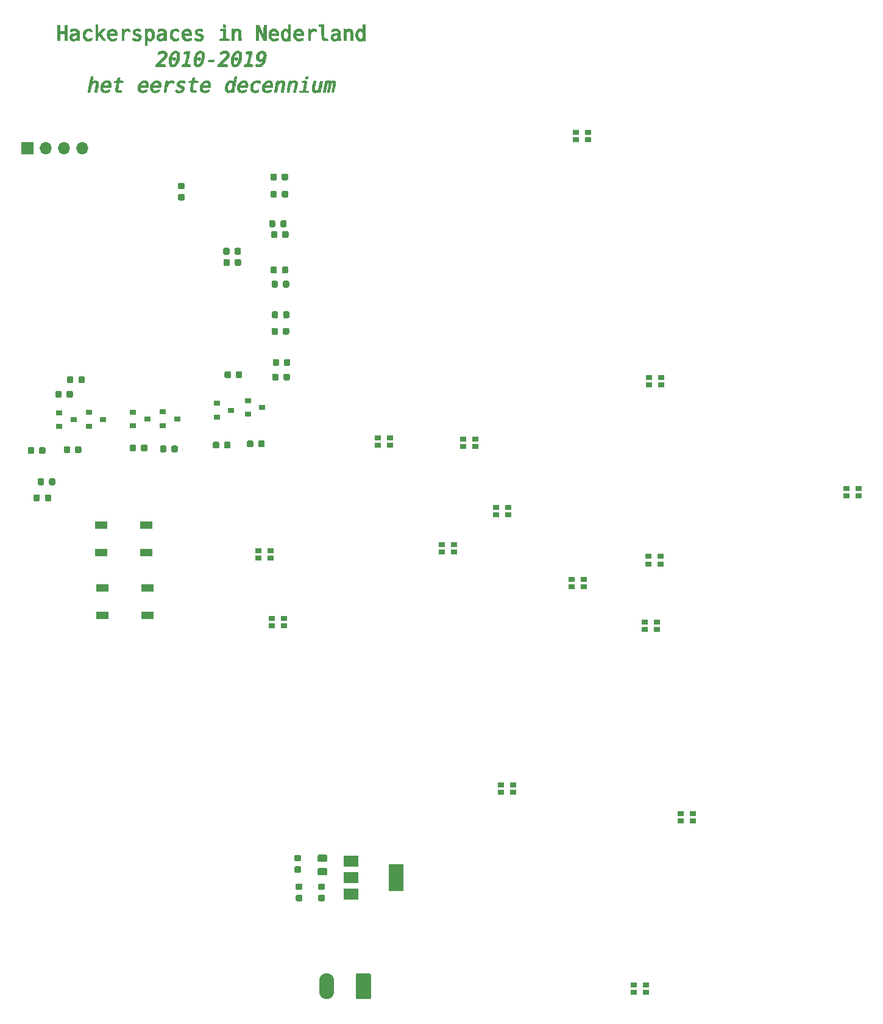
<source format=gts>
G04 #@! TF.GenerationSoftware,KiCad,Pcbnew,(5.1.5-0-10_14)*
G04 #@! TF.CreationDate,2019-12-22T16:06:12+01:00*
G04 #@! TF.ProjectId,hackerspacesnl,6861636b-6572-4737-9061-6365736e6c2e,rev?*
G04 #@! TF.SameCoordinates,Original*
G04 #@! TF.FileFunction,Soldermask,Top*
G04 #@! TF.FilePolarity,Negative*
%FSLAX46Y46*%
G04 Gerber Fmt 4.6, Leading zero omitted, Abs format (unit mm)*
G04 Created by KiCad (PCBNEW (5.1.5-0-10_14)) date 2019-12-22 16:06:12*
%MOMM*%
%LPD*%
G04 APERTURE LIST*
%ADD10C,0.010000*%
%ADD11R,0.900000X0.800000*%
%ADD12C,0.100000*%
%ADD13O,2.080000X3.600000*%
%ADD14R,2.000000X1.500000*%
%ADD15R,2.000000X3.800000*%
%ADD16R,1.700000X1.000000*%
%ADD17O,1.700000X1.700000*%
%ADD18R,1.700000X1.700000*%
G04 APERTURE END LIST*
D10*
G36*
X64630300Y-43967400D02*
G01*
X64713776Y-44058696D01*
X64728267Y-44179251D01*
X64682722Y-44293258D01*
X64586094Y-44364912D01*
X64528700Y-44373800D01*
X64422033Y-44339908D01*
X64386460Y-44312840D01*
X64324546Y-44196574D01*
X64338610Y-44078078D01*
X64409720Y-43984170D01*
X64518947Y-43941666D01*
X64630300Y-43967400D01*
G37*
X64630300Y-43967400D02*
X64713776Y-44058696D01*
X64728267Y-44179251D01*
X64682722Y-44293258D01*
X64586094Y-44364912D01*
X64528700Y-44373800D01*
X64422033Y-44339908D01*
X64386460Y-44312840D01*
X64324546Y-44196574D01*
X64338610Y-44078078D01*
X64409720Y-43984170D01*
X64518947Y-43941666D01*
X64630300Y-43967400D01*
G36*
X59448700Y-43967400D02*
G01*
X59532176Y-44058696D01*
X59546667Y-44179251D01*
X59501122Y-44293258D01*
X59404494Y-44364912D01*
X59347100Y-44373800D01*
X59240433Y-44339908D01*
X59204860Y-44312840D01*
X59142946Y-44196574D01*
X59157010Y-44078078D01*
X59228120Y-43984170D01*
X59337347Y-43941666D01*
X59448700Y-43967400D01*
G37*
X59448700Y-43967400D02*
X59532176Y-44058696D01*
X59546667Y-44179251D01*
X59501122Y-44293258D01*
X59404494Y-44364912D01*
X59347100Y-44373800D01*
X59240433Y-44339908D01*
X59204860Y-44312840D01*
X59142946Y-44196574D01*
X59157010Y-44078078D01*
X59228120Y-43984170D01*
X59337347Y-43941666D01*
X59448700Y-43967400D01*
G36*
X55994300Y-43967400D02*
G01*
X56077776Y-44058696D01*
X56092267Y-44179251D01*
X56046722Y-44293258D01*
X55950094Y-44364912D01*
X55892700Y-44373800D01*
X55786033Y-44339908D01*
X55750460Y-44312840D01*
X55688546Y-44196574D01*
X55702610Y-44078078D01*
X55773720Y-43984170D01*
X55882947Y-43941666D01*
X55994300Y-43967400D01*
G37*
X55994300Y-43967400D02*
X56077776Y-44058696D01*
X56092267Y-44179251D01*
X56046722Y-44293258D01*
X55950094Y-44364912D01*
X55892700Y-44373800D01*
X55786033Y-44339908D01*
X55750460Y-44312840D01*
X55688546Y-44196574D01*
X55702610Y-44078078D01*
X55773720Y-43984170D01*
X55882947Y-43941666D01*
X55994300Y-43967400D01*
G36*
X62950020Y-39403424D02*
G01*
X62993460Y-39446907D01*
X63004459Y-39554966D01*
X63004700Y-39598600D01*
X62998681Y-39728893D01*
X62966069Y-39786814D01*
X62885024Y-39801479D01*
X62852300Y-39801800D01*
X62754579Y-39793775D01*
X62711139Y-39750292D01*
X62700140Y-39642233D01*
X62699900Y-39598600D01*
X62705918Y-39468306D01*
X62738530Y-39410385D01*
X62819575Y-39395720D01*
X62852300Y-39395400D01*
X62950020Y-39403424D01*
G37*
X62950020Y-39403424D02*
X62993460Y-39446907D01*
X63004459Y-39554966D01*
X63004700Y-39598600D01*
X62998681Y-39728893D01*
X62966069Y-39786814D01*
X62885024Y-39801479D01*
X62852300Y-39801800D01*
X62754579Y-39793775D01*
X62711139Y-39750292D01*
X62700140Y-39642233D01*
X62699900Y-39598600D01*
X62705918Y-39468306D01*
X62738530Y-39410385D01*
X62819575Y-39395720D01*
X62852300Y-39395400D01*
X62950020Y-39403424D01*
G36*
X79736474Y-40027156D02*
G01*
X79768700Y-40082371D01*
X79779135Y-40130460D01*
X79827910Y-40118657D01*
X79891305Y-40079408D01*
X80063745Y-40020440D01*
X80254493Y-40014737D01*
X80412973Y-40035875D01*
X80530139Y-40084794D01*
X80612726Y-40175177D01*
X80667469Y-40320707D01*
X80701101Y-40535066D01*
X80720358Y-40831936D01*
X80725377Y-40971474D01*
X80745913Y-41630600D01*
X80429100Y-41630600D01*
X80428816Y-41160700D01*
X80419009Y-40818494D01*
X80388567Y-40567483D01*
X80335251Y-40398943D01*
X80256822Y-40304147D01*
X80202953Y-40280476D01*
X80036269Y-40286008D01*
X79893061Y-40374655D01*
X79817068Y-40493995D01*
X79796163Y-40598861D01*
X79779803Y-40775855D01*
X79770243Y-40995532D01*
X79768700Y-41125907D01*
X79768700Y-41630600D01*
X79463900Y-41630600D01*
X79463900Y-40005000D01*
X79616300Y-40005000D01*
X79736474Y-40027156D01*
G37*
X79736474Y-40027156D02*
X79768700Y-40082371D01*
X79779135Y-40130460D01*
X79827910Y-40118657D01*
X79891305Y-40079408D01*
X80063745Y-40020440D01*
X80254493Y-40014737D01*
X80412973Y-40035875D01*
X80530139Y-40084794D01*
X80612726Y-40175177D01*
X80667469Y-40320707D01*
X80701101Y-40535066D01*
X80720358Y-40831936D01*
X80725377Y-40971474D01*
X80745913Y-41630600D01*
X80429100Y-41630600D01*
X80428816Y-41160700D01*
X80419009Y-40818494D01*
X80388567Y-40567483D01*
X80335251Y-40398943D01*
X80256822Y-40304147D01*
X80202953Y-40280476D01*
X80036269Y-40286008D01*
X79893061Y-40374655D01*
X79817068Y-40493995D01*
X79796163Y-40598861D01*
X79779803Y-40775855D01*
X79770243Y-40995532D01*
X79768700Y-41125907D01*
X79768700Y-41630600D01*
X79463900Y-41630600D01*
X79463900Y-40005000D01*
X79616300Y-40005000D01*
X79736474Y-40027156D01*
G36*
X76669900Y-40273096D02*
G01*
X76671973Y-40635662D01*
X76680890Y-40909117D01*
X76700695Y-41105909D01*
X76735431Y-41238489D01*
X76789145Y-41319308D01*
X76865879Y-41360813D01*
X76969679Y-41375456D01*
X77028380Y-41376600D01*
X77158116Y-41383767D01*
X77215305Y-41417408D01*
X77228664Y-41495727D01*
X77228700Y-41503600D01*
X77221083Y-41577556D01*
X77181295Y-41615079D01*
X77083923Y-41628122D01*
X76962000Y-41629055D01*
X76790371Y-41618063D01*
X76649787Y-41591767D01*
X76601640Y-41573067D01*
X76516323Y-41501584D01*
X76452966Y-41391346D01*
X76408883Y-41229176D01*
X76381387Y-41001899D01*
X76367791Y-40696338D01*
X76365100Y-40413031D01*
X76365100Y-39649400D01*
X76161900Y-39649400D01*
X76030981Y-39642468D01*
X75972793Y-39609771D01*
X75958772Y-39533459D01*
X75958700Y-39522400D01*
X75963929Y-39456049D01*
X75994375Y-39418075D01*
X76072179Y-39400571D01*
X76219478Y-39395631D01*
X76314300Y-39395400D01*
X76669900Y-39395400D01*
X76669900Y-40273096D01*
G37*
X76669900Y-40273096D02*
X76671973Y-40635662D01*
X76680890Y-40909117D01*
X76700695Y-41105909D01*
X76735431Y-41238489D01*
X76789145Y-41319308D01*
X76865879Y-41360813D01*
X76969679Y-41375456D01*
X77028380Y-41376600D01*
X77158116Y-41383767D01*
X77215305Y-41417408D01*
X77228664Y-41495727D01*
X77228700Y-41503600D01*
X77221083Y-41577556D01*
X77181295Y-41615079D01*
X77083923Y-41628122D01*
X76962000Y-41629055D01*
X76790371Y-41618063D01*
X76649787Y-41591767D01*
X76601640Y-41573067D01*
X76516323Y-41501584D01*
X76452966Y-41391346D01*
X76408883Y-41229176D01*
X76381387Y-41001899D01*
X76367791Y-40696338D01*
X76365100Y-40413031D01*
X76365100Y-39649400D01*
X76161900Y-39649400D01*
X76030981Y-39642468D01*
X75972793Y-39609771D01*
X75958772Y-39533459D01*
X75958700Y-39522400D01*
X75963929Y-39456049D01*
X75994375Y-39418075D01*
X76072179Y-39400571D01*
X76219478Y-39395631D01*
X76314300Y-39395400D01*
X76669900Y-39395400D01*
X76669900Y-40273096D01*
G36*
X74808874Y-40027156D02*
G01*
X74841100Y-40082371D01*
X74851508Y-40130507D01*
X74900229Y-40118722D01*
X74963479Y-40079556D01*
X75127061Y-40022190D01*
X75357179Y-40014884D01*
X75628500Y-40030400D01*
X75644121Y-40218463D01*
X75659742Y-40406527D01*
X75503982Y-40328823D01*
X75300142Y-40277293D01*
X75105043Y-40318150D01*
X74944621Y-40445903D01*
X74943319Y-40447551D01*
X74895877Y-40521771D01*
X74865572Y-40614406D01*
X74848797Y-40748618D01*
X74841947Y-40947567D01*
X74841100Y-41104050D01*
X74841100Y-41630600D01*
X74536300Y-41630600D01*
X74536300Y-40005000D01*
X74688700Y-40005000D01*
X74808874Y-40027156D01*
G37*
X74808874Y-40027156D02*
X74841100Y-40082371D01*
X74851508Y-40130507D01*
X74900229Y-40118722D01*
X74963479Y-40079556D01*
X75127061Y-40022190D01*
X75357179Y-40014884D01*
X75628500Y-40030400D01*
X75644121Y-40218463D01*
X75659742Y-40406527D01*
X75503982Y-40328823D01*
X75300142Y-40277293D01*
X75105043Y-40318150D01*
X74944621Y-40445903D01*
X74943319Y-40447551D01*
X74895877Y-40521771D01*
X74865572Y-40614406D01*
X74848797Y-40748618D01*
X74841947Y-40947567D01*
X74841100Y-41104050D01*
X74841100Y-41630600D01*
X74536300Y-41630600D01*
X74536300Y-40005000D01*
X74688700Y-40005000D01*
X74808874Y-40027156D01*
G36*
X68694300Y-41630600D02*
G01*
X68478400Y-41629844D01*
X68262500Y-41629089D01*
X67957700Y-40869394D01*
X67652900Y-40109700D01*
X67638876Y-40870150D01*
X67624853Y-41630600D01*
X67271900Y-41630600D01*
X67271900Y-39497000D01*
X67487800Y-39497103D01*
X67703700Y-39497207D01*
X68313300Y-40990673D01*
X68327358Y-40243836D01*
X68341416Y-39497000D01*
X68694300Y-39497000D01*
X68694300Y-41630600D01*
G37*
X68694300Y-41630600D02*
X68478400Y-41629844D01*
X68262500Y-41629089D01*
X67957700Y-40869394D01*
X67652900Y-40109700D01*
X67638876Y-40870150D01*
X67624853Y-41630600D01*
X67271900Y-41630600D01*
X67271900Y-39497000D01*
X67487800Y-39497103D01*
X67703700Y-39497207D01*
X68313300Y-40990673D01*
X68327358Y-40243836D01*
X68341416Y-39497000D01*
X68694300Y-39497000D01*
X68694300Y-41630600D01*
G36*
X64191674Y-40027156D02*
G01*
X64223900Y-40082371D01*
X64234335Y-40130460D01*
X64283110Y-40118657D01*
X64346505Y-40079408D01*
X64518945Y-40020440D01*
X64709693Y-40014737D01*
X64865975Y-40035257D01*
X64981567Y-40082699D01*
X65063240Y-40170825D01*
X65117764Y-40313397D01*
X65151909Y-40524178D01*
X65172448Y-40816928D01*
X65178655Y-40967915D01*
X65202585Y-41630600D01*
X64833500Y-41630600D01*
X64833500Y-41024628D01*
X64828916Y-40726752D01*
X64811764Y-40515996D01*
X64776936Y-40378153D01*
X64719327Y-40299017D01*
X64633833Y-40264382D01*
X64558344Y-40259000D01*
X64439217Y-40278678D01*
X64352510Y-40346050D01*
X64293075Y-40473623D01*
X64255767Y-40673906D01*
X64235439Y-40959403D01*
X64232228Y-41051578D01*
X64215157Y-41630600D01*
X63919100Y-41630600D01*
X63919100Y-40005000D01*
X64071500Y-40005000D01*
X64191674Y-40027156D01*
G37*
X64191674Y-40027156D02*
X64223900Y-40082371D01*
X64234335Y-40130460D01*
X64283110Y-40118657D01*
X64346505Y-40079408D01*
X64518945Y-40020440D01*
X64709693Y-40014737D01*
X64865975Y-40035257D01*
X64981567Y-40082699D01*
X65063240Y-40170825D01*
X65117764Y-40313397D01*
X65151909Y-40524178D01*
X65172448Y-40816928D01*
X65178655Y-40967915D01*
X65202585Y-41630600D01*
X64833500Y-41630600D01*
X64833500Y-41024628D01*
X64828916Y-40726752D01*
X64811764Y-40515996D01*
X64776936Y-40378153D01*
X64719327Y-40299017D01*
X64633833Y-40264382D01*
X64558344Y-40259000D01*
X64439217Y-40278678D01*
X64352510Y-40346050D01*
X64293075Y-40473623D01*
X64255767Y-40673906D01*
X64235439Y-40959403D01*
X64232228Y-41051578D01*
X64215157Y-41630600D01*
X63919100Y-41630600D01*
X63919100Y-40005000D01*
X64071500Y-40005000D01*
X64191674Y-40027156D01*
G36*
X63004700Y-41376600D02*
G01*
X63258700Y-41376600D01*
X63409446Y-41380717D01*
X63484650Y-41401731D01*
X63510293Y-41452631D01*
X63512700Y-41503600D01*
X63512700Y-41630600D01*
X62191900Y-41630600D01*
X62191900Y-41503600D01*
X62200135Y-41428226D01*
X62242162Y-41390624D01*
X62343963Y-41377803D01*
X62445900Y-41376600D01*
X62699900Y-41376600D01*
X62699900Y-40259000D01*
X62496700Y-40259000D01*
X62365781Y-40252068D01*
X62307593Y-40219371D01*
X62293572Y-40143059D01*
X62293500Y-40132000D01*
X62298729Y-40065649D01*
X62329175Y-40027675D01*
X62406979Y-40010171D01*
X62554278Y-40005231D01*
X62649100Y-40005000D01*
X63004700Y-40005000D01*
X63004700Y-41376600D01*
G37*
X63004700Y-41376600D02*
X63258700Y-41376600D01*
X63409446Y-41380717D01*
X63484650Y-41401731D01*
X63510293Y-41452631D01*
X63512700Y-41503600D01*
X63512700Y-41630600D01*
X62191900Y-41630600D01*
X62191900Y-41503600D01*
X62200135Y-41428226D01*
X62242162Y-41390624D01*
X62343963Y-41377803D01*
X62445900Y-41376600D01*
X62699900Y-41376600D01*
X62699900Y-40259000D01*
X62496700Y-40259000D01*
X62365781Y-40252068D01*
X62307593Y-40219371D01*
X62293572Y-40143059D01*
X62293500Y-40132000D01*
X62298729Y-40065649D01*
X62329175Y-40027675D01*
X62406979Y-40010171D01*
X62554278Y-40005231D01*
X62649100Y-40005000D01*
X63004700Y-40005000D01*
X63004700Y-41376600D01*
G36*
X48899786Y-40026406D02*
G01*
X48933100Y-40084080D01*
X48942282Y-40134762D01*
X48987813Y-40122833D01*
X49046003Y-40084080D01*
X49176201Y-40033274D01*
X49358010Y-40007263D01*
X49543652Y-40009769D01*
X49665545Y-40035835D01*
X49728148Y-40111609D01*
X49745900Y-40235141D01*
X49745900Y-40403612D01*
X49593060Y-40327366D01*
X49390677Y-40277083D01*
X49195817Y-40318912D01*
X49035776Y-40446970D01*
X49035319Y-40447551D01*
X48987877Y-40521771D01*
X48957572Y-40614406D01*
X48940797Y-40748618D01*
X48933947Y-40947567D01*
X48933100Y-41104050D01*
X48933100Y-41630600D01*
X48628300Y-41630600D01*
X48628300Y-40005000D01*
X48780700Y-40005000D01*
X48899786Y-40026406D01*
G37*
X48899786Y-40026406D02*
X48933100Y-40084080D01*
X48942282Y-40134762D01*
X48987813Y-40122833D01*
X49046003Y-40084080D01*
X49176201Y-40033274D01*
X49358010Y-40007263D01*
X49543652Y-40009769D01*
X49665545Y-40035835D01*
X49728148Y-40111609D01*
X49745900Y-40235141D01*
X49745900Y-40403612D01*
X49593060Y-40327366D01*
X49390677Y-40277083D01*
X49195817Y-40318912D01*
X49035776Y-40446970D01*
X49035319Y-40447551D01*
X48987877Y-40521771D01*
X48957572Y-40614406D01*
X48940797Y-40748618D01*
X48933947Y-40947567D01*
X48933100Y-41104050D01*
X48933100Y-41630600D01*
X48628300Y-41630600D01*
X48628300Y-40005000D01*
X48780700Y-40005000D01*
X48899786Y-40026406D01*
G36*
X45275500Y-40637064D02*
G01*
X45594366Y-40321032D01*
X45757460Y-40164893D01*
X45875734Y-40069878D01*
X45972330Y-40021591D01*
X46070392Y-40005635D01*
X46102366Y-40005000D01*
X46224386Y-40009870D01*
X46288603Y-40021936D01*
X46291500Y-40025511D01*
X46257539Y-40067667D01*
X46167004Y-40162281D01*
X46036918Y-40291769D01*
X45983279Y-40343926D01*
X45675058Y-40641829D01*
X45845725Y-40869514D01*
X45974482Y-41042952D01*
X46121749Y-41243692D01*
X46209072Y-41363900D01*
X46401753Y-41630600D01*
X46202130Y-41630600D01*
X46104512Y-41625842D01*
X46028139Y-41600894D01*
X45953289Y-41539739D01*
X45860238Y-41426361D01*
X45732388Y-41249160D01*
X45604342Y-41071110D01*
X45518862Y-40964626D01*
X45461014Y-40917511D01*
X45415866Y-40917567D01*
X45368885Y-40952234D01*
X45310331Y-41037036D01*
X45281573Y-41172753D01*
X45275500Y-41333673D01*
X45273347Y-41499642D01*
X45258587Y-41588273D01*
X45218766Y-41623829D01*
X45141432Y-41630573D01*
X45123100Y-41630600D01*
X44970700Y-41630600D01*
X44970700Y-39395400D01*
X45275500Y-39395400D01*
X45275500Y-40637064D01*
G37*
X45275500Y-40637064D02*
X45594366Y-40321032D01*
X45757460Y-40164893D01*
X45875734Y-40069878D01*
X45972330Y-40021591D01*
X46070392Y-40005635D01*
X46102366Y-40005000D01*
X46224386Y-40009870D01*
X46288603Y-40021936D01*
X46291500Y-40025511D01*
X46257539Y-40067667D01*
X46167004Y-40162281D01*
X46036918Y-40291769D01*
X45983279Y-40343926D01*
X45675058Y-40641829D01*
X45845725Y-40869514D01*
X45974482Y-41042952D01*
X46121749Y-41243692D01*
X46209072Y-41363900D01*
X46401753Y-41630600D01*
X46202130Y-41630600D01*
X46104512Y-41625842D01*
X46028139Y-41600894D01*
X45953289Y-41539739D01*
X45860238Y-41426361D01*
X45732388Y-41249160D01*
X45604342Y-41071110D01*
X45518862Y-40964626D01*
X45461014Y-40917511D01*
X45415866Y-40917567D01*
X45368885Y-40952234D01*
X45310331Y-41037036D01*
X45281573Y-41172753D01*
X45275500Y-41333673D01*
X45273347Y-41499642D01*
X45258587Y-41588273D01*
X45218766Y-41623829D01*
X45141432Y-41630573D01*
X45123100Y-41630600D01*
X44970700Y-41630600D01*
X44970700Y-39395400D01*
X45275500Y-39395400D01*
X45275500Y-40637064D01*
G36*
X39992300Y-40360600D02*
G01*
X40703500Y-40360600D01*
X40703500Y-39497000D01*
X41059100Y-39497000D01*
X41059100Y-41630600D01*
X40703500Y-41630600D01*
X40703500Y-40665400D01*
X39992300Y-40665400D01*
X39992300Y-41630600D01*
X39636700Y-41630600D01*
X39636700Y-39497000D01*
X39992300Y-39497000D01*
X39992300Y-40360600D01*
G37*
X39992300Y-40360600D02*
X40703500Y-40360600D01*
X40703500Y-39497000D01*
X41059100Y-39497000D01*
X41059100Y-41630600D01*
X40703500Y-41630600D01*
X40703500Y-40665400D01*
X39992300Y-40665400D01*
X39992300Y-41630600D01*
X39636700Y-41630600D01*
X39636700Y-39497000D01*
X39992300Y-39497000D01*
X39992300Y-40360600D01*
G36*
X82410300Y-41634669D02*
G01*
X82194400Y-41631451D01*
X81996323Y-41636625D01*
X81796871Y-41653529D01*
X81775300Y-41656345D01*
X81587278Y-41657882D01*
X81445100Y-41619255D01*
X81286867Y-41484763D01*
X81174925Y-41282854D01*
X81111206Y-41037516D01*
X81097642Y-40772737D01*
X81107598Y-40705481D01*
X81421924Y-40705481D01*
X81423901Y-40927013D01*
X81468928Y-41135245D01*
X81555181Y-41297586D01*
X81610260Y-41349340D01*
X81714101Y-41412750D01*
X81793494Y-41421427D01*
X81874624Y-41395843D01*
X81980201Y-41305782D01*
X82056254Y-41146133D01*
X82099197Y-40945545D01*
X82105443Y-40732663D01*
X82071404Y-40536136D01*
X82000212Y-40392850D01*
X81863158Y-40284014D01*
X81709985Y-40266748D01*
X81564484Y-40343186D01*
X81554428Y-40352871D01*
X81464825Y-40503237D01*
X81421924Y-40705481D01*
X81107598Y-40705481D01*
X81136166Y-40512507D01*
X81228711Y-40280814D01*
X81326603Y-40148524D01*
X81447564Y-40049539D01*
X81585882Y-40009477D01*
X81686543Y-40005000D01*
X81848617Y-40016803D01*
X81980804Y-40046246D01*
X82007239Y-40057587D01*
X82058374Y-40078204D01*
X82087795Y-40059244D01*
X82101466Y-39982210D01*
X82105349Y-39828604D01*
X82105500Y-39752787D01*
X82105500Y-39395400D01*
X82410300Y-39395400D01*
X82410300Y-41634669D01*
G37*
X82410300Y-41634669D02*
X82194400Y-41631451D01*
X81996323Y-41636625D01*
X81796871Y-41653529D01*
X81775300Y-41656345D01*
X81587278Y-41657882D01*
X81445100Y-41619255D01*
X81286867Y-41484763D01*
X81174925Y-41282854D01*
X81111206Y-41037516D01*
X81097642Y-40772737D01*
X81107598Y-40705481D01*
X81421924Y-40705481D01*
X81423901Y-40927013D01*
X81468928Y-41135245D01*
X81555181Y-41297586D01*
X81610260Y-41349340D01*
X81714101Y-41412750D01*
X81793494Y-41421427D01*
X81874624Y-41395843D01*
X81980201Y-41305782D01*
X82056254Y-41146133D01*
X82099197Y-40945545D01*
X82105443Y-40732663D01*
X82071404Y-40536136D01*
X82000212Y-40392850D01*
X81863158Y-40284014D01*
X81709985Y-40266748D01*
X81564484Y-40343186D01*
X81554428Y-40352871D01*
X81464825Y-40503237D01*
X81421924Y-40705481D01*
X81107598Y-40705481D01*
X81136166Y-40512507D01*
X81228711Y-40280814D01*
X81326603Y-40148524D01*
X81447564Y-40049539D01*
X81585882Y-40009477D01*
X81686543Y-40005000D01*
X81848617Y-40016803D01*
X81980804Y-40046246D01*
X82007239Y-40057587D01*
X82058374Y-40078204D01*
X82087795Y-40059244D01*
X82101466Y-39982210D01*
X82105349Y-39828604D01*
X82105500Y-39752787D01*
X82105500Y-39395400D01*
X82410300Y-39395400D01*
X82410300Y-41634669D01*
G36*
X78557568Y-40015076D02*
G01*
X78684269Y-40055870D01*
X78804240Y-40143233D01*
X78815398Y-40153106D01*
X78981300Y-40301213D01*
X78998037Y-40965906D01*
X79014774Y-41630600D01*
X78858337Y-41630600D01*
X78740088Y-41612046D01*
X78701979Y-41550837D01*
X78701900Y-41546526D01*
X78693471Y-41493412D01*
X78652145Y-41509580D01*
X78600814Y-41553934D01*
X78461387Y-41626213D01*
X78268886Y-41662636D01*
X78066429Y-41660048D01*
X77897135Y-41615296D01*
X77880515Y-41606615D01*
X77756621Y-41485330D01*
X77674409Y-41305650D01*
X77655284Y-41156082D01*
X77961372Y-41156082D01*
X77987884Y-41252870D01*
X77990700Y-41280791D01*
X78032461Y-41331272D01*
X78128899Y-41385711D01*
X78236745Y-41421063D01*
X78259922Y-41424179D01*
X78329588Y-41405075D01*
X78441508Y-41354498D01*
X78444915Y-41352743D01*
X78562003Y-41248650D01*
X78656857Y-41091486D01*
X78701293Y-40929609D01*
X78701900Y-40911819D01*
X78655959Y-40888148D01*
X78537452Y-40872450D01*
X78422500Y-40868600D01*
X78232786Y-40879723D01*
X78108770Y-40919323D01*
X78037572Y-40974127D01*
X77970574Y-41073738D01*
X77961372Y-41156082D01*
X77655284Y-41156082D01*
X77649041Y-41107259D01*
X77659137Y-41027203D01*
X77731143Y-40848435D01*
X77863253Y-40726075D01*
X78067603Y-40652757D01*
X78325749Y-40622489D01*
X78518377Y-40610898D01*
X78628859Y-40595622D01*
X78676587Y-40569521D01*
X78680957Y-40525457D01*
X78673005Y-40494665D01*
X78583364Y-40351123D01*
X78428345Y-40272455D01*
X78223593Y-40262235D01*
X77984754Y-40324038D01*
X77963668Y-40332607D01*
X77787500Y-40406215D01*
X77787500Y-40237357D01*
X77800244Y-40117774D01*
X77858500Y-40060655D01*
X77946250Y-40036750D01*
X78091844Y-40018093D01*
X78281759Y-40006676D01*
X78377248Y-40005000D01*
X78557568Y-40015076D01*
G37*
X78557568Y-40015076D02*
X78684269Y-40055870D01*
X78804240Y-40143233D01*
X78815398Y-40153106D01*
X78981300Y-40301213D01*
X78998037Y-40965906D01*
X79014774Y-41630600D01*
X78858337Y-41630600D01*
X78740088Y-41612046D01*
X78701979Y-41550837D01*
X78701900Y-41546526D01*
X78693471Y-41493412D01*
X78652145Y-41509580D01*
X78600814Y-41553934D01*
X78461387Y-41626213D01*
X78268886Y-41662636D01*
X78066429Y-41660048D01*
X77897135Y-41615296D01*
X77880515Y-41606615D01*
X77756621Y-41485330D01*
X77674409Y-41305650D01*
X77655284Y-41156082D01*
X77961372Y-41156082D01*
X77987884Y-41252870D01*
X77990700Y-41280791D01*
X78032461Y-41331272D01*
X78128899Y-41385711D01*
X78236745Y-41421063D01*
X78259922Y-41424179D01*
X78329588Y-41405075D01*
X78441508Y-41354498D01*
X78444915Y-41352743D01*
X78562003Y-41248650D01*
X78656857Y-41091486D01*
X78701293Y-40929609D01*
X78701900Y-40911819D01*
X78655959Y-40888148D01*
X78537452Y-40872450D01*
X78422500Y-40868600D01*
X78232786Y-40879723D01*
X78108770Y-40919323D01*
X78037572Y-40974127D01*
X77970574Y-41073738D01*
X77961372Y-41156082D01*
X77655284Y-41156082D01*
X77649041Y-41107259D01*
X77659137Y-41027203D01*
X77731143Y-40848435D01*
X77863253Y-40726075D01*
X78067603Y-40652757D01*
X78325749Y-40622489D01*
X78518377Y-40610898D01*
X78628859Y-40595622D01*
X78676587Y-40569521D01*
X78680957Y-40525457D01*
X78673005Y-40494665D01*
X78583364Y-40351123D01*
X78428345Y-40272455D01*
X78223593Y-40262235D01*
X77984754Y-40324038D01*
X77963668Y-40332607D01*
X77787500Y-40406215D01*
X77787500Y-40237357D01*
X77800244Y-40117774D01*
X77858500Y-40060655D01*
X77946250Y-40036750D01*
X78091844Y-40018093D01*
X78281759Y-40006676D01*
X78377248Y-40005000D01*
X78557568Y-40015076D01*
G36*
X73396987Y-40013452D02*
G01*
X73521972Y-40046281D01*
X73623392Y-40114696D01*
X73640399Y-40130053D01*
X73791996Y-40322965D01*
X73865410Y-40558190D01*
X73875900Y-40719507D01*
X73875900Y-40919400D01*
X73313676Y-40919400D01*
X73069045Y-40920048D01*
X72909477Y-40924382D01*
X72818435Y-40935985D01*
X72779381Y-40958440D01*
X72775779Y-40995329D01*
X72786115Y-41033700D01*
X72881135Y-41208545D01*
X73031494Y-41344894D01*
X73163481Y-41401732D01*
X73296995Y-41403783D01*
X73466092Y-41372533D01*
X73525402Y-41354306D01*
X73688699Y-41299891D01*
X73778329Y-41284633D01*
X73816387Y-41313744D01*
X73824969Y-41392437D01*
X73825100Y-41425012D01*
X73811227Y-41528136D01*
X73750566Y-41587461D01*
X73634600Y-41627928D01*
X73329578Y-41677077D01*
X73046383Y-41655591D01*
X72863511Y-41592421D01*
X72664770Y-41450952D01*
X72538566Y-41258120D01*
X72473783Y-40996116D01*
X72469879Y-40961822D01*
X72471059Y-40650241D01*
X72490557Y-40586690D01*
X72804910Y-40586690D01*
X72865198Y-40636755D01*
X73016134Y-40660768D01*
X73190100Y-40665400D01*
X73396187Y-40660540D01*
X73516642Y-40644069D01*
X73567055Y-40613150D01*
X73571100Y-40596050D01*
X73541612Y-40510553D01*
X73470207Y-40398497D01*
X73465812Y-40392850D01*
X73323868Y-40282294D01*
X73158178Y-40262673D01*
X72991074Y-40334372D01*
X72933790Y-40383690D01*
X72829648Y-40504395D01*
X72804910Y-40586690D01*
X72490557Y-40586690D01*
X72548879Y-40396604D01*
X72707904Y-40187250D01*
X72737769Y-40159939D01*
X72856391Y-40068519D01*
X72971097Y-40021986D01*
X73125488Y-40006028D01*
X73209849Y-40005000D01*
X73396987Y-40013452D01*
G37*
X73396987Y-40013452D02*
X73521972Y-40046281D01*
X73623392Y-40114696D01*
X73640399Y-40130053D01*
X73791996Y-40322965D01*
X73865410Y-40558190D01*
X73875900Y-40719507D01*
X73875900Y-40919400D01*
X73313676Y-40919400D01*
X73069045Y-40920048D01*
X72909477Y-40924382D01*
X72818435Y-40935985D01*
X72779381Y-40958440D01*
X72775779Y-40995329D01*
X72786115Y-41033700D01*
X72881135Y-41208545D01*
X73031494Y-41344894D01*
X73163481Y-41401732D01*
X73296995Y-41403783D01*
X73466092Y-41372533D01*
X73525402Y-41354306D01*
X73688699Y-41299891D01*
X73778329Y-41284633D01*
X73816387Y-41313744D01*
X73824969Y-41392437D01*
X73825100Y-41425012D01*
X73811227Y-41528136D01*
X73750566Y-41587461D01*
X73634600Y-41627928D01*
X73329578Y-41677077D01*
X73046383Y-41655591D01*
X72863511Y-41592421D01*
X72664770Y-41450952D01*
X72538566Y-41258120D01*
X72473783Y-40996116D01*
X72469879Y-40961822D01*
X72471059Y-40650241D01*
X72490557Y-40586690D01*
X72804910Y-40586690D01*
X72865198Y-40636755D01*
X73016134Y-40660768D01*
X73190100Y-40665400D01*
X73396187Y-40660540D01*
X73516642Y-40644069D01*
X73567055Y-40613150D01*
X73571100Y-40596050D01*
X73541612Y-40510553D01*
X73470207Y-40398497D01*
X73465812Y-40392850D01*
X73323868Y-40282294D01*
X73158178Y-40262673D01*
X72991074Y-40334372D01*
X72933790Y-40383690D01*
X72829648Y-40504395D01*
X72804910Y-40586690D01*
X72490557Y-40586690D01*
X72548879Y-40396604D01*
X72707904Y-40187250D01*
X72737769Y-40159939D01*
X72856391Y-40068519D01*
X72971097Y-40021986D01*
X73125488Y-40006028D01*
X73209849Y-40005000D01*
X73396987Y-40013452D01*
G36*
X72047100Y-41634669D02*
G01*
X71831200Y-41631451D01*
X71633123Y-41636625D01*
X71433671Y-41653529D01*
X71412100Y-41656345D01*
X71224078Y-41657882D01*
X71081900Y-41619255D01*
X70923667Y-41484763D01*
X70811725Y-41282854D01*
X70748006Y-41037516D01*
X70734442Y-40772737D01*
X70744398Y-40705481D01*
X71058724Y-40705481D01*
X71060701Y-40927013D01*
X71105728Y-41135245D01*
X71191981Y-41297586D01*
X71247060Y-41349340D01*
X71383034Y-41418446D01*
X71495446Y-41401515D01*
X71588607Y-41327092D01*
X71690530Y-41177706D01*
X71736177Y-40979128D01*
X71730506Y-40712930D01*
X71680314Y-40495573D01*
X71586405Y-40342501D01*
X71462747Y-40263044D01*
X71323311Y-40266528D01*
X71191228Y-40352871D01*
X71101625Y-40503237D01*
X71058724Y-40705481D01*
X70744398Y-40705481D01*
X70772966Y-40512507D01*
X70865511Y-40280814D01*
X70963403Y-40148524D01*
X71084364Y-40049539D01*
X71222682Y-40009477D01*
X71323343Y-40005000D01*
X71485417Y-40016803D01*
X71617604Y-40046246D01*
X71644039Y-40057587D01*
X71695174Y-40078204D01*
X71724595Y-40059244D01*
X71738266Y-39982210D01*
X71742149Y-39828604D01*
X71742300Y-39752787D01*
X71742300Y-39395400D01*
X72047100Y-39395400D01*
X72047100Y-41634669D01*
G37*
X72047100Y-41634669D02*
X71831200Y-41631451D01*
X71633123Y-41636625D01*
X71433671Y-41653529D01*
X71412100Y-41656345D01*
X71224078Y-41657882D01*
X71081900Y-41619255D01*
X70923667Y-41484763D01*
X70811725Y-41282854D01*
X70748006Y-41037516D01*
X70734442Y-40772737D01*
X70744398Y-40705481D01*
X71058724Y-40705481D01*
X71060701Y-40927013D01*
X71105728Y-41135245D01*
X71191981Y-41297586D01*
X71247060Y-41349340D01*
X71383034Y-41418446D01*
X71495446Y-41401515D01*
X71588607Y-41327092D01*
X71690530Y-41177706D01*
X71736177Y-40979128D01*
X71730506Y-40712930D01*
X71680314Y-40495573D01*
X71586405Y-40342501D01*
X71462747Y-40263044D01*
X71323311Y-40266528D01*
X71191228Y-40352871D01*
X71101625Y-40503237D01*
X71058724Y-40705481D01*
X70744398Y-40705481D01*
X70772966Y-40512507D01*
X70865511Y-40280814D01*
X70963403Y-40148524D01*
X71084364Y-40049539D01*
X71222682Y-40009477D01*
X71323343Y-40005000D01*
X71485417Y-40016803D01*
X71617604Y-40046246D01*
X71644039Y-40057587D01*
X71695174Y-40078204D01*
X71724595Y-40059244D01*
X71738266Y-39982210D01*
X71742149Y-39828604D01*
X71742300Y-39752787D01*
X71742300Y-39395400D01*
X72047100Y-39395400D01*
X72047100Y-41634669D01*
G36*
X69942587Y-40013452D02*
G01*
X70067572Y-40046281D01*
X70168992Y-40114696D01*
X70185999Y-40130053D01*
X70337596Y-40322965D01*
X70411010Y-40558190D01*
X70421500Y-40719507D01*
X70421500Y-40919400D01*
X69859276Y-40919400D01*
X69614645Y-40920048D01*
X69455077Y-40924382D01*
X69364035Y-40935985D01*
X69324981Y-40958440D01*
X69321379Y-40995329D01*
X69331715Y-41033700D01*
X69426735Y-41208545D01*
X69577094Y-41344894D01*
X69709081Y-41401732D01*
X69842595Y-41403783D01*
X70011692Y-41372533D01*
X70071002Y-41354306D01*
X70234299Y-41299891D01*
X70323929Y-41284633D01*
X70361987Y-41313744D01*
X70370569Y-41392437D01*
X70370700Y-41425012D01*
X70356827Y-41528136D01*
X70296166Y-41587461D01*
X70180200Y-41627928D01*
X69875178Y-41677077D01*
X69591983Y-41655591D01*
X69409111Y-41592421D01*
X69210370Y-41450952D01*
X69084166Y-41258120D01*
X69019383Y-40996116D01*
X69015479Y-40961822D01*
X69016659Y-40650241D01*
X69036157Y-40586690D01*
X69350510Y-40586690D01*
X69410798Y-40636755D01*
X69561734Y-40660768D01*
X69735700Y-40665400D01*
X69941787Y-40660540D01*
X70062242Y-40644069D01*
X70112655Y-40613150D01*
X70116700Y-40596050D01*
X70087212Y-40510553D01*
X70015807Y-40398497D01*
X70011412Y-40392850D01*
X69869468Y-40282294D01*
X69703778Y-40262673D01*
X69536674Y-40334372D01*
X69479390Y-40383690D01*
X69375248Y-40504395D01*
X69350510Y-40586690D01*
X69036157Y-40586690D01*
X69094479Y-40396604D01*
X69253504Y-40187250D01*
X69283369Y-40159939D01*
X69401991Y-40068519D01*
X69516697Y-40021986D01*
X69671088Y-40006028D01*
X69755449Y-40005000D01*
X69942587Y-40013452D01*
G37*
X69942587Y-40013452D02*
X70067572Y-40046281D01*
X70168992Y-40114696D01*
X70185999Y-40130053D01*
X70337596Y-40322965D01*
X70411010Y-40558190D01*
X70421500Y-40719507D01*
X70421500Y-40919400D01*
X69859276Y-40919400D01*
X69614645Y-40920048D01*
X69455077Y-40924382D01*
X69364035Y-40935985D01*
X69324981Y-40958440D01*
X69321379Y-40995329D01*
X69331715Y-41033700D01*
X69426735Y-41208545D01*
X69577094Y-41344894D01*
X69709081Y-41401732D01*
X69842595Y-41403783D01*
X70011692Y-41372533D01*
X70071002Y-41354306D01*
X70234299Y-41299891D01*
X70323929Y-41284633D01*
X70361987Y-41313744D01*
X70370569Y-41392437D01*
X70370700Y-41425012D01*
X70356827Y-41528136D01*
X70296166Y-41587461D01*
X70180200Y-41627928D01*
X69875178Y-41677077D01*
X69591983Y-41655591D01*
X69409111Y-41592421D01*
X69210370Y-41450952D01*
X69084166Y-41258120D01*
X69019383Y-40996116D01*
X69015479Y-40961822D01*
X69016659Y-40650241D01*
X69036157Y-40586690D01*
X69350510Y-40586690D01*
X69410798Y-40636755D01*
X69561734Y-40660768D01*
X69735700Y-40665400D01*
X69941787Y-40660540D01*
X70062242Y-40644069D01*
X70112655Y-40613150D01*
X70116700Y-40596050D01*
X70087212Y-40510553D01*
X70015807Y-40398497D01*
X70011412Y-40392850D01*
X69869468Y-40282294D01*
X69703778Y-40262673D01*
X69536674Y-40334372D01*
X69479390Y-40383690D01*
X69375248Y-40504395D01*
X69350510Y-40586690D01*
X69036157Y-40586690D01*
X69094479Y-40396604D01*
X69253504Y-40187250D01*
X69283369Y-40159939D01*
X69401991Y-40068519D01*
X69516697Y-40021986D01*
X69671088Y-40006028D01*
X69755449Y-40005000D01*
X69942587Y-40013452D01*
G36*
X59593969Y-40010108D02*
G01*
X59738665Y-40030708D01*
X59818207Y-40074715D01*
X59850674Y-40150044D01*
X59855100Y-40219070D01*
X59844812Y-40322631D01*
X59803366Y-40346456D01*
X59766200Y-40335022D01*
X59660364Y-40305836D01*
X59506901Y-40278262D01*
X59461809Y-40272227D01*
X59263309Y-40275168D01*
X59138448Y-40338964D01*
X59093171Y-40460480D01*
X59093100Y-40466632D01*
X59125251Y-40557301D01*
X59230041Y-40625180D01*
X59419974Y-40677244D01*
X59494951Y-40690743D01*
X59726417Y-40768426D01*
X59881184Y-40904172D01*
X59952446Y-41085080D01*
X59933398Y-41298251D01*
X59882043Y-41424415D01*
X59759329Y-41557356D01*
X59565479Y-41643581D01*
X59321694Y-41678758D01*
X59049176Y-41658554D01*
X58902600Y-41624565D01*
X58787289Y-41576150D01*
X58742821Y-41498698D01*
X58737500Y-41420022D01*
X58746420Y-41313571D01*
X58788068Y-41284365D01*
X58851800Y-41298079D01*
X59075018Y-41363719D01*
X59227184Y-41399648D01*
X59333310Y-41409240D01*
X59418407Y-41395864D01*
X59463672Y-41380564D01*
X59603335Y-41300215D01*
X59647448Y-41208243D01*
X59600092Y-41112918D01*
X59465353Y-41022507D01*
X59248932Y-40945705D01*
X59022648Y-40870557D01*
X58881454Y-40778657D01*
X58808841Y-40653223D01*
X58788300Y-40477470D01*
X58788300Y-40477417D01*
X58816633Y-40265686D01*
X58907706Y-40121450D01*
X59070624Y-40037261D01*
X59314494Y-40005674D01*
X59366036Y-40005000D01*
X59593969Y-40010108D01*
G37*
X59593969Y-40010108D02*
X59738665Y-40030708D01*
X59818207Y-40074715D01*
X59850674Y-40150044D01*
X59855100Y-40219070D01*
X59844812Y-40322631D01*
X59803366Y-40346456D01*
X59766200Y-40335022D01*
X59660364Y-40305836D01*
X59506901Y-40278262D01*
X59461809Y-40272227D01*
X59263309Y-40275168D01*
X59138448Y-40338964D01*
X59093171Y-40460480D01*
X59093100Y-40466632D01*
X59125251Y-40557301D01*
X59230041Y-40625180D01*
X59419974Y-40677244D01*
X59494951Y-40690743D01*
X59726417Y-40768426D01*
X59881184Y-40904172D01*
X59952446Y-41085080D01*
X59933398Y-41298251D01*
X59882043Y-41424415D01*
X59759329Y-41557356D01*
X59565479Y-41643581D01*
X59321694Y-41678758D01*
X59049176Y-41658554D01*
X58902600Y-41624565D01*
X58787289Y-41576150D01*
X58742821Y-41498698D01*
X58737500Y-41420022D01*
X58746420Y-41313571D01*
X58788068Y-41284365D01*
X58851800Y-41298079D01*
X59075018Y-41363719D01*
X59227184Y-41399648D01*
X59333310Y-41409240D01*
X59418407Y-41395864D01*
X59463672Y-41380564D01*
X59603335Y-41300215D01*
X59647448Y-41208243D01*
X59600092Y-41112918D01*
X59465353Y-41022507D01*
X59248932Y-40945705D01*
X59022648Y-40870557D01*
X58881454Y-40778657D01*
X58808841Y-40653223D01*
X58788300Y-40477470D01*
X58788300Y-40477417D01*
X58816633Y-40265686D01*
X58907706Y-40121450D01*
X59070624Y-40037261D01*
X59314494Y-40005674D01*
X59366036Y-40005000D01*
X59593969Y-40010108D01*
G36*
X57868580Y-40015385D02*
G01*
X57994229Y-40054869D01*
X58095599Y-40130053D01*
X58247196Y-40322965D01*
X58320610Y-40558190D01*
X58331100Y-40719507D01*
X58331100Y-40919400D01*
X57768876Y-40919400D01*
X57524245Y-40920048D01*
X57364677Y-40924382D01*
X57273635Y-40935985D01*
X57234581Y-40958440D01*
X57230979Y-40995329D01*
X57241315Y-41033700D01*
X57336335Y-41208545D01*
X57486694Y-41344894D01*
X57618681Y-41401732D01*
X57752195Y-41403783D01*
X57921292Y-41372533D01*
X57980602Y-41354306D01*
X58143899Y-41299891D01*
X58233529Y-41284633D01*
X58271587Y-41313744D01*
X58280169Y-41392437D01*
X58280300Y-41425012D01*
X58266427Y-41528136D01*
X58205766Y-41587461D01*
X58089800Y-41627928D01*
X57784778Y-41677077D01*
X57501583Y-41655591D01*
X57318711Y-41592421D01*
X57126608Y-41459107D01*
X57003074Y-41280524D01*
X56935819Y-41036129D01*
X56923330Y-40931568D01*
X56931141Y-40611973D01*
X56939380Y-40586690D01*
X57260110Y-40586690D01*
X57320398Y-40636755D01*
X57471334Y-40660768D01*
X57645300Y-40665400D01*
X57851387Y-40660540D01*
X57971842Y-40644069D01*
X58022255Y-40613150D01*
X58026300Y-40596050D01*
X57996812Y-40510553D01*
X57925407Y-40398497D01*
X57921012Y-40392850D01*
X57779068Y-40282294D01*
X57613378Y-40262673D01*
X57446274Y-40334372D01*
X57388990Y-40383690D01*
X57284848Y-40504395D01*
X57260110Y-40586690D01*
X56939380Y-40586690D01*
X57015073Y-40354434D01*
X57170950Y-40164036D01*
X57394599Y-40045863D01*
X57681847Y-40005001D01*
X57683820Y-40005000D01*
X57868580Y-40015385D01*
G37*
X57868580Y-40015385D02*
X57994229Y-40054869D01*
X58095599Y-40130053D01*
X58247196Y-40322965D01*
X58320610Y-40558190D01*
X58331100Y-40719507D01*
X58331100Y-40919400D01*
X57768876Y-40919400D01*
X57524245Y-40920048D01*
X57364677Y-40924382D01*
X57273635Y-40935985D01*
X57234581Y-40958440D01*
X57230979Y-40995329D01*
X57241315Y-41033700D01*
X57336335Y-41208545D01*
X57486694Y-41344894D01*
X57618681Y-41401732D01*
X57752195Y-41403783D01*
X57921292Y-41372533D01*
X57980602Y-41354306D01*
X58143899Y-41299891D01*
X58233529Y-41284633D01*
X58271587Y-41313744D01*
X58280169Y-41392437D01*
X58280300Y-41425012D01*
X58266427Y-41528136D01*
X58205766Y-41587461D01*
X58089800Y-41627928D01*
X57784778Y-41677077D01*
X57501583Y-41655591D01*
X57318711Y-41592421D01*
X57126608Y-41459107D01*
X57003074Y-41280524D01*
X56935819Y-41036129D01*
X56923330Y-40931568D01*
X56931141Y-40611973D01*
X56939380Y-40586690D01*
X57260110Y-40586690D01*
X57320398Y-40636755D01*
X57471334Y-40660768D01*
X57645300Y-40665400D01*
X57851387Y-40660540D01*
X57971842Y-40644069D01*
X58022255Y-40613150D01*
X58026300Y-40596050D01*
X57996812Y-40510553D01*
X57925407Y-40398497D01*
X57921012Y-40392850D01*
X57779068Y-40282294D01*
X57613378Y-40262673D01*
X57446274Y-40334372D01*
X57388990Y-40383690D01*
X57284848Y-40504395D01*
X57260110Y-40586690D01*
X56939380Y-40586690D01*
X57015073Y-40354434D01*
X57170950Y-40164036D01*
X57394599Y-40045863D01*
X57681847Y-40005001D01*
X57683820Y-40005000D01*
X57868580Y-40015385D01*
G36*
X56302714Y-40018143D02*
G01*
X56453144Y-40062346D01*
X56532027Y-40144768D01*
X56553100Y-40260787D01*
X56549801Y-40367980D01*
X56522576Y-40402624D01*
X56445428Y-40375237D01*
X56368406Y-40335512D01*
X56141008Y-40260974D01*
X55936615Y-40277511D01*
X55770100Y-40379327D01*
X55656333Y-40560621D01*
X55637054Y-40620710D01*
X55605985Y-40875521D01*
X55649305Y-41093554D01*
X55754470Y-41262334D01*
X55908934Y-41369388D01*
X56100151Y-41402242D01*
X56315578Y-41348422D01*
X56351375Y-41330975D01*
X56553100Y-41225830D01*
X56553100Y-41397845D01*
X56538067Y-41523420D01*
X56472888Y-41592276D01*
X56393119Y-41625630D01*
X56112605Y-41677902D01*
X55836503Y-41647319D01*
X55693111Y-41592421D01*
X55496428Y-41453176D01*
X55370820Y-41263758D01*
X55304754Y-41005526D01*
X55298768Y-40954934D01*
X55300829Y-40629250D01*
X55378585Y-40367710D01*
X55529010Y-40174057D01*
X55749078Y-40052032D01*
X56035761Y-40005376D01*
X56067135Y-40005000D01*
X56302714Y-40018143D01*
G37*
X56302714Y-40018143D02*
X56453144Y-40062346D01*
X56532027Y-40144768D01*
X56553100Y-40260787D01*
X56549801Y-40367980D01*
X56522576Y-40402624D01*
X56445428Y-40375237D01*
X56368406Y-40335512D01*
X56141008Y-40260974D01*
X55936615Y-40277511D01*
X55770100Y-40379327D01*
X55656333Y-40560621D01*
X55637054Y-40620710D01*
X55605985Y-40875521D01*
X55649305Y-41093554D01*
X55754470Y-41262334D01*
X55908934Y-41369388D01*
X56100151Y-41402242D01*
X56315578Y-41348422D01*
X56351375Y-41330975D01*
X56553100Y-41225830D01*
X56553100Y-41397845D01*
X56538067Y-41523420D01*
X56472888Y-41592276D01*
X56393119Y-41625630D01*
X56112605Y-41677902D01*
X55836503Y-41647319D01*
X55693111Y-41592421D01*
X55496428Y-41453176D01*
X55370820Y-41263758D01*
X55304754Y-41005526D01*
X55298768Y-40954934D01*
X55300829Y-40629250D01*
X55378585Y-40367710D01*
X55529010Y-40174057D01*
X55749078Y-40052032D01*
X56035761Y-40005376D01*
X56067135Y-40005000D01*
X56302714Y-40018143D01*
G36*
X54339083Y-40011391D02*
G01*
X54464083Y-40037480D01*
X54566165Y-40095929D01*
X54634598Y-40153200D01*
X54800500Y-40301401D01*
X54818301Y-40966000D01*
X54836103Y-41630600D01*
X54678601Y-41630600D01*
X54559896Y-41612310D01*
X54521220Y-41551822D01*
X54521100Y-41546526D01*
X54512671Y-41493412D01*
X54471345Y-41509580D01*
X54420014Y-41553934D01*
X54280587Y-41626213D01*
X54088086Y-41662636D01*
X53885629Y-41660048D01*
X53716335Y-41615296D01*
X53699715Y-41606615D01*
X53575821Y-41485330D01*
X53493609Y-41305650D01*
X53473451Y-41148000D01*
X53759100Y-41148000D01*
X53799022Y-41249377D01*
X53892614Y-41352907D01*
X54000613Y-41419677D01*
X54041022Y-41427400D01*
X54140065Y-41405019D01*
X54266022Y-41351757D01*
X54378167Y-41268003D01*
X54441299Y-41173957D01*
X54488816Y-41005865D01*
X54500092Y-40914145D01*
X54460401Y-40875873D01*
X54355015Y-40868126D01*
X54245123Y-40868600D01*
X54016961Y-40895262D01*
X53853663Y-40970181D01*
X53768450Y-41085756D01*
X53759100Y-41148000D01*
X53473451Y-41148000D01*
X53468241Y-41107259D01*
X53478337Y-41027203D01*
X53550343Y-40848435D01*
X53682453Y-40726075D01*
X53886803Y-40652757D01*
X54144949Y-40622489D01*
X54337577Y-40610898D01*
X54448059Y-40595622D01*
X54495787Y-40569521D01*
X54500157Y-40525457D01*
X54492205Y-40494665D01*
X54402564Y-40351123D01*
X54247545Y-40272455D01*
X54042793Y-40262235D01*
X53803954Y-40324038D01*
X53782868Y-40332607D01*
X53606700Y-40406215D01*
X53606700Y-40236932D01*
X53618232Y-40134295D01*
X53664249Y-40067114D01*
X53761879Y-40028124D01*
X53928252Y-40010062D01*
X54151998Y-40005693D01*
X54339083Y-40011391D01*
G37*
X54339083Y-40011391D02*
X54464083Y-40037480D01*
X54566165Y-40095929D01*
X54634598Y-40153200D01*
X54800500Y-40301401D01*
X54818301Y-40966000D01*
X54836103Y-41630600D01*
X54678601Y-41630600D01*
X54559896Y-41612310D01*
X54521220Y-41551822D01*
X54521100Y-41546526D01*
X54512671Y-41493412D01*
X54471345Y-41509580D01*
X54420014Y-41553934D01*
X54280587Y-41626213D01*
X54088086Y-41662636D01*
X53885629Y-41660048D01*
X53716335Y-41615296D01*
X53699715Y-41606615D01*
X53575821Y-41485330D01*
X53493609Y-41305650D01*
X53473451Y-41148000D01*
X53759100Y-41148000D01*
X53799022Y-41249377D01*
X53892614Y-41352907D01*
X54000613Y-41419677D01*
X54041022Y-41427400D01*
X54140065Y-41405019D01*
X54266022Y-41351757D01*
X54378167Y-41268003D01*
X54441299Y-41173957D01*
X54488816Y-41005865D01*
X54500092Y-40914145D01*
X54460401Y-40875873D01*
X54355015Y-40868126D01*
X54245123Y-40868600D01*
X54016961Y-40895262D01*
X53853663Y-40970181D01*
X53768450Y-41085756D01*
X53759100Y-41148000D01*
X53473451Y-41148000D01*
X53468241Y-41107259D01*
X53478337Y-41027203D01*
X53550343Y-40848435D01*
X53682453Y-40726075D01*
X53886803Y-40652757D01*
X54144949Y-40622489D01*
X54337577Y-40610898D01*
X54448059Y-40595622D01*
X54495787Y-40569521D01*
X54500157Y-40525457D01*
X54492205Y-40494665D01*
X54402564Y-40351123D01*
X54247545Y-40272455D01*
X54042793Y-40262235D01*
X53803954Y-40324038D01*
X53782868Y-40332607D01*
X53606700Y-40406215D01*
X53606700Y-40236932D01*
X53618232Y-40134295D01*
X53664249Y-40067114D01*
X53761879Y-40028124D01*
X53928252Y-40010062D01*
X54151998Y-40005693D01*
X54339083Y-40011391D01*
G36*
X50957969Y-40010108D02*
G01*
X51102665Y-40030708D01*
X51182207Y-40074715D01*
X51214674Y-40150044D01*
X51219100Y-40219070D01*
X51208812Y-40322631D01*
X51167366Y-40346456D01*
X51130200Y-40335022D01*
X51024364Y-40305836D01*
X50870901Y-40278262D01*
X50825809Y-40272227D01*
X50627309Y-40275168D01*
X50502448Y-40338964D01*
X50457171Y-40460480D01*
X50457100Y-40466632D01*
X50489251Y-40557301D01*
X50594041Y-40625180D01*
X50783974Y-40677244D01*
X50858951Y-40690743D01*
X51090417Y-40768426D01*
X51245184Y-40904172D01*
X51316446Y-41085080D01*
X51297398Y-41298251D01*
X51246043Y-41424415D01*
X51123329Y-41557356D01*
X50929479Y-41643581D01*
X50685694Y-41678758D01*
X50413176Y-41658554D01*
X50266600Y-41624565D01*
X50150850Y-41575575D01*
X50106420Y-41497743D01*
X50101500Y-41425947D01*
X50105671Y-41331498D01*
X50132917Y-41288349D01*
X50205336Y-41291218D01*
X50345026Y-41334823D01*
X50401197Y-41354306D01*
X50627491Y-41403224D01*
X50814905Y-41385090D01*
X50944867Y-41302818D01*
X50970481Y-41264944D01*
X50993047Y-41161104D01*
X50933432Y-41074416D01*
X50784549Y-40998549D01*
X50612932Y-40945705D01*
X50386648Y-40870557D01*
X50245454Y-40778657D01*
X50172841Y-40653223D01*
X50152300Y-40477470D01*
X50152300Y-40477417D01*
X50180633Y-40265686D01*
X50271706Y-40121450D01*
X50434624Y-40037261D01*
X50678494Y-40005674D01*
X50730036Y-40005000D01*
X50957969Y-40010108D01*
G37*
X50957969Y-40010108D02*
X51102665Y-40030708D01*
X51182207Y-40074715D01*
X51214674Y-40150044D01*
X51219100Y-40219070D01*
X51208812Y-40322631D01*
X51167366Y-40346456D01*
X51130200Y-40335022D01*
X51024364Y-40305836D01*
X50870901Y-40278262D01*
X50825809Y-40272227D01*
X50627309Y-40275168D01*
X50502448Y-40338964D01*
X50457171Y-40460480D01*
X50457100Y-40466632D01*
X50489251Y-40557301D01*
X50594041Y-40625180D01*
X50783974Y-40677244D01*
X50858951Y-40690743D01*
X51090417Y-40768426D01*
X51245184Y-40904172D01*
X51316446Y-41085080D01*
X51297398Y-41298251D01*
X51246043Y-41424415D01*
X51123329Y-41557356D01*
X50929479Y-41643581D01*
X50685694Y-41678758D01*
X50413176Y-41658554D01*
X50266600Y-41624565D01*
X50150850Y-41575575D01*
X50106420Y-41497743D01*
X50101500Y-41425947D01*
X50105671Y-41331498D01*
X50132917Y-41288349D01*
X50205336Y-41291218D01*
X50345026Y-41334823D01*
X50401197Y-41354306D01*
X50627491Y-41403224D01*
X50814905Y-41385090D01*
X50944867Y-41302818D01*
X50970481Y-41264944D01*
X50993047Y-41161104D01*
X50933432Y-41074416D01*
X50784549Y-40998549D01*
X50612932Y-40945705D01*
X50386648Y-40870557D01*
X50245454Y-40778657D01*
X50172841Y-40653223D01*
X50152300Y-40477470D01*
X50152300Y-40477417D01*
X50180633Y-40265686D01*
X50271706Y-40121450D01*
X50434624Y-40037261D01*
X50678494Y-40005674D01*
X50730036Y-40005000D01*
X50957969Y-40010108D01*
G36*
X47552701Y-40044868D02*
G01*
X47760375Y-40161645D01*
X47898647Y-40351083D01*
X47963378Y-40608938D01*
X47967900Y-40711177D01*
X47967900Y-40919400D01*
X47409100Y-40919400D01*
X47184548Y-40921691D01*
X47003078Y-40927906D01*
X46885193Y-40937051D01*
X46850300Y-40946431D01*
X46868091Y-41006830D01*
X46911874Y-41120581D01*
X46921583Y-41144069D01*
X47038360Y-41307669D01*
X47214642Y-41392767D01*
X47442627Y-41396965D01*
X47612048Y-41356097D01*
X47778152Y-41302823D01*
X47869476Y-41284072D01*
X47908339Y-41304473D01*
X47917064Y-41368656D01*
X47917100Y-41419358D01*
X47902319Y-41518543D01*
X47839487Y-41578663D01*
X47720706Y-41622558D01*
X47411968Y-41676826D01*
X47126409Y-41653626D01*
X46955511Y-41592421D01*
X46763408Y-41459107D01*
X46639874Y-41280524D01*
X46572619Y-41036129D01*
X46560130Y-40931568D01*
X46568901Y-40617516D01*
X46578900Y-40586690D01*
X46896910Y-40586690D01*
X46957198Y-40636755D01*
X47108134Y-40660768D01*
X47282100Y-40665400D01*
X47488187Y-40660540D01*
X47608642Y-40644069D01*
X47659055Y-40613150D01*
X47663100Y-40596050D01*
X47633612Y-40510553D01*
X47562207Y-40398497D01*
X47557812Y-40392850D01*
X47415868Y-40282294D01*
X47250178Y-40262673D01*
X47083074Y-40334372D01*
X47025790Y-40383690D01*
X46921648Y-40504395D01*
X46896910Y-40586690D01*
X46578900Y-40586690D01*
X46652543Y-40359671D01*
X46804712Y-40166198D01*
X47019064Y-40045267D01*
X47279760Y-40005000D01*
X47552701Y-40044868D01*
G37*
X47552701Y-40044868D02*
X47760375Y-40161645D01*
X47898647Y-40351083D01*
X47963378Y-40608938D01*
X47967900Y-40711177D01*
X47967900Y-40919400D01*
X47409100Y-40919400D01*
X47184548Y-40921691D01*
X47003078Y-40927906D01*
X46885193Y-40937051D01*
X46850300Y-40946431D01*
X46868091Y-41006830D01*
X46911874Y-41120581D01*
X46921583Y-41144069D01*
X47038360Y-41307669D01*
X47214642Y-41392767D01*
X47442627Y-41396965D01*
X47612048Y-41356097D01*
X47778152Y-41302823D01*
X47869476Y-41284072D01*
X47908339Y-41304473D01*
X47917064Y-41368656D01*
X47917100Y-41419358D01*
X47902319Y-41518543D01*
X47839487Y-41578663D01*
X47720706Y-41622558D01*
X47411968Y-41676826D01*
X47126409Y-41653626D01*
X46955511Y-41592421D01*
X46763408Y-41459107D01*
X46639874Y-41280524D01*
X46572619Y-41036129D01*
X46560130Y-40931568D01*
X46568901Y-40617516D01*
X46578900Y-40586690D01*
X46896910Y-40586690D01*
X46957198Y-40636755D01*
X47108134Y-40660768D01*
X47282100Y-40665400D01*
X47488187Y-40660540D01*
X47608642Y-40644069D01*
X47659055Y-40613150D01*
X47663100Y-40596050D01*
X47633612Y-40510553D01*
X47562207Y-40398497D01*
X47557812Y-40392850D01*
X47415868Y-40282294D01*
X47250178Y-40262673D01*
X47083074Y-40334372D01*
X47025790Y-40383690D01*
X46921648Y-40504395D01*
X46896910Y-40586690D01*
X46578900Y-40586690D01*
X46652543Y-40359671D01*
X46804712Y-40166198D01*
X47019064Y-40045267D01*
X47279760Y-40005000D01*
X47552701Y-40044868D01*
G36*
X44192944Y-40019137D02*
G01*
X44354419Y-40065230D01*
X44440435Y-40148803D01*
X44462700Y-40257742D01*
X44453368Y-40368938D01*
X44411318Y-40402403D01*
X44315469Y-40366172D01*
X44259500Y-40335200D01*
X44065587Y-40270249D01*
X43863082Y-40275322D01*
X43713460Y-40337059D01*
X43617421Y-40453897D01*
X43546739Y-40630542D01*
X43513675Y-40826047D01*
X43523309Y-40972065D01*
X43613408Y-41194940D01*
X43760192Y-41340656D01*
X43949108Y-41402134D01*
X44165607Y-41372293D01*
X44260975Y-41330975D01*
X44462700Y-41225830D01*
X44462700Y-41397845D01*
X44447667Y-41523420D01*
X44382488Y-41592276D01*
X44302719Y-41625630D01*
X44022205Y-41677902D01*
X43746103Y-41647319D01*
X43602711Y-41592421D01*
X43397876Y-41445766D01*
X43268941Y-41246459D01*
X43206523Y-40979302D01*
X43203354Y-40945592D01*
X43212533Y-40621910D01*
X43295662Y-40360415D01*
X43448330Y-40166701D01*
X43666127Y-40046364D01*
X43944643Y-40005000D01*
X43944689Y-40005000D01*
X44192944Y-40019137D01*
G37*
X44192944Y-40019137D02*
X44354419Y-40065230D01*
X44440435Y-40148803D01*
X44462700Y-40257742D01*
X44453368Y-40368938D01*
X44411318Y-40402403D01*
X44315469Y-40366172D01*
X44259500Y-40335200D01*
X44065587Y-40270249D01*
X43863082Y-40275322D01*
X43713460Y-40337059D01*
X43617421Y-40453897D01*
X43546739Y-40630542D01*
X43513675Y-40826047D01*
X43523309Y-40972065D01*
X43613408Y-41194940D01*
X43760192Y-41340656D01*
X43949108Y-41402134D01*
X44165607Y-41372293D01*
X44260975Y-41330975D01*
X44462700Y-41225830D01*
X44462700Y-41397845D01*
X44447667Y-41523420D01*
X44382488Y-41592276D01*
X44302719Y-41625630D01*
X44022205Y-41677902D01*
X43746103Y-41647319D01*
X43602711Y-41592421D01*
X43397876Y-41445766D01*
X43268941Y-41246459D01*
X43206523Y-40979302D01*
X43203354Y-40945592D01*
X43212533Y-40621910D01*
X43295662Y-40360415D01*
X43448330Y-40166701D01*
X43666127Y-40046364D01*
X43944643Y-40005000D01*
X43944689Y-40005000D01*
X44192944Y-40019137D01*
G36*
X42241495Y-40010641D02*
G01*
X42367437Y-40035194D01*
X42468010Y-40090097D01*
X42544198Y-40153200D01*
X42710100Y-40301401D01*
X42727901Y-40966000D01*
X42745703Y-41630600D01*
X42588201Y-41630600D01*
X42469496Y-41612310D01*
X42430820Y-41551822D01*
X42430700Y-41546526D01*
X42422271Y-41493412D01*
X42380945Y-41509580D01*
X42329614Y-41553934D01*
X42191144Y-41625672D01*
X41999501Y-41662336D01*
X41798005Y-41660653D01*
X41629978Y-41617351D01*
X41612213Y-41608133D01*
X41467542Y-41473503D01*
X41390571Y-41289646D01*
X41385705Y-41148000D01*
X41668700Y-41148000D01*
X41708622Y-41249377D01*
X41802214Y-41352907D01*
X41910213Y-41419677D01*
X41950622Y-41427400D01*
X42049665Y-41405019D01*
X42175622Y-41351757D01*
X42287767Y-41268003D01*
X42350899Y-41173957D01*
X42398416Y-41005865D01*
X42409692Y-40914145D01*
X42370001Y-40875873D01*
X42264615Y-40868126D01*
X42154723Y-40868600D01*
X41926561Y-40895262D01*
X41763263Y-40970181D01*
X41678050Y-41085756D01*
X41668700Y-41148000D01*
X41385705Y-41148000D01*
X41383542Y-41085038D01*
X41448698Y-40888155D01*
X41545692Y-40763249D01*
X41633908Y-40696526D01*
X41743133Y-40655697D01*
X41903532Y-40632418D01*
X42054549Y-40622489D01*
X42247177Y-40610898D01*
X42357659Y-40595622D01*
X42405387Y-40569521D01*
X42409757Y-40525457D01*
X42401805Y-40494665D01*
X42312154Y-40350739D01*
X42157079Y-40272355D01*
X41951471Y-40262831D01*
X41710223Y-40325486D01*
X41686264Y-40335200D01*
X41551918Y-40389934D01*
X41487235Y-40399775D01*
X41466874Y-40355831D01*
X41465500Y-40257742D01*
X41489305Y-40144336D01*
X41569405Y-40068343D01*
X41718826Y-40024152D01*
X41950594Y-40006151D01*
X42052205Y-40005000D01*
X42241495Y-40010641D01*
G37*
X42241495Y-40010641D02*
X42367437Y-40035194D01*
X42468010Y-40090097D01*
X42544198Y-40153200D01*
X42710100Y-40301401D01*
X42727901Y-40966000D01*
X42745703Y-41630600D01*
X42588201Y-41630600D01*
X42469496Y-41612310D01*
X42430820Y-41551822D01*
X42430700Y-41546526D01*
X42422271Y-41493412D01*
X42380945Y-41509580D01*
X42329614Y-41553934D01*
X42191144Y-41625672D01*
X41999501Y-41662336D01*
X41798005Y-41660653D01*
X41629978Y-41617351D01*
X41612213Y-41608133D01*
X41467542Y-41473503D01*
X41390571Y-41289646D01*
X41385705Y-41148000D01*
X41668700Y-41148000D01*
X41708622Y-41249377D01*
X41802214Y-41352907D01*
X41910213Y-41419677D01*
X41950622Y-41427400D01*
X42049665Y-41405019D01*
X42175622Y-41351757D01*
X42287767Y-41268003D01*
X42350899Y-41173957D01*
X42398416Y-41005865D01*
X42409692Y-40914145D01*
X42370001Y-40875873D01*
X42264615Y-40868126D01*
X42154723Y-40868600D01*
X41926561Y-40895262D01*
X41763263Y-40970181D01*
X41678050Y-41085756D01*
X41668700Y-41148000D01*
X41385705Y-41148000D01*
X41383542Y-41085038D01*
X41448698Y-40888155D01*
X41545692Y-40763249D01*
X41633908Y-40696526D01*
X41743133Y-40655697D01*
X41903532Y-40632418D01*
X42054549Y-40622489D01*
X42247177Y-40610898D01*
X42357659Y-40595622D01*
X42405387Y-40569521D01*
X42409757Y-40525457D01*
X42401805Y-40494665D01*
X42312154Y-40350739D01*
X42157079Y-40272355D01*
X41951471Y-40262831D01*
X41710223Y-40325486D01*
X41686264Y-40335200D01*
X41551918Y-40389934D01*
X41487235Y-40399775D01*
X41466874Y-40355831D01*
X41465500Y-40257742D01*
X41489305Y-40144336D01*
X41569405Y-40068343D01*
X41718826Y-40024152D01*
X41950594Y-40006151D01*
X42052205Y-40005000D01*
X42241495Y-40010641D01*
G36*
X52088096Y-40020229D02*
G01*
X52133487Y-40056924D01*
X52133500Y-40057587D01*
X52164596Y-40084227D01*
X52231760Y-40057587D01*
X52389070Y-40013889D01*
X52587051Y-40009679D01*
X52774426Y-40042809D01*
X52867579Y-40084220D01*
X53003955Y-40229531D01*
X53095840Y-40440672D01*
X53142547Y-40691800D01*
X53143390Y-40957071D01*
X53097681Y-41210645D01*
X53004733Y-41426676D01*
X52906454Y-41546005D01*
X52747086Y-41633681D01*
X52549421Y-41670689D01*
X52358440Y-41652524D01*
X52261572Y-41610573D01*
X52133500Y-41526657D01*
X52133500Y-42240200D01*
X51828700Y-42240200D01*
X51828700Y-40790838D01*
X52139997Y-40790838D01*
X52147221Y-40992162D01*
X52192464Y-41173873D01*
X52277814Y-41312490D01*
X52351015Y-41366119D01*
X52458351Y-41412276D01*
X52531560Y-41410313D01*
X52619855Y-41353522D01*
X52657147Y-41324395D01*
X52766982Y-41178420D01*
X52824892Y-40969808D01*
X52825761Y-40726096D01*
X52796579Y-40573751D01*
X52710313Y-40382858D01*
X52576241Y-40280168D01*
X52449513Y-40259000D01*
X52325550Y-40303979D01*
X52231251Y-40423266D01*
X52168703Y-40593379D01*
X52139997Y-40790838D01*
X51828700Y-40790838D01*
X51828700Y-40005000D01*
X51981100Y-40005000D01*
X52088096Y-40020229D01*
G37*
X52088096Y-40020229D02*
X52133487Y-40056924D01*
X52133500Y-40057587D01*
X52164596Y-40084227D01*
X52231760Y-40057587D01*
X52389070Y-40013889D01*
X52587051Y-40009679D01*
X52774426Y-40042809D01*
X52867579Y-40084220D01*
X53003955Y-40229531D01*
X53095840Y-40440672D01*
X53142547Y-40691800D01*
X53143390Y-40957071D01*
X53097681Y-41210645D01*
X53004733Y-41426676D01*
X52906454Y-41546005D01*
X52747086Y-41633681D01*
X52549421Y-41670689D01*
X52358440Y-41652524D01*
X52261572Y-41610573D01*
X52133500Y-41526657D01*
X52133500Y-42240200D01*
X51828700Y-42240200D01*
X51828700Y-40790838D01*
X52139997Y-40790838D01*
X52147221Y-40992162D01*
X52192464Y-41173873D01*
X52277814Y-41312490D01*
X52351015Y-41366119D01*
X52458351Y-41412276D01*
X52531560Y-41410313D01*
X52619855Y-41353522D01*
X52657147Y-41324395D01*
X52766982Y-41178420D01*
X52824892Y-40969808D01*
X52825761Y-40726096D01*
X52796579Y-40573751D01*
X52710313Y-40382858D01*
X52576241Y-40280168D01*
X52449513Y-40259000D01*
X52325550Y-40303979D01*
X52231251Y-40423266D01*
X52168703Y-40593379D01*
X52139997Y-40790838D01*
X51828700Y-40790838D01*
X51828700Y-40005000D01*
X51981100Y-40005000D01*
X52088096Y-40020229D01*
G36*
X61420574Y-44411900D02*
G01*
X61408169Y-44482215D01*
X61376343Y-44524805D01*
X61303168Y-44547939D01*
X61166717Y-44559886D01*
X61010800Y-44566436D01*
X60806716Y-44570581D01*
X60685413Y-44562208D01*
X60628540Y-44538552D01*
X60617100Y-44507091D01*
X60628248Y-44393184D01*
X60674458Y-44323045D01*
X60774872Y-44286469D01*
X60948637Y-44273248D01*
X61057709Y-44272200D01*
X61436648Y-44272200D01*
X61420574Y-44411900D01*
G37*
X61420574Y-44411900D02*
X61408169Y-44482215D01*
X61376343Y-44524805D01*
X61303168Y-44547939D01*
X61166717Y-44559886D01*
X61010800Y-44566436D01*
X60806716Y-44570581D01*
X60685413Y-44562208D01*
X60628540Y-44538552D01*
X60617100Y-44507091D01*
X60628248Y-44393184D01*
X60674458Y-44323045D01*
X60774872Y-44286469D01*
X60948637Y-44273248D01*
X61057709Y-44272200D01*
X61436648Y-44272200D01*
X61420574Y-44411900D01*
G36*
X66656681Y-43114811D02*
G01*
X66712133Y-43132024D01*
X66712657Y-43134532D01*
X66703270Y-43197036D01*
X66677509Y-43342207D01*
X66638517Y-43553007D01*
X66589440Y-43812395D01*
X66542541Y-44056300D01*
X66372867Y-44932600D01*
X66599218Y-44932600D01*
X66738432Y-44938861D01*
X66796742Y-44963187D01*
X66794735Y-45012954D01*
X66766798Y-45127391D01*
X66763900Y-45165354D01*
X66745566Y-45196723D01*
X66680681Y-45217845D01*
X66554420Y-45230471D01*
X66351956Y-45236355D01*
X66154300Y-45237400D01*
X65888877Y-45235233D01*
X65710160Y-45227564D01*
X65603323Y-45212642D01*
X65553540Y-45188714D01*
X65544700Y-45165354D01*
X65568139Y-45026971D01*
X65650402Y-44954473D01*
X65809411Y-44932635D01*
X65818674Y-44932600D01*
X66030979Y-44932600D01*
X66168839Y-44231175D01*
X66218740Y-43972779D01*
X66260592Y-43747477D01*
X66290790Y-43575338D01*
X66305730Y-43476433D01*
X66306700Y-43463667D01*
X66283967Y-43426811D01*
X66205593Y-43424239D01*
X66056312Y-43457068D01*
X65938400Y-43490635D01*
X65865465Y-43483543D01*
X65849500Y-43421732D01*
X65873228Y-43294488D01*
X65954079Y-43207652D01*
X66106553Y-43152401D01*
X66345148Y-43119911D01*
X66345546Y-43119878D01*
X66526565Y-43110447D01*
X66656681Y-43114811D01*
G37*
X66656681Y-43114811D02*
X66712133Y-43132024D01*
X66712657Y-43134532D01*
X66703270Y-43197036D01*
X66677509Y-43342207D01*
X66638517Y-43553007D01*
X66589440Y-43812395D01*
X66542541Y-44056300D01*
X66372867Y-44932600D01*
X66599218Y-44932600D01*
X66738432Y-44938861D01*
X66796742Y-44963187D01*
X66794735Y-45012954D01*
X66766798Y-45127391D01*
X66763900Y-45165354D01*
X66745566Y-45196723D01*
X66680681Y-45217845D01*
X66554420Y-45230471D01*
X66351956Y-45236355D01*
X66154300Y-45237400D01*
X65888877Y-45235233D01*
X65710160Y-45227564D01*
X65603323Y-45212642D01*
X65553540Y-45188714D01*
X65544700Y-45165354D01*
X65568139Y-45026971D01*
X65650402Y-44954473D01*
X65809411Y-44932635D01*
X65818674Y-44932600D01*
X66030979Y-44932600D01*
X66168839Y-44231175D01*
X66218740Y-43972779D01*
X66260592Y-43747477D01*
X66290790Y-43575338D01*
X66305730Y-43476433D01*
X66306700Y-43463667D01*
X66283967Y-43426811D01*
X66205593Y-43424239D01*
X66056312Y-43457068D01*
X65938400Y-43490635D01*
X65865465Y-43483543D01*
X65849500Y-43421732D01*
X65873228Y-43294488D01*
X65954079Y-43207652D01*
X66106553Y-43152401D01*
X66345148Y-43119911D01*
X66345546Y-43119878D01*
X66526565Y-43110447D01*
X66656681Y-43114811D01*
G36*
X63139889Y-43067437D02*
G01*
X63273530Y-43123604D01*
X63372198Y-43201259D01*
X63480219Y-43314581D01*
X63526335Y-43427571D01*
X63533375Y-43576059D01*
X63513878Y-43744684D01*
X63455591Y-43902690D01*
X63347607Y-44065780D01*
X63179020Y-44249657D01*
X62938923Y-44470024D01*
X62872731Y-44527271D01*
X62429875Y-44907200D01*
X62875074Y-44921956D01*
X63087633Y-44930260D01*
X63216999Y-44941667D01*
X63281549Y-44961799D01*
X63299659Y-44996277D01*
X63290180Y-45048956D01*
X63265907Y-45153638D01*
X63259393Y-45199300D01*
X63211472Y-45213474D01*
X63080846Y-45225257D01*
X62886403Y-45233561D01*
X62647029Y-45237296D01*
X62598300Y-45237400D01*
X61937900Y-45237400D01*
X61937900Y-45113871D01*
X61978130Y-44998194D01*
X62101884Y-44846221D01*
X62204600Y-44747257D01*
X62545265Y-44429618D01*
X62809311Y-44166186D01*
X63001614Y-43950497D01*
X63127050Y-43776085D01*
X63190494Y-43636484D01*
X63196821Y-43525229D01*
X63172106Y-43464237D01*
X63079248Y-43400534D01*
X62922918Y-43370720D01*
X62736001Y-43376456D01*
X62551379Y-43419404D01*
X62520694Y-43431313D01*
X62397472Y-43480996D01*
X62321235Y-43508354D01*
X62312696Y-43510200D01*
X62295262Y-43468404D01*
X62296487Y-43374259D01*
X62313119Y-43274622D01*
X62332377Y-43226421D01*
X62425911Y-43158161D01*
X62589824Y-43100896D01*
X62792925Y-43063232D01*
X62960679Y-43053000D01*
X63139889Y-43067437D01*
G37*
X63139889Y-43067437D02*
X63273530Y-43123604D01*
X63372198Y-43201259D01*
X63480219Y-43314581D01*
X63526335Y-43427571D01*
X63533375Y-43576059D01*
X63513878Y-43744684D01*
X63455591Y-43902690D01*
X63347607Y-44065780D01*
X63179020Y-44249657D01*
X62938923Y-44470024D01*
X62872731Y-44527271D01*
X62429875Y-44907200D01*
X62875074Y-44921956D01*
X63087633Y-44930260D01*
X63216999Y-44941667D01*
X63281549Y-44961799D01*
X63299659Y-44996277D01*
X63290180Y-45048956D01*
X63265907Y-45153638D01*
X63259393Y-45199300D01*
X63211472Y-45213474D01*
X63080846Y-45225257D01*
X62886403Y-45233561D01*
X62647029Y-45237296D01*
X62598300Y-45237400D01*
X61937900Y-45237400D01*
X61937900Y-45113871D01*
X61978130Y-44998194D01*
X62101884Y-44846221D01*
X62204600Y-44747257D01*
X62545265Y-44429618D01*
X62809311Y-44166186D01*
X63001614Y-43950497D01*
X63127050Y-43776085D01*
X63190494Y-43636484D01*
X63196821Y-43525229D01*
X63172106Y-43464237D01*
X63079248Y-43400534D01*
X62922918Y-43370720D01*
X62736001Y-43376456D01*
X62551379Y-43419404D01*
X62520694Y-43431313D01*
X62397472Y-43480996D01*
X62321235Y-43508354D01*
X62312696Y-43510200D01*
X62295262Y-43468404D01*
X62296487Y-43374259D01*
X62313119Y-43274622D01*
X62332377Y-43226421D01*
X62425911Y-43158161D01*
X62589824Y-43100896D01*
X62792925Y-43063232D01*
X62960679Y-43053000D01*
X63139889Y-43067437D01*
G36*
X57967993Y-43109633D02*
G01*
X58057450Y-43133650D01*
X58073880Y-43159932D01*
X58063349Y-43231488D01*
X58036247Y-43384530D01*
X57995938Y-43600915D01*
X57945782Y-43862502D01*
X57905393Y-44069000D01*
X57740126Y-44907200D01*
X57950261Y-44922309D01*
X58082383Y-44936918D01*
X58138507Y-44969992D01*
X58144159Y-45043933D01*
X58138382Y-45087409D01*
X58116368Y-45237400D01*
X57512534Y-45237400D01*
X57248527Y-45235203D01*
X57071172Y-45227428D01*
X56965589Y-45212301D01*
X56916901Y-45188047D01*
X56908700Y-45165354D01*
X56932139Y-45026971D01*
X57014402Y-44954473D01*
X57173411Y-44932635D01*
X57182674Y-44932600D01*
X57394979Y-44932600D01*
X57532839Y-44231175D01*
X57582740Y-43972779D01*
X57624592Y-43747477D01*
X57654790Y-43575338D01*
X57669730Y-43476433D01*
X57670700Y-43463667D01*
X57647967Y-43426811D01*
X57569593Y-43424239D01*
X57420312Y-43457068D01*
X57302400Y-43490635D01*
X57233156Y-43477641D01*
X57212719Y-43402573D01*
X57243879Y-43293936D01*
X57277746Y-43238555D01*
X57355251Y-43188748D01*
X57490910Y-43148199D01*
X57656841Y-43119661D01*
X57825163Y-43105888D01*
X57967993Y-43109633D01*
G37*
X57967993Y-43109633D02*
X58057450Y-43133650D01*
X58073880Y-43159932D01*
X58063349Y-43231488D01*
X58036247Y-43384530D01*
X57995938Y-43600915D01*
X57945782Y-43862502D01*
X57905393Y-44069000D01*
X57740126Y-44907200D01*
X57950261Y-44922309D01*
X58082383Y-44936918D01*
X58138507Y-44969992D01*
X58144159Y-45043933D01*
X58138382Y-45087409D01*
X58116368Y-45237400D01*
X57512534Y-45237400D01*
X57248527Y-45235203D01*
X57071172Y-45227428D01*
X56965589Y-45212301D01*
X56916901Y-45188047D01*
X56908700Y-45165354D01*
X56932139Y-45026971D01*
X57014402Y-44954473D01*
X57173411Y-44932635D01*
X57182674Y-44932600D01*
X57394979Y-44932600D01*
X57532839Y-44231175D01*
X57582740Y-43972779D01*
X57624592Y-43747477D01*
X57654790Y-43575338D01*
X57669730Y-43476433D01*
X57670700Y-43463667D01*
X57647967Y-43426811D01*
X57569593Y-43424239D01*
X57420312Y-43457068D01*
X57302400Y-43490635D01*
X57233156Y-43477641D01*
X57212719Y-43402573D01*
X57243879Y-43293936D01*
X57277746Y-43238555D01*
X57355251Y-43188748D01*
X57490910Y-43148199D01*
X57656841Y-43119661D01*
X57825163Y-43105888D01*
X57967993Y-43109633D01*
G36*
X54379145Y-43065483D02*
G01*
X54626882Y-43124793D01*
X54795452Y-43246795D01*
X54883671Y-43430309D01*
X54897375Y-43581377D01*
X54877279Y-43748890D01*
X54817354Y-43907110D01*
X54706782Y-44071526D01*
X54534744Y-44257629D01*
X54290422Y-44480906D01*
X54236731Y-44527271D01*
X53793875Y-44907200D01*
X54239074Y-44921956D01*
X54451633Y-44930260D01*
X54580999Y-44941667D01*
X54645549Y-44961799D01*
X54663659Y-44996277D01*
X54654180Y-45048956D01*
X54629907Y-45153638D01*
X54623393Y-45199300D01*
X54575472Y-45213474D01*
X54444846Y-45225257D01*
X54250403Y-45233561D01*
X54011029Y-45237296D01*
X53962300Y-45237400D01*
X53301900Y-45237400D01*
X53301900Y-45113871D01*
X53342130Y-44998194D01*
X53465884Y-44846221D01*
X53568600Y-44747257D01*
X53909265Y-44429618D01*
X54173311Y-44166186D01*
X54365614Y-43950497D01*
X54491050Y-43776085D01*
X54554494Y-43636484D01*
X54560821Y-43525229D01*
X54536106Y-43464237D01*
X54443248Y-43400534D01*
X54286918Y-43370720D01*
X54100001Y-43376456D01*
X53915379Y-43419404D01*
X53884694Y-43431313D01*
X53761472Y-43480996D01*
X53685235Y-43508354D01*
X53676696Y-43510200D01*
X53659274Y-43468382D01*
X53660494Y-43374097D01*
X53677126Y-43274091D01*
X53696377Y-43225461D01*
X53790167Y-43156698D01*
X53952521Y-43101610D01*
X54150576Y-43067898D01*
X54351472Y-43063260D01*
X54379145Y-43065483D01*
G37*
X54379145Y-43065483D02*
X54626882Y-43124793D01*
X54795452Y-43246795D01*
X54883671Y-43430309D01*
X54897375Y-43581377D01*
X54877279Y-43748890D01*
X54817354Y-43907110D01*
X54706782Y-44071526D01*
X54534744Y-44257629D01*
X54290422Y-44480906D01*
X54236731Y-44527271D01*
X53793875Y-44907200D01*
X54239074Y-44921956D01*
X54451633Y-44930260D01*
X54580999Y-44941667D01*
X54645549Y-44961799D01*
X54663659Y-44996277D01*
X54654180Y-45048956D01*
X54629907Y-45153638D01*
X54623393Y-45199300D01*
X54575472Y-45213474D01*
X54444846Y-45225257D01*
X54250403Y-45233561D01*
X54011029Y-45237296D01*
X53962300Y-45237400D01*
X53301900Y-45237400D01*
X53301900Y-45113871D01*
X53342130Y-44998194D01*
X53465884Y-44846221D01*
X53568600Y-44747257D01*
X53909265Y-44429618D01*
X54173311Y-44166186D01*
X54365614Y-43950497D01*
X54491050Y-43776085D01*
X54554494Y-43636484D01*
X54560821Y-43525229D01*
X54536106Y-43464237D01*
X54443248Y-43400534D01*
X54286918Y-43370720D01*
X54100001Y-43376456D01*
X53915379Y-43419404D01*
X53884694Y-43431313D01*
X53761472Y-43480996D01*
X53685235Y-43508354D01*
X53676696Y-43510200D01*
X53659274Y-43468382D01*
X53660494Y-43374097D01*
X53677126Y-43274091D01*
X53696377Y-43225461D01*
X53790167Y-43156698D01*
X53952521Y-43101610D01*
X54150576Y-43067898D01*
X54351472Y-43063260D01*
X54379145Y-43065483D01*
G36*
X68318306Y-43093311D02*
G01*
X68490850Y-43190577D01*
X68522843Y-43223193D01*
X68635585Y-43417762D01*
X68682849Y-43669011D01*
X68666206Y-43987484D01*
X68651320Y-44084271D01*
X68550657Y-44474645D01*
X68398095Y-44793120D01*
X68199618Y-45034249D01*
X67961209Y-45192587D01*
X67688852Y-45262687D01*
X67388532Y-45239104D01*
X67383622Y-45237956D01*
X67252800Y-45203443D01*
X67197335Y-45163790D01*
X67193825Y-45089983D01*
X67206671Y-45018553D01*
X67242585Y-44918547D01*
X67303799Y-44904162D01*
X67316485Y-44908575D01*
X67578344Y-44967260D01*
X67817176Y-44932807D01*
X68019563Y-44809222D01*
X68137556Y-44663433D01*
X68219627Y-44509547D01*
X68232669Y-44428702D01*
X68176333Y-44419074D01*
X68097400Y-44452699D01*
X67881386Y-44518420D01*
X67666368Y-44503962D01*
X67478468Y-44417093D01*
X67343811Y-44265583D01*
X67323134Y-44222449D01*
X67284448Y-44027372D01*
X67292905Y-43878081D01*
X67654967Y-43878081D01*
X67660435Y-44039921D01*
X67687796Y-44132627D01*
X67748592Y-44188136D01*
X67771488Y-44200512D01*
X67928859Y-44239526D01*
X68077771Y-44186063D01*
X68212302Y-44059020D01*
X68309637Y-43888199D01*
X68346016Y-43700111D01*
X68321355Y-43525723D01*
X68235566Y-43396006D01*
X68214187Y-43380158D01*
X68069106Y-43326090D01*
X67925602Y-43363497D01*
X67777301Y-43487565D01*
X67697913Y-43600952D01*
X67661622Y-43744609D01*
X67654967Y-43878081D01*
X67292905Y-43878081D01*
X67297804Y-43791624D01*
X67358148Y-43558574D01*
X67414510Y-43438584D01*
X67519688Y-43304372D01*
X67658844Y-43178754D01*
X67681046Y-43162947D01*
X67879360Y-43077059D01*
X68103128Y-43054659D01*
X68318306Y-43093311D01*
G37*
X68318306Y-43093311D02*
X68490850Y-43190577D01*
X68522843Y-43223193D01*
X68635585Y-43417762D01*
X68682849Y-43669011D01*
X68666206Y-43987484D01*
X68651320Y-44084271D01*
X68550657Y-44474645D01*
X68398095Y-44793120D01*
X68199618Y-45034249D01*
X67961209Y-45192587D01*
X67688852Y-45262687D01*
X67388532Y-45239104D01*
X67383622Y-45237956D01*
X67252800Y-45203443D01*
X67197335Y-45163790D01*
X67193825Y-45089983D01*
X67206671Y-45018553D01*
X67242585Y-44918547D01*
X67303799Y-44904162D01*
X67316485Y-44908575D01*
X67578344Y-44967260D01*
X67817176Y-44932807D01*
X68019563Y-44809222D01*
X68137556Y-44663433D01*
X68219627Y-44509547D01*
X68232669Y-44428702D01*
X68176333Y-44419074D01*
X68097400Y-44452699D01*
X67881386Y-44518420D01*
X67666368Y-44503962D01*
X67478468Y-44417093D01*
X67343811Y-44265583D01*
X67323134Y-44222449D01*
X67284448Y-44027372D01*
X67292905Y-43878081D01*
X67654967Y-43878081D01*
X67660435Y-44039921D01*
X67687796Y-44132627D01*
X67748592Y-44188136D01*
X67771488Y-44200512D01*
X67928859Y-44239526D01*
X68077771Y-44186063D01*
X68212302Y-44059020D01*
X68309637Y-43888199D01*
X68346016Y-43700111D01*
X68321355Y-43525723D01*
X68235566Y-43396006D01*
X68214187Y-43380158D01*
X68069106Y-43326090D01*
X67925602Y-43363497D01*
X67777301Y-43487565D01*
X67697913Y-43600952D01*
X67661622Y-43744609D01*
X67654967Y-43878081D01*
X67292905Y-43878081D01*
X67297804Y-43791624D01*
X67358148Y-43558574D01*
X67414510Y-43438584D01*
X67519688Y-43304372D01*
X67658844Y-43178754D01*
X67681046Y-43162947D01*
X67879360Y-43077059D01*
X68103128Y-43054659D01*
X68318306Y-43093311D01*
G36*
X64939307Y-43093819D02*
G01*
X65115642Y-43213838D01*
X65230247Y-43409400D01*
X65281656Y-43676846D01*
X65268402Y-44012518D01*
X65211536Y-44322312D01*
X65094814Y-44681961D01*
X64935993Y-44959073D01*
X64739497Y-45149906D01*
X64509750Y-45250720D01*
X64251177Y-45257772D01*
X64135639Y-45232049D01*
X63970635Y-45133654D01*
X63856218Y-44955907D01*
X63795038Y-44709037D01*
X63793814Y-44638249D01*
X64129435Y-44638249D01*
X64170128Y-44827819D01*
X64254176Y-44944011D01*
X64378603Y-44979318D01*
X64531873Y-44930901D01*
X64644951Y-44822173D01*
X64748911Y-44634109D01*
X64836392Y-44388959D01*
X64900034Y-44108972D01*
X64932476Y-43816397D01*
X64935100Y-43712070D01*
X64926592Y-43550861D01*
X64891559Y-43453669D01*
X64815732Y-43383656D01*
X64805192Y-43376623D01*
X64709428Y-43323431D01*
X64636365Y-43328702D01*
X64538492Y-43392720D01*
X64405486Y-43524540D01*
X64301022Y-43710521D01*
X64214519Y-43971200D01*
X64190024Y-44069000D01*
X64135074Y-44382806D01*
X64129435Y-44638249D01*
X63793814Y-44638249D01*
X63789749Y-44403273D01*
X63836563Y-44078572D01*
X63948114Y-43691864D01*
X64100023Y-43394971D01*
X64291101Y-43189301D01*
X64520160Y-43076260D01*
X64702709Y-43053000D01*
X64939307Y-43093819D01*
G37*
X64939307Y-43093819D02*
X65115642Y-43213838D01*
X65230247Y-43409400D01*
X65281656Y-43676846D01*
X65268402Y-44012518D01*
X65211536Y-44322312D01*
X65094814Y-44681961D01*
X64935993Y-44959073D01*
X64739497Y-45149906D01*
X64509750Y-45250720D01*
X64251177Y-45257772D01*
X64135639Y-45232049D01*
X63970635Y-45133654D01*
X63856218Y-44955907D01*
X63795038Y-44709037D01*
X63793814Y-44638249D01*
X64129435Y-44638249D01*
X64170128Y-44827819D01*
X64254176Y-44944011D01*
X64378603Y-44979318D01*
X64531873Y-44930901D01*
X64644951Y-44822173D01*
X64748911Y-44634109D01*
X64836392Y-44388959D01*
X64900034Y-44108972D01*
X64932476Y-43816397D01*
X64935100Y-43712070D01*
X64926592Y-43550861D01*
X64891559Y-43453669D01*
X64815732Y-43383656D01*
X64805192Y-43376623D01*
X64709428Y-43323431D01*
X64636365Y-43328702D01*
X64538492Y-43392720D01*
X64405486Y-43524540D01*
X64301022Y-43710521D01*
X64214519Y-43971200D01*
X64190024Y-44069000D01*
X64135074Y-44382806D01*
X64129435Y-44638249D01*
X63793814Y-44638249D01*
X63789749Y-44403273D01*
X63836563Y-44078572D01*
X63948114Y-43691864D01*
X64100023Y-43394971D01*
X64291101Y-43189301D01*
X64520160Y-43076260D01*
X64702709Y-43053000D01*
X64939307Y-43093819D01*
G36*
X59757707Y-43093819D02*
G01*
X59934042Y-43213838D01*
X60048647Y-43409400D01*
X60100056Y-43676846D01*
X60086802Y-44012518D01*
X60029936Y-44322312D01*
X59913214Y-44681961D01*
X59754393Y-44959073D01*
X59557897Y-45149906D01*
X59328150Y-45250720D01*
X59069577Y-45257772D01*
X58954039Y-45232049D01*
X58789035Y-45133654D01*
X58674618Y-44955907D01*
X58613438Y-44709037D01*
X58611983Y-44624864D01*
X58945855Y-44624864D01*
X58980127Y-44823403D01*
X59059284Y-44944801D01*
X59181328Y-44983534D01*
X59344258Y-44934081D01*
X59350273Y-44930901D01*
X59463351Y-44822173D01*
X59567311Y-44634109D01*
X59654792Y-44388959D01*
X59718434Y-44108972D01*
X59750876Y-43816397D01*
X59753500Y-43712070D01*
X59744834Y-43550348D01*
X59709577Y-43452951D01*
X59633840Y-43383404D01*
X59626500Y-43378528D01*
X59526964Y-43324798D01*
X59448688Y-43333569D01*
X59373207Y-43378065D01*
X59242175Y-43488191D01*
X59144050Y-43635703D01*
X59065352Y-43845042D01*
X59019965Y-44018450D01*
X58958468Y-44354706D01*
X58945855Y-44624864D01*
X58611983Y-44624864D01*
X58608149Y-44403273D01*
X58654963Y-44078572D01*
X58766514Y-43691864D01*
X58918423Y-43394971D01*
X59109501Y-43189301D01*
X59338560Y-43076260D01*
X59521109Y-43053000D01*
X59757707Y-43093819D01*
G37*
X59757707Y-43093819D02*
X59934042Y-43213838D01*
X60048647Y-43409400D01*
X60100056Y-43676846D01*
X60086802Y-44012518D01*
X60029936Y-44322312D01*
X59913214Y-44681961D01*
X59754393Y-44959073D01*
X59557897Y-45149906D01*
X59328150Y-45250720D01*
X59069577Y-45257772D01*
X58954039Y-45232049D01*
X58789035Y-45133654D01*
X58674618Y-44955907D01*
X58613438Y-44709037D01*
X58611983Y-44624864D01*
X58945855Y-44624864D01*
X58980127Y-44823403D01*
X59059284Y-44944801D01*
X59181328Y-44983534D01*
X59344258Y-44934081D01*
X59350273Y-44930901D01*
X59463351Y-44822173D01*
X59567311Y-44634109D01*
X59654792Y-44388959D01*
X59718434Y-44108972D01*
X59750876Y-43816397D01*
X59753500Y-43712070D01*
X59744834Y-43550348D01*
X59709577Y-43452951D01*
X59633840Y-43383404D01*
X59626500Y-43378528D01*
X59526964Y-43324798D01*
X59448688Y-43333569D01*
X59373207Y-43378065D01*
X59242175Y-43488191D01*
X59144050Y-43635703D01*
X59065352Y-43845042D01*
X59019965Y-44018450D01*
X58958468Y-44354706D01*
X58945855Y-44624864D01*
X58611983Y-44624864D01*
X58608149Y-44403273D01*
X58654963Y-44078572D01*
X58766514Y-43691864D01*
X58918423Y-43394971D01*
X59109501Y-43189301D01*
X59338560Y-43076260D01*
X59521109Y-43053000D01*
X59757707Y-43093819D01*
G36*
X56303307Y-43093819D02*
G01*
X56479642Y-43213838D01*
X56594247Y-43409400D01*
X56645656Y-43676846D01*
X56632402Y-44012518D01*
X56575536Y-44322312D01*
X56458814Y-44681961D01*
X56299993Y-44959073D01*
X56103497Y-45149906D01*
X55873750Y-45250720D01*
X55615177Y-45257772D01*
X55499639Y-45232049D01*
X55334635Y-45133654D01*
X55220218Y-44955907D01*
X55159038Y-44709037D01*
X55157583Y-44624864D01*
X55491455Y-44624864D01*
X55525727Y-44823403D01*
X55604884Y-44944801D01*
X55726928Y-44983534D01*
X55889858Y-44934081D01*
X55895873Y-44930901D01*
X56008951Y-44822173D01*
X56112911Y-44634109D01*
X56200392Y-44388959D01*
X56264034Y-44108972D01*
X56296476Y-43816397D01*
X56299100Y-43712070D01*
X56290434Y-43550348D01*
X56255177Y-43452951D01*
X56179440Y-43383404D01*
X56172100Y-43378528D01*
X56072564Y-43324798D01*
X55994288Y-43333569D01*
X55918807Y-43378065D01*
X55787775Y-43488191D01*
X55689650Y-43635703D01*
X55610952Y-43845042D01*
X55565565Y-44018450D01*
X55504068Y-44354706D01*
X55491455Y-44624864D01*
X55157583Y-44624864D01*
X55153749Y-44403273D01*
X55200563Y-44078572D01*
X55312114Y-43691864D01*
X55464023Y-43394971D01*
X55655101Y-43189301D01*
X55884160Y-43076260D01*
X56066709Y-43053000D01*
X56303307Y-43093819D01*
G37*
X56303307Y-43093819D02*
X56479642Y-43213838D01*
X56594247Y-43409400D01*
X56645656Y-43676846D01*
X56632402Y-44012518D01*
X56575536Y-44322312D01*
X56458814Y-44681961D01*
X56299993Y-44959073D01*
X56103497Y-45149906D01*
X55873750Y-45250720D01*
X55615177Y-45257772D01*
X55499639Y-45232049D01*
X55334635Y-45133654D01*
X55220218Y-44955907D01*
X55159038Y-44709037D01*
X55157583Y-44624864D01*
X55491455Y-44624864D01*
X55525727Y-44823403D01*
X55604884Y-44944801D01*
X55726928Y-44983534D01*
X55889858Y-44934081D01*
X55895873Y-44930901D01*
X56008951Y-44822173D01*
X56112911Y-44634109D01*
X56200392Y-44388959D01*
X56264034Y-44108972D01*
X56296476Y-43816397D01*
X56299100Y-43712070D01*
X56290434Y-43550348D01*
X56255177Y-43452951D01*
X56179440Y-43383404D01*
X56172100Y-43378528D01*
X56072564Y-43324798D01*
X55994288Y-43333569D01*
X55918807Y-43378065D01*
X55787775Y-43488191D01*
X55689650Y-43635703D01*
X55610952Y-43845042D01*
X55565565Y-44018450D01*
X55504068Y-44354706D01*
X55491455Y-44624864D01*
X55157583Y-44624864D01*
X55153749Y-44403273D01*
X55200563Y-44078572D01*
X55312114Y-43691864D01*
X55464023Y-43394971D01*
X55655101Y-43189301D01*
X55884160Y-43076260D01*
X56066709Y-43053000D01*
X56303307Y-43093819D01*
G36*
X74476451Y-46643342D02*
G01*
X74466966Y-46685624D01*
X74438554Y-46811064D01*
X74434700Y-46867154D01*
X74409396Y-46938397D01*
X74317060Y-46963659D01*
X74279081Y-46964600D01*
X74173370Y-46955370D01*
X74136116Y-46906645D01*
X74139381Y-46799500D01*
X74162940Y-46684986D01*
X74226211Y-46634509D01*
X74327266Y-46617969D01*
X74440905Y-46614960D01*
X74476451Y-46643342D01*
G37*
X74476451Y-46643342D02*
X74466966Y-46685624D01*
X74438554Y-46811064D01*
X74434700Y-46867154D01*
X74409396Y-46938397D01*
X74317060Y-46963659D01*
X74279081Y-46964600D01*
X74173370Y-46955370D01*
X74136116Y-46906645D01*
X74139381Y-46799500D01*
X74162940Y-46684986D01*
X74226211Y-46634509D01*
X74327266Y-46617969D01*
X74440905Y-46614960D01*
X74476451Y-46643342D01*
G36*
X78095042Y-47175708D02*
G01*
X78213427Y-47229299D01*
X78242912Y-47266060D01*
X78276281Y-47350847D01*
X78290624Y-47457938D01*
X78284851Y-47604770D01*
X78257874Y-47808781D01*
X78208604Y-48087408D01*
X78183436Y-48218393D01*
X78134653Y-48464671D01*
X78097595Y-48628157D01*
X78064702Y-48725812D01*
X78028415Y-48774598D01*
X77981173Y-48791474D01*
X77927134Y-48793400D01*
X77866961Y-48792963D01*
X77827055Y-48781630D01*
X77807272Y-48744362D01*
X77807469Y-48666125D01*
X77827503Y-48531880D01*
X77867231Y-48326592D01*
X77920213Y-48066178D01*
X77968547Y-47801206D01*
X77987056Y-47618893D01*
X77976002Y-47504858D01*
X77935651Y-47444717D01*
X77931672Y-47442115D01*
X77852470Y-47443889D01*
X77773395Y-47546755D01*
X77694676Y-47750204D01*
X77616545Y-48053729D01*
X77584955Y-48205862D01*
X77535227Y-48455233D01*
X77497581Y-48621669D01*
X77464561Y-48721935D01*
X77428711Y-48772801D01*
X77382575Y-48791033D01*
X77323696Y-48793400D01*
X77219479Y-48787409D01*
X77177900Y-48773592D01*
X77187491Y-48718598D01*
X77213328Y-48586405D01*
X77251003Y-48399294D01*
X77279500Y-48260000D01*
X77339699Y-47944573D01*
X77371648Y-47715534D01*
X77376002Y-47561870D01*
X77353420Y-47472569D01*
X77328074Y-47445824D01*
X77269902Y-47426907D01*
X77217072Y-47453226D01*
X77165937Y-47534322D01*
X77112849Y-47679736D01*
X77054159Y-47899011D01*
X76986221Y-48201687D01*
X76924566Y-48501300D01*
X76888184Y-48664949D01*
X76851827Y-48752298D01*
X76798290Y-48787171D01*
X76713675Y-48793400D01*
X76608297Y-48781396D01*
X76581431Y-48735361D01*
X76587764Y-48704500D01*
X76604403Y-48632217D01*
X76634985Y-48485697D01*
X76675144Y-48287183D01*
X76720514Y-48058918D01*
X76766731Y-47823143D01*
X76809428Y-47602102D01*
X76844240Y-47418037D01*
X76866802Y-47293190D01*
X76873100Y-47250683D01*
X76918757Y-47227718D01*
X77035298Y-47209737D01*
X77192074Y-47198004D01*
X77358434Y-47193787D01*
X77503732Y-47198349D01*
X77597317Y-47212958D01*
X77611606Y-47220182D01*
X77704502Y-47249769D01*
X77780913Y-47222125D01*
X77938468Y-47172137D01*
X78095042Y-47175708D01*
G37*
X78095042Y-47175708D02*
X78213427Y-47229299D01*
X78242912Y-47266060D01*
X78276281Y-47350847D01*
X78290624Y-47457938D01*
X78284851Y-47604770D01*
X78257874Y-47808781D01*
X78208604Y-48087408D01*
X78183436Y-48218393D01*
X78134653Y-48464671D01*
X78097595Y-48628157D01*
X78064702Y-48725812D01*
X78028415Y-48774598D01*
X77981173Y-48791474D01*
X77927134Y-48793400D01*
X77866961Y-48792963D01*
X77827055Y-48781630D01*
X77807272Y-48744362D01*
X77807469Y-48666125D01*
X77827503Y-48531880D01*
X77867231Y-48326592D01*
X77920213Y-48066178D01*
X77968547Y-47801206D01*
X77987056Y-47618893D01*
X77976002Y-47504858D01*
X77935651Y-47444717D01*
X77931672Y-47442115D01*
X77852470Y-47443889D01*
X77773395Y-47546755D01*
X77694676Y-47750204D01*
X77616545Y-48053729D01*
X77584955Y-48205862D01*
X77535227Y-48455233D01*
X77497581Y-48621669D01*
X77464561Y-48721935D01*
X77428711Y-48772801D01*
X77382575Y-48791033D01*
X77323696Y-48793400D01*
X77219479Y-48787409D01*
X77177900Y-48773592D01*
X77187491Y-48718598D01*
X77213328Y-48586405D01*
X77251003Y-48399294D01*
X77279500Y-48260000D01*
X77339699Y-47944573D01*
X77371648Y-47715534D01*
X77376002Y-47561870D01*
X77353420Y-47472569D01*
X77328074Y-47445824D01*
X77269902Y-47426907D01*
X77217072Y-47453226D01*
X77165937Y-47534322D01*
X77112849Y-47679736D01*
X77054159Y-47899011D01*
X76986221Y-48201687D01*
X76924566Y-48501300D01*
X76888184Y-48664949D01*
X76851827Y-48752298D01*
X76798290Y-48787171D01*
X76713675Y-48793400D01*
X76608297Y-48781396D01*
X76581431Y-48735361D01*
X76587764Y-48704500D01*
X76604403Y-48632217D01*
X76634985Y-48485697D01*
X76675144Y-48287183D01*
X76720514Y-48058918D01*
X76766731Y-47823143D01*
X76809428Y-47602102D01*
X76844240Y-47418037D01*
X76866802Y-47293190D01*
X76873100Y-47250683D01*
X76918757Y-47227718D01*
X77035298Y-47209737D01*
X77192074Y-47198004D01*
X77358434Y-47193787D01*
X77503732Y-47198349D01*
X77597317Y-47212958D01*
X77611606Y-47220182D01*
X77704502Y-47249769D01*
X77780913Y-47222125D01*
X77938468Y-47172137D01*
X78095042Y-47175708D01*
G36*
X74228676Y-47224039D02*
G01*
X74292100Y-47252767D01*
X74320006Y-47318326D01*
X74316841Y-47435335D01*
X74287048Y-47618412D01*
X74235073Y-47882177D01*
X74213047Y-47993300D01*
X74095574Y-48590200D01*
X74341337Y-48590200D01*
X74490652Y-48595922D01*
X74563936Y-48620052D01*
X74586446Y-48673030D01*
X74587100Y-48691800D01*
X74581636Y-48732745D01*
X74554614Y-48760913D01*
X74490084Y-48778683D01*
X74372096Y-48788434D01*
X74184702Y-48792547D01*
X73911954Y-48793399D01*
X73906055Y-48793400D01*
X73632152Y-48792703D01*
X73444522Y-48789028D01*
X73327842Y-48779995D01*
X73266787Y-48763226D01*
X73246034Y-48736341D01*
X73250258Y-48696962D01*
X73251580Y-48691800D01*
X73286225Y-48628654D01*
X73365300Y-48598264D01*
X73516625Y-48590205D01*
X73522801Y-48590200D01*
X73633922Y-48589952D01*
X73710746Y-48578252D01*
X73763530Y-48538659D01*
X73802531Y-48454735D01*
X73838007Y-48310042D01*
X73880215Y-48088140D01*
X73898756Y-47987688D01*
X73943325Y-47743428D01*
X73966974Y-47582021D01*
X73966701Y-47486310D01*
X73939502Y-47439139D01*
X73882374Y-47423352D01*
X73799700Y-47421800D01*
X73677156Y-47410434D01*
X73627711Y-47366066D01*
X73621900Y-47320200D01*
X73631493Y-47266806D01*
X73674757Y-47236217D01*
X73773416Y-47222227D01*
X73949194Y-47218628D01*
X73977500Y-47218600D01*
X74125291Y-47217523D01*
X74228676Y-47224039D01*
G37*
X74228676Y-47224039D02*
X74292100Y-47252767D01*
X74320006Y-47318326D01*
X74316841Y-47435335D01*
X74287048Y-47618412D01*
X74235073Y-47882177D01*
X74213047Y-47993300D01*
X74095574Y-48590200D01*
X74341337Y-48590200D01*
X74490652Y-48595922D01*
X74563936Y-48620052D01*
X74586446Y-48673030D01*
X74587100Y-48691800D01*
X74581636Y-48732745D01*
X74554614Y-48760913D01*
X74490084Y-48778683D01*
X74372096Y-48788434D01*
X74184702Y-48792547D01*
X73911954Y-48793399D01*
X73906055Y-48793400D01*
X73632152Y-48792703D01*
X73444522Y-48789028D01*
X73327842Y-48779995D01*
X73266787Y-48763226D01*
X73246034Y-48736341D01*
X73250258Y-48696962D01*
X73251580Y-48691800D01*
X73286225Y-48628654D01*
X73365300Y-48598264D01*
X73516625Y-48590205D01*
X73522801Y-48590200D01*
X73633922Y-48589952D01*
X73710746Y-48578252D01*
X73763530Y-48538659D01*
X73802531Y-48454735D01*
X73838007Y-48310042D01*
X73880215Y-48088140D01*
X73898756Y-47987688D01*
X73943325Y-47743428D01*
X73966974Y-47582021D01*
X73966701Y-47486310D01*
X73939502Y-47439139D01*
X73882374Y-47423352D01*
X73799700Y-47421800D01*
X73677156Y-47410434D01*
X73627711Y-47366066D01*
X73621900Y-47320200D01*
X73631493Y-47266806D01*
X73674757Y-47236217D01*
X73773416Y-47222227D01*
X73949194Y-47218628D01*
X73977500Y-47218600D01*
X74125291Y-47217523D01*
X74228676Y-47224039D01*
G36*
X72747898Y-47183668D02*
G01*
X72855127Y-47244102D01*
X72907012Y-47301650D01*
X72959377Y-47374673D01*
X72991855Y-47447878D01*
X73004310Y-47539927D01*
X72996604Y-47669482D01*
X72968599Y-47855205D01*
X72920156Y-48115758D01*
X72900236Y-48218393D01*
X72788173Y-48793400D01*
X72469974Y-48793400D01*
X72584817Y-48203140D01*
X72627739Y-47965578D01*
X72658568Y-47761016D01*
X72674313Y-47611970D01*
X72672577Y-47542302D01*
X72596382Y-47468020D01*
X72468289Y-47437073D01*
X72331871Y-47458043D01*
X72305831Y-47470067D01*
X72188684Y-47561060D01*
X72097929Y-47703233D01*
X72025038Y-47914214D01*
X71970200Y-48163781D01*
X71921504Y-48423711D01*
X71885125Y-48600107D01*
X71853783Y-48709128D01*
X71820197Y-48766934D01*
X71777086Y-48789682D01*
X71717168Y-48793532D01*
X71686495Y-48793400D01*
X71579904Y-48784249D01*
X71548509Y-48737619D01*
X71560102Y-48653700D01*
X71581211Y-48547260D01*
X71615664Y-48368155D01*
X71658257Y-48143610D01*
X71693638Y-47955200D01*
X71747128Y-47670458D01*
X71787571Y-47470503D01*
X71821188Y-47340363D01*
X71854198Y-47265069D01*
X71892823Y-47229650D01*
X71943284Y-47219136D01*
X71999723Y-47218600D01*
X72105225Y-47234472D01*
X72148700Y-47272280D01*
X72182930Y-47287132D01*
X72261603Y-47246880D01*
X72385108Y-47195877D01*
X72549022Y-47169018D01*
X72588116Y-47167800D01*
X72747898Y-47183668D01*
G37*
X72747898Y-47183668D02*
X72855127Y-47244102D01*
X72907012Y-47301650D01*
X72959377Y-47374673D01*
X72991855Y-47447878D01*
X73004310Y-47539927D01*
X72996604Y-47669482D01*
X72968599Y-47855205D01*
X72920156Y-48115758D01*
X72900236Y-48218393D01*
X72788173Y-48793400D01*
X72469974Y-48793400D01*
X72584817Y-48203140D01*
X72627739Y-47965578D01*
X72658568Y-47761016D01*
X72674313Y-47611970D01*
X72672577Y-47542302D01*
X72596382Y-47468020D01*
X72468289Y-47437073D01*
X72331871Y-47458043D01*
X72305831Y-47470067D01*
X72188684Y-47561060D01*
X72097929Y-47703233D01*
X72025038Y-47914214D01*
X71970200Y-48163781D01*
X71921504Y-48423711D01*
X71885125Y-48600107D01*
X71853783Y-48709128D01*
X71820197Y-48766934D01*
X71777086Y-48789682D01*
X71717168Y-48793532D01*
X71686495Y-48793400D01*
X71579904Y-48784249D01*
X71548509Y-48737619D01*
X71560102Y-48653700D01*
X71581211Y-48547260D01*
X71615664Y-48368155D01*
X71658257Y-48143610D01*
X71693638Y-47955200D01*
X71747128Y-47670458D01*
X71787571Y-47470503D01*
X71821188Y-47340363D01*
X71854198Y-47265069D01*
X71892823Y-47229650D01*
X71943284Y-47219136D01*
X71999723Y-47218600D01*
X72105225Y-47234472D01*
X72148700Y-47272280D01*
X72182930Y-47287132D01*
X72261603Y-47246880D01*
X72385108Y-47195877D01*
X72549022Y-47169018D01*
X72588116Y-47167800D01*
X72747898Y-47183668D01*
G36*
X71020698Y-47183668D02*
G01*
X71127927Y-47244102D01*
X71179812Y-47301650D01*
X71232177Y-47374673D01*
X71264655Y-47447878D01*
X71277110Y-47539927D01*
X71269404Y-47669482D01*
X71241399Y-47855205D01*
X71192956Y-48115758D01*
X71173036Y-48218393D01*
X71060973Y-48793400D01*
X70742774Y-48793400D01*
X70857617Y-48203140D01*
X70900539Y-47965578D01*
X70931368Y-47761016D01*
X70947113Y-47611970D01*
X70945377Y-47542302D01*
X70869182Y-47468020D01*
X70741089Y-47437073D01*
X70604671Y-47458043D01*
X70578631Y-47470067D01*
X70461484Y-47561060D01*
X70370729Y-47703233D01*
X70297838Y-47914214D01*
X70243000Y-48163781D01*
X70194304Y-48423711D01*
X70157925Y-48600107D01*
X70126583Y-48709128D01*
X70092997Y-48766934D01*
X70049886Y-48789682D01*
X69989968Y-48793532D01*
X69959295Y-48793400D01*
X69852704Y-48784249D01*
X69821309Y-48737619D01*
X69832902Y-48653700D01*
X69854011Y-48547260D01*
X69888464Y-48368155D01*
X69931057Y-48143610D01*
X69966438Y-47955200D01*
X70019928Y-47670458D01*
X70060371Y-47470503D01*
X70093988Y-47340363D01*
X70126998Y-47265069D01*
X70165623Y-47229650D01*
X70216084Y-47219136D01*
X70272523Y-47218600D01*
X70378025Y-47234472D01*
X70421500Y-47272280D01*
X70455730Y-47287132D01*
X70534403Y-47246880D01*
X70657908Y-47195877D01*
X70821822Y-47169018D01*
X70860916Y-47167800D01*
X71020698Y-47183668D01*
G37*
X71020698Y-47183668D02*
X71127927Y-47244102D01*
X71179812Y-47301650D01*
X71232177Y-47374673D01*
X71264655Y-47447878D01*
X71277110Y-47539927D01*
X71269404Y-47669482D01*
X71241399Y-47855205D01*
X71192956Y-48115758D01*
X71173036Y-48218393D01*
X71060973Y-48793400D01*
X70742774Y-48793400D01*
X70857617Y-48203140D01*
X70900539Y-47965578D01*
X70931368Y-47761016D01*
X70947113Y-47611970D01*
X70945377Y-47542302D01*
X70869182Y-47468020D01*
X70741089Y-47437073D01*
X70604671Y-47458043D01*
X70578631Y-47470067D01*
X70461484Y-47561060D01*
X70370729Y-47703233D01*
X70297838Y-47914214D01*
X70243000Y-48163781D01*
X70194304Y-48423711D01*
X70157925Y-48600107D01*
X70126583Y-48709128D01*
X70092997Y-48766934D01*
X70049886Y-48789682D01*
X69989968Y-48793532D01*
X69959295Y-48793400D01*
X69852704Y-48784249D01*
X69821309Y-48737619D01*
X69832902Y-48653700D01*
X69854011Y-48547260D01*
X69888464Y-48368155D01*
X69931057Y-48143610D01*
X69966438Y-47955200D01*
X70019928Y-47670458D01*
X70060371Y-47470503D01*
X70093988Y-47340363D01*
X70126998Y-47265069D01*
X70165623Y-47229650D01*
X70216084Y-47219136D01*
X70272523Y-47218600D01*
X70378025Y-47234472D01*
X70421500Y-47272280D01*
X70455730Y-47287132D01*
X70534403Y-47246880D01*
X70657908Y-47195877D01*
X70821822Y-47169018D01*
X70860916Y-47167800D01*
X71020698Y-47183668D01*
G36*
X58727855Y-46799228D02*
G01*
X58721374Y-46846741D01*
X58690997Y-46967251D01*
X58665053Y-47078900D01*
X58633964Y-47218600D01*
X58934976Y-47218600D01*
X59101833Y-47221610D01*
X59188509Y-47235915D01*
X59216366Y-47269422D01*
X59209419Y-47320200D01*
X59179669Y-47378533D01*
X59112405Y-47409351D01*
X58981923Y-47420796D01*
X58888670Y-47421800D01*
X58594490Y-47421800D01*
X58507776Y-47903400D01*
X58473142Y-48119785D01*
X58451677Y-48303502D01*
X58446068Y-48428281D01*
X58450686Y-48462200D01*
X58517201Y-48517107D01*
X58668136Y-48538776D01*
X58710505Y-48539400D01*
X58852190Y-48544579D01*
X58919558Y-48570099D01*
X58939750Y-48630934D01*
X58940700Y-48666400D01*
X58934669Y-48735453D01*
X58901054Y-48773479D01*
X58816565Y-48789707D01*
X58657915Y-48793364D01*
X58620209Y-48793400D01*
X58420639Y-48782262D01*
X58266825Y-48752515D01*
X58207195Y-48725745D01*
X58142715Y-48626474D01*
X58120099Y-48450151D01*
X58139319Y-48191625D01*
X58200343Y-47845743D01*
X58202057Y-47837578D01*
X58239728Y-47655910D01*
X58267464Y-47516919D01*
X58280043Y-47446890D01*
X58280300Y-47443878D01*
X58235128Y-47430148D01*
X58122069Y-47422421D01*
X58073375Y-47421800D01*
X57940644Y-47414041D01*
X57885879Y-47383614D01*
X57883313Y-47332900D01*
X57929483Y-47268624D01*
X58049534Y-47234802D01*
X58113202Y-47228498D01*
X58248218Y-47212321D01*
X58317073Y-47169759D01*
X58353433Y-47070619D01*
X58368085Y-46999898D01*
X58402735Y-46864023D01*
X58454042Y-46798717D01*
X58549877Y-46773568D01*
X58578273Y-46770541D01*
X58691008Y-46767978D01*
X58727855Y-46799228D01*
G37*
X58727855Y-46799228D02*
X58721374Y-46846741D01*
X58690997Y-46967251D01*
X58665053Y-47078900D01*
X58633964Y-47218600D01*
X58934976Y-47218600D01*
X59101833Y-47221610D01*
X59188509Y-47235915D01*
X59216366Y-47269422D01*
X59209419Y-47320200D01*
X59179669Y-47378533D01*
X59112405Y-47409351D01*
X58981923Y-47420796D01*
X58888670Y-47421800D01*
X58594490Y-47421800D01*
X58507776Y-47903400D01*
X58473142Y-48119785D01*
X58451677Y-48303502D01*
X58446068Y-48428281D01*
X58450686Y-48462200D01*
X58517201Y-48517107D01*
X58668136Y-48538776D01*
X58710505Y-48539400D01*
X58852190Y-48544579D01*
X58919558Y-48570099D01*
X58939750Y-48630934D01*
X58940700Y-48666400D01*
X58934669Y-48735453D01*
X58901054Y-48773479D01*
X58816565Y-48789707D01*
X58657915Y-48793364D01*
X58620209Y-48793400D01*
X58420639Y-48782262D01*
X58266825Y-48752515D01*
X58207195Y-48725745D01*
X58142715Y-48626474D01*
X58120099Y-48450151D01*
X58139319Y-48191625D01*
X58200343Y-47845743D01*
X58202057Y-47837578D01*
X58239728Y-47655910D01*
X58267464Y-47516919D01*
X58280043Y-47446890D01*
X58280300Y-47443878D01*
X58235128Y-47430148D01*
X58122069Y-47422421D01*
X58073375Y-47421800D01*
X57940644Y-47414041D01*
X57885879Y-47383614D01*
X57883313Y-47332900D01*
X57929483Y-47268624D01*
X58049534Y-47234802D01*
X58113202Y-47228498D01*
X58248218Y-47212321D01*
X58317073Y-47169759D01*
X58353433Y-47070619D01*
X58368085Y-46999898D01*
X58402735Y-46864023D01*
X58454042Y-46798717D01*
X58549877Y-46773568D01*
X58578273Y-46770541D01*
X58691008Y-46767978D01*
X58727855Y-46799228D01*
G36*
X55746857Y-47190804D02*
G01*
X55855880Y-47242711D01*
X55892700Y-47317013D01*
X55877785Y-47466431D01*
X55823819Y-47528899D01*
X55716965Y-47515884D01*
X55672973Y-47499159D01*
X55466040Y-47464482D01*
X55263384Y-47520313D01*
X55090794Y-47657862D01*
X55050363Y-47711315D01*
X54990196Y-47837028D01*
X54925836Y-48029640D01*
X54868002Y-48255554D01*
X54851801Y-48333615D01*
X54808619Y-48549306D01*
X54774546Y-48684142D01*
X54739862Y-48757106D01*
X54694847Y-48787184D01*
X54629782Y-48793361D01*
X54616397Y-48793400D01*
X54512188Y-48775707D01*
X54470300Y-48734591D01*
X54479242Y-48665868D01*
X54503830Y-48516756D01*
X54540704Y-48306670D01*
X54586504Y-48055027D01*
X54606550Y-47947191D01*
X54742801Y-47218600D01*
X54909756Y-47218600D01*
X55021415Y-47227910D01*
X55053937Y-47265319D01*
X55044291Y-47307500D01*
X55028608Y-47364290D01*
X55058499Y-47353627D01*
X55118143Y-47303194D01*
X55250885Y-47226143D01*
X55417695Y-47182045D01*
X55591907Y-47170424D01*
X55746857Y-47190804D01*
G37*
X55746857Y-47190804D02*
X55855880Y-47242711D01*
X55892700Y-47317013D01*
X55877785Y-47466431D01*
X55823819Y-47528899D01*
X55716965Y-47515884D01*
X55672973Y-47499159D01*
X55466040Y-47464482D01*
X55263384Y-47520313D01*
X55090794Y-47657862D01*
X55050363Y-47711315D01*
X54990196Y-47837028D01*
X54925836Y-48029640D01*
X54868002Y-48255554D01*
X54851801Y-48333615D01*
X54808619Y-48549306D01*
X54774546Y-48684142D01*
X54739862Y-48757106D01*
X54694847Y-48787184D01*
X54629782Y-48793361D01*
X54616397Y-48793400D01*
X54512188Y-48775707D01*
X54470300Y-48734591D01*
X54479242Y-48665868D01*
X54503830Y-48516756D01*
X54540704Y-48306670D01*
X54586504Y-48055027D01*
X54606550Y-47947191D01*
X54742801Y-47218600D01*
X54909756Y-47218600D01*
X55021415Y-47227910D01*
X55053937Y-47265319D01*
X55044291Y-47307500D01*
X55028608Y-47364290D01*
X55058499Y-47353627D01*
X55118143Y-47303194D01*
X55250885Y-47226143D01*
X55417695Y-47182045D01*
X55591907Y-47170424D01*
X55746857Y-47190804D01*
G36*
X48364655Y-46799228D02*
G01*
X48358174Y-46846741D01*
X48327797Y-46967251D01*
X48301853Y-47078900D01*
X48270764Y-47218600D01*
X48571776Y-47218600D01*
X48738633Y-47221610D01*
X48825309Y-47235915D01*
X48853166Y-47269422D01*
X48846219Y-47320200D01*
X48816415Y-47378590D01*
X48749020Y-47409406D01*
X48618301Y-47420817D01*
X48526154Y-47421800D01*
X48232658Y-47421800D01*
X48143040Y-47897615D01*
X48107174Y-48113419D01*
X48085327Y-48297479D01*
X48080271Y-48422996D01*
X48085267Y-48456415D01*
X48143859Y-48513416D01*
X48274535Y-48537569D01*
X48347305Y-48539400D01*
X48488990Y-48544579D01*
X48556358Y-48570099D01*
X48576550Y-48630934D01*
X48577500Y-48666400D01*
X48571593Y-48735607D01*
X48538276Y-48773203D01*
X48454154Y-48788250D01*
X48295830Y-48789811D01*
X48260000Y-48789389D01*
X48081810Y-48783192D01*
X47940264Y-48771155D01*
X47875717Y-48758661D01*
X47797233Y-48695943D01*
X47756697Y-48578295D01*
X47753238Y-48394166D01*
X47785986Y-48132004D01*
X47816002Y-47966317D01*
X47857657Y-47750702D01*
X47890961Y-47576282D01*
X47911856Y-47464425D01*
X47916946Y-47434500D01*
X47871869Y-47426602D01*
X47758861Y-47422157D01*
X47710175Y-47421800D01*
X47577444Y-47414041D01*
X47522679Y-47383614D01*
X47520113Y-47332900D01*
X47566283Y-47268624D01*
X47686334Y-47234802D01*
X47750002Y-47228498D01*
X47885018Y-47212321D01*
X47953873Y-47169759D01*
X47990233Y-47070619D01*
X48004885Y-46999898D01*
X48039535Y-46864023D01*
X48090842Y-46798717D01*
X48186677Y-46773568D01*
X48215073Y-46770541D01*
X48327808Y-46767978D01*
X48364655Y-46799228D01*
G37*
X48364655Y-46799228D02*
X48358174Y-46846741D01*
X48327797Y-46967251D01*
X48301853Y-47078900D01*
X48270764Y-47218600D01*
X48571776Y-47218600D01*
X48738633Y-47221610D01*
X48825309Y-47235915D01*
X48853166Y-47269422D01*
X48846219Y-47320200D01*
X48816415Y-47378590D01*
X48749020Y-47409406D01*
X48618301Y-47420817D01*
X48526154Y-47421800D01*
X48232658Y-47421800D01*
X48143040Y-47897615D01*
X48107174Y-48113419D01*
X48085327Y-48297479D01*
X48080271Y-48422996D01*
X48085267Y-48456415D01*
X48143859Y-48513416D01*
X48274535Y-48537569D01*
X48347305Y-48539400D01*
X48488990Y-48544579D01*
X48556358Y-48570099D01*
X48576550Y-48630934D01*
X48577500Y-48666400D01*
X48571593Y-48735607D01*
X48538276Y-48773203D01*
X48454154Y-48788250D01*
X48295830Y-48789811D01*
X48260000Y-48789389D01*
X48081810Y-48783192D01*
X47940264Y-48771155D01*
X47875717Y-48758661D01*
X47797233Y-48695943D01*
X47756697Y-48578295D01*
X47753238Y-48394166D01*
X47785986Y-48132004D01*
X47816002Y-47966317D01*
X47857657Y-47750702D01*
X47890961Y-47576282D01*
X47911856Y-47464425D01*
X47916946Y-47434500D01*
X47871869Y-47426602D01*
X47758861Y-47422157D01*
X47710175Y-47421800D01*
X47577444Y-47414041D01*
X47522679Y-47383614D01*
X47520113Y-47332900D01*
X47566283Y-47268624D01*
X47686334Y-47234802D01*
X47750002Y-47228498D01*
X47885018Y-47212321D01*
X47953873Y-47169759D01*
X47990233Y-47070619D01*
X48004885Y-46999898D01*
X48039535Y-46864023D01*
X48090842Y-46798717D01*
X48186677Y-46773568D01*
X48215073Y-46770541D01*
X48327808Y-46767978D01*
X48364655Y-46799228D01*
G36*
X44544249Y-46612040D02*
G01*
X44589915Y-46632647D01*
X44608149Y-46688052D01*
X44600907Y-46795485D01*
X44570146Y-46972175D01*
X44532196Y-47163622D01*
X44497391Y-47337244D01*
X44618348Y-47252522D01*
X44802006Y-47177225D01*
X45005445Y-47174568D01*
X45188993Y-47242048D01*
X45252409Y-47292490D01*
X45310770Y-47354437D01*
X45348752Y-47414961D01*
X45366638Y-47492027D01*
X45364714Y-47603601D01*
X45343264Y-47767649D01*
X45302574Y-48002135D01*
X45266747Y-48196500D01*
X45156078Y-48793400D01*
X44835466Y-48793400D01*
X44948120Y-48221900D01*
X44996786Y-47962284D01*
X45023150Y-47782272D01*
X45028613Y-47662670D01*
X45014575Y-47584284D01*
X44997216Y-47548800D01*
X44892236Y-47451782D01*
X44766169Y-47439510D01*
X44634419Y-47501906D01*
X44512391Y-47628894D01*
X44415489Y-47810400D01*
X44372276Y-47957566D01*
X44330454Y-48159714D01*
X44283075Y-48390980D01*
X44260649Y-48501300D01*
X44223849Y-48665048D01*
X44187147Y-48752443D01*
X44133597Y-48787288D01*
X44052698Y-48793400D01*
X43947370Y-48782112D01*
X43904350Y-48755300D01*
X43913859Y-48696097D01*
X43940156Y-48552605D01*
X43980327Y-48340202D01*
X44031454Y-48074270D01*
X44090620Y-47770189D01*
X44107550Y-47683771D01*
X44168257Y-47373390D01*
X44221705Y-47098305D01*
X44264998Y-46873562D01*
X44295243Y-46714210D01*
X44309546Y-46635296D01*
X44310300Y-46629671D01*
X44354673Y-46615377D01*
X44462172Y-46609020D01*
X44469192Y-46609000D01*
X44544249Y-46612040D01*
G37*
X44544249Y-46612040D02*
X44589915Y-46632647D01*
X44608149Y-46688052D01*
X44600907Y-46795485D01*
X44570146Y-46972175D01*
X44532196Y-47163622D01*
X44497391Y-47337244D01*
X44618348Y-47252522D01*
X44802006Y-47177225D01*
X45005445Y-47174568D01*
X45188993Y-47242048D01*
X45252409Y-47292490D01*
X45310770Y-47354437D01*
X45348752Y-47414961D01*
X45366638Y-47492027D01*
X45364714Y-47603601D01*
X45343264Y-47767649D01*
X45302574Y-48002135D01*
X45266747Y-48196500D01*
X45156078Y-48793400D01*
X44835466Y-48793400D01*
X44948120Y-48221900D01*
X44996786Y-47962284D01*
X45023150Y-47782272D01*
X45028613Y-47662670D01*
X45014575Y-47584284D01*
X44997216Y-47548800D01*
X44892236Y-47451782D01*
X44766169Y-47439510D01*
X44634419Y-47501906D01*
X44512391Y-47628894D01*
X44415489Y-47810400D01*
X44372276Y-47957566D01*
X44330454Y-48159714D01*
X44283075Y-48390980D01*
X44260649Y-48501300D01*
X44223849Y-48665048D01*
X44187147Y-48752443D01*
X44133597Y-48787288D01*
X44052698Y-48793400D01*
X43947370Y-48782112D01*
X43904350Y-48755300D01*
X43913859Y-48696097D01*
X43940156Y-48552605D01*
X43980327Y-48340202D01*
X44031454Y-48074270D01*
X44090620Y-47770189D01*
X44107550Y-47683771D01*
X44168257Y-47373390D01*
X44221705Y-47098305D01*
X44264998Y-46873562D01*
X44295243Y-46714210D01*
X44309546Y-46635296D01*
X44310300Y-46629671D01*
X44354673Y-46615377D01*
X44462172Y-46609020D01*
X44469192Y-46609000D01*
X44544249Y-46612040D01*
G36*
X75477945Y-47221193D02*
G01*
X75522794Y-47239672D01*
X75542651Y-47290081D01*
X75538598Y-47388466D01*
X75511718Y-47550872D01*
X75463091Y-47793345D01*
X75450051Y-47856751D01*
X75409140Y-48077703D01*
X75382199Y-48268149D01*
X75372525Y-48401774D01*
X75376450Y-48443944D01*
X75450316Y-48541730D01*
X75570131Y-48573202D01*
X75709487Y-48543371D01*
X75841977Y-48457247D01*
X75932104Y-48338511D01*
X75977218Y-48219387D01*
X76029743Y-48032611D01*
X76080899Y-47810830D01*
X76100064Y-47714028D01*
X76188153Y-47244000D01*
X76357379Y-47227741D01*
X76470321Y-47224981D01*
X76507078Y-47255506D01*
X76499757Y-47303941D01*
X76478983Y-47393656D01*
X76446269Y-47554890D01*
X76407316Y-47759103D01*
X76389964Y-47853600D01*
X76330242Y-48181209D01*
X76284125Y-48422186D01*
X76246885Y-48589833D01*
X76213798Y-48697449D01*
X76180139Y-48758336D01*
X76141182Y-48785796D01*
X76092202Y-48793128D01*
X76056090Y-48793400D01*
X75950932Y-48777449D01*
X75907900Y-48739719D01*
X75873669Y-48724867D01*
X75794996Y-48765119D01*
X75671491Y-48816122D01*
X75507577Y-48842981D01*
X75468483Y-48844200D01*
X75308701Y-48828331D01*
X75201472Y-48767897D01*
X75149587Y-48710349D01*
X75094044Y-48627893D01*
X75061272Y-48538188D01*
X75051337Y-48422562D01*
X75064307Y-48262339D01*
X75100248Y-48038847D01*
X75152984Y-47764700D01*
X75201430Y-47525877D01*
X75238333Y-47369355D01*
X75271778Y-47277747D01*
X75309855Y-47233667D01*
X75360650Y-47219730D01*
X75407023Y-47218600D01*
X75477945Y-47221193D01*
G37*
X75477945Y-47221193D02*
X75522794Y-47239672D01*
X75542651Y-47290081D01*
X75538598Y-47388466D01*
X75511718Y-47550872D01*
X75463091Y-47793345D01*
X75450051Y-47856751D01*
X75409140Y-48077703D01*
X75382199Y-48268149D01*
X75372525Y-48401774D01*
X75376450Y-48443944D01*
X75450316Y-48541730D01*
X75570131Y-48573202D01*
X75709487Y-48543371D01*
X75841977Y-48457247D01*
X75932104Y-48338511D01*
X75977218Y-48219387D01*
X76029743Y-48032611D01*
X76080899Y-47810830D01*
X76100064Y-47714028D01*
X76188153Y-47244000D01*
X76357379Y-47227741D01*
X76470321Y-47224981D01*
X76507078Y-47255506D01*
X76499757Y-47303941D01*
X76478983Y-47393656D01*
X76446269Y-47554890D01*
X76407316Y-47759103D01*
X76389964Y-47853600D01*
X76330242Y-48181209D01*
X76284125Y-48422186D01*
X76246885Y-48589833D01*
X76213798Y-48697449D01*
X76180139Y-48758336D01*
X76141182Y-48785796D01*
X76092202Y-48793128D01*
X76056090Y-48793400D01*
X75950932Y-48777449D01*
X75907900Y-48739719D01*
X75873669Y-48724867D01*
X75794996Y-48765119D01*
X75671491Y-48816122D01*
X75507577Y-48842981D01*
X75468483Y-48844200D01*
X75308701Y-48828331D01*
X75201472Y-48767897D01*
X75149587Y-48710349D01*
X75094044Y-48627893D01*
X75061272Y-48538188D01*
X75051337Y-48422562D01*
X75064307Y-48262339D01*
X75100248Y-48038847D01*
X75152984Y-47764700D01*
X75201430Y-47525877D01*
X75238333Y-47369355D01*
X75271778Y-47277747D01*
X75309855Y-47233667D01*
X75360650Y-47219730D01*
X75407023Y-47218600D01*
X75477945Y-47221193D01*
G36*
X69267173Y-47214318D02*
G01*
X69369571Y-47270194D01*
X69502766Y-47432733D01*
X69581102Y-47648115D01*
X69591002Y-47876348D01*
X69586030Y-47907711D01*
X69553296Y-48082200D01*
X68996798Y-48082200D01*
X68732421Y-48085732D01*
X68558107Y-48097183D01*
X68462535Y-48117830D01*
X68434450Y-48145700D01*
X68454426Y-48350967D01*
X68548602Y-48500809D01*
X68705282Y-48580816D01*
X68795140Y-48590200D01*
X68932103Y-48573020D01*
X69102354Y-48530151D01*
X69153037Y-48513457D01*
X69306807Y-48465630D01*
X69384518Y-48465956D01*
X69402906Y-48521224D01*
X69386507Y-48608157D01*
X69306208Y-48728290D01*
X69195025Y-48788323D01*
X69006968Y-48828719D01*
X68783643Y-48841379D01*
X68567948Y-48826787D01*
X68402779Y-48785426D01*
X68389500Y-48779244D01*
X68232467Y-48649283D01*
X68138960Y-48461933D01*
X68105694Y-48236349D01*
X68129383Y-47991684D01*
X68196704Y-47778828D01*
X68520269Y-47778828D01*
X68537267Y-47807861D01*
X68608542Y-47822512D01*
X68751848Y-47827651D01*
X68895712Y-47828200D01*
X69114100Y-47821736D01*
X69253905Y-47803340D01*
X69303891Y-47774502D01*
X69303900Y-47774060D01*
X69274784Y-47670732D01*
X69208002Y-47548357D01*
X69134401Y-47462910D01*
X69131195Y-47460677D01*
X68996540Y-47426409D01*
X68836191Y-47464558D01*
X68679119Y-47561904D01*
X68554300Y-47705224D01*
X68539791Y-47730539D01*
X68520269Y-47778828D01*
X68196704Y-47778828D01*
X68206741Y-47747093D01*
X68334483Y-47521729D01*
X68509323Y-47334747D01*
X68653677Y-47239173D01*
X68847735Y-47178980D01*
X69066552Y-47171315D01*
X69267173Y-47214318D01*
G37*
X69267173Y-47214318D02*
X69369571Y-47270194D01*
X69502766Y-47432733D01*
X69581102Y-47648115D01*
X69591002Y-47876348D01*
X69586030Y-47907711D01*
X69553296Y-48082200D01*
X68996798Y-48082200D01*
X68732421Y-48085732D01*
X68558107Y-48097183D01*
X68462535Y-48117830D01*
X68434450Y-48145700D01*
X68454426Y-48350967D01*
X68548602Y-48500809D01*
X68705282Y-48580816D01*
X68795140Y-48590200D01*
X68932103Y-48573020D01*
X69102354Y-48530151D01*
X69153037Y-48513457D01*
X69306807Y-48465630D01*
X69384518Y-48465956D01*
X69402906Y-48521224D01*
X69386507Y-48608157D01*
X69306208Y-48728290D01*
X69195025Y-48788323D01*
X69006968Y-48828719D01*
X68783643Y-48841379D01*
X68567948Y-48826787D01*
X68402779Y-48785426D01*
X68389500Y-48779244D01*
X68232467Y-48649283D01*
X68138960Y-48461933D01*
X68105694Y-48236349D01*
X68129383Y-47991684D01*
X68196704Y-47778828D01*
X68520269Y-47778828D01*
X68537267Y-47807861D01*
X68608542Y-47822512D01*
X68751848Y-47827651D01*
X68895712Y-47828200D01*
X69114100Y-47821736D01*
X69253905Y-47803340D01*
X69303891Y-47774502D01*
X69303900Y-47774060D01*
X69274784Y-47670732D01*
X69208002Y-47548357D01*
X69134401Y-47462910D01*
X69131195Y-47460677D01*
X68996540Y-47426409D01*
X68836191Y-47464558D01*
X68679119Y-47561904D01*
X68554300Y-47705224D01*
X68539791Y-47730539D01*
X68520269Y-47778828D01*
X68196704Y-47778828D01*
X68206741Y-47747093D01*
X68334483Y-47521729D01*
X68509323Y-47334747D01*
X68653677Y-47239173D01*
X68847735Y-47178980D01*
X69066552Y-47171315D01*
X69267173Y-47214318D01*
G36*
X67732430Y-47219979D02*
G01*
X67837962Y-47276950D01*
X67867130Y-47346569D01*
X67855558Y-47416644D01*
X67825902Y-47522469D01*
X67788099Y-47556848D01*
X67709504Y-47530991D01*
X67632930Y-47493094D01*
X67419626Y-47436120D01*
X67215238Y-47472017D01*
X67033965Y-47592194D01*
X66890004Y-47788060D01*
X66812241Y-47989731D01*
X66778854Y-48220861D01*
X66822754Y-48394411D01*
X66946912Y-48522086D01*
X66947551Y-48522505D01*
X67025716Y-48564008D01*
X67110585Y-48578718D01*
X67225423Y-48564238D01*
X67393496Y-48518171D01*
X67581154Y-48457218D01*
X67635320Y-48457468D01*
X67646164Y-48524835D01*
X67639346Y-48583312D01*
X67581344Y-48712243D01*
X67447309Y-48795997D01*
X67230005Y-48837843D01*
X67061920Y-48844200D01*
X66882689Y-48829756D01*
X66749022Y-48773574D01*
X66650401Y-48695967D01*
X66561888Y-48609748D01*
X66512149Y-48528427D01*
X66490082Y-48418862D01*
X66484587Y-48247909D01*
X66484500Y-48200667D01*
X66514952Y-47869140D01*
X66610475Y-47605674D01*
X66777317Y-47395488D01*
X66850913Y-47333908D01*
X67053619Y-47231085D01*
X67303827Y-47176735D01*
X67556845Y-47176633D01*
X67732430Y-47219979D01*
G37*
X67732430Y-47219979D02*
X67837962Y-47276950D01*
X67867130Y-47346569D01*
X67855558Y-47416644D01*
X67825902Y-47522469D01*
X67788099Y-47556848D01*
X67709504Y-47530991D01*
X67632930Y-47493094D01*
X67419626Y-47436120D01*
X67215238Y-47472017D01*
X67033965Y-47592194D01*
X66890004Y-47788060D01*
X66812241Y-47989731D01*
X66778854Y-48220861D01*
X66822754Y-48394411D01*
X66946912Y-48522086D01*
X66947551Y-48522505D01*
X67025716Y-48564008D01*
X67110585Y-48578718D01*
X67225423Y-48564238D01*
X67393496Y-48518171D01*
X67581154Y-48457218D01*
X67635320Y-48457468D01*
X67646164Y-48524835D01*
X67639346Y-48583312D01*
X67581344Y-48712243D01*
X67447309Y-48795997D01*
X67230005Y-48837843D01*
X67061920Y-48844200D01*
X66882689Y-48829756D01*
X66749022Y-48773574D01*
X66650401Y-48695967D01*
X66561888Y-48609748D01*
X66512149Y-48528427D01*
X66490082Y-48418862D01*
X66484587Y-48247909D01*
X66484500Y-48200667D01*
X66514952Y-47869140D01*
X66610475Y-47605674D01*
X66777317Y-47395488D01*
X66850913Y-47333908D01*
X67053619Y-47231085D01*
X67303827Y-47176735D01*
X67556845Y-47176633D01*
X67732430Y-47219979D01*
G36*
X65817861Y-47216720D02*
G01*
X65917624Y-47272123D01*
X66033615Y-47416714D01*
X66112087Y-47616912D01*
X66139323Y-47829554D01*
X66127966Y-47934050D01*
X66095427Y-48082200D01*
X65540663Y-48082200D01*
X65276723Y-48085749D01*
X65102845Y-48097252D01*
X65007709Y-48117990D01*
X64980050Y-48145700D01*
X65000026Y-48350967D01*
X65094202Y-48500809D01*
X65250882Y-48580816D01*
X65340740Y-48590200D01*
X65477703Y-48573020D01*
X65647954Y-48530151D01*
X65698637Y-48513457D01*
X65852407Y-48465630D01*
X65930118Y-48465956D01*
X65948506Y-48521224D01*
X65932107Y-48608157D01*
X65851808Y-48728290D01*
X65740625Y-48788323D01*
X65552568Y-48828719D01*
X65329243Y-48841379D01*
X65113548Y-48826787D01*
X64948379Y-48785426D01*
X64935100Y-48779244D01*
X64778067Y-48649283D01*
X64684560Y-48461933D01*
X64651294Y-48236349D01*
X64674983Y-47991684D01*
X64742304Y-47778828D01*
X65065869Y-47778828D01*
X65082867Y-47807861D01*
X65154142Y-47822512D01*
X65297448Y-47827651D01*
X65441312Y-47828200D01*
X65659700Y-47821736D01*
X65799505Y-47803340D01*
X65849491Y-47774502D01*
X65849500Y-47774060D01*
X65820384Y-47670732D01*
X65753602Y-47548357D01*
X65680001Y-47462910D01*
X65676795Y-47460677D01*
X65542140Y-47426409D01*
X65381791Y-47464558D01*
X65224719Y-47561904D01*
X65099900Y-47705224D01*
X65085391Y-47730539D01*
X65065869Y-47778828D01*
X64742304Y-47778828D01*
X64752341Y-47747093D01*
X64880083Y-47521729D01*
X65054923Y-47334747D01*
X65199277Y-47239173D01*
X65395531Y-47178430D01*
X65616036Y-47171603D01*
X65817861Y-47216720D01*
G37*
X65817861Y-47216720D02*
X65917624Y-47272123D01*
X66033615Y-47416714D01*
X66112087Y-47616912D01*
X66139323Y-47829554D01*
X66127966Y-47934050D01*
X66095427Y-48082200D01*
X65540663Y-48082200D01*
X65276723Y-48085749D01*
X65102845Y-48097252D01*
X65007709Y-48117990D01*
X64980050Y-48145700D01*
X65000026Y-48350967D01*
X65094202Y-48500809D01*
X65250882Y-48580816D01*
X65340740Y-48590200D01*
X65477703Y-48573020D01*
X65647954Y-48530151D01*
X65698637Y-48513457D01*
X65852407Y-48465630D01*
X65930118Y-48465956D01*
X65948506Y-48521224D01*
X65932107Y-48608157D01*
X65851808Y-48728290D01*
X65740625Y-48788323D01*
X65552568Y-48828719D01*
X65329243Y-48841379D01*
X65113548Y-48826787D01*
X64948379Y-48785426D01*
X64935100Y-48779244D01*
X64778067Y-48649283D01*
X64684560Y-48461933D01*
X64651294Y-48236349D01*
X64674983Y-47991684D01*
X64742304Y-47778828D01*
X65065869Y-47778828D01*
X65082867Y-47807861D01*
X65154142Y-47822512D01*
X65297448Y-47827651D01*
X65441312Y-47828200D01*
X65659700Y-47821736D01*
X65799505Y-47803340D01*
X65849491Y-47774502D01*
X65849500Y-47774060D01*
X65820384Y-47670732D01*
X65753602Y-47548357D01*
X65680001Y-47462910D01*
X65676795Y-47460677D01*
X65542140Y-47426409D01*
X65381791Y-47464558D01*
X65224719Y-47561904D01*
X65099900Y-47705224D01*
X65085391Y-47730539D01*
X65065869Y-47778828D01*
X64742304Y-47778828D01*
X64752341Y-47747093D01*
X64880083Y-47521729D01*
X65054923Y-47334747D01*
X65199277Y-47239173D01*
X65395531Y-47178430D01*
X65616036Y-47171603D01*
X65817861Y-47216720D01*
G36*
X64536370Y-46620330D02*
G01*
X64579049Y-46647100D01*
X64569540Y-46706302D01*
X64543243Y-46849794D01*
X64503072Y-47062197D01*
X64451945Y-47328129D01*
X64392779Y-47632210D01*
X64375849Y-47718628D01*
X64315129Y-48029165D01*
X64261673Y-48304557D01*
X64218377Y-48529717D01*
X64188136Y-48689560D01*
X64173847Y-48768998D01*
X64173100Y-48774762D01*
X64127825Y-48788087D01*
X64013973Y-48794741D01*
X63957200Y-48794855D01*
X63764050Y-48800353D01*
X63551971Y-48817265D01*
X63501118Y-48823246D01*
X63346607Y-48835837D01*
X63244159Y-48812702D01*
X63146312Y-48738531D01*
X63100787Y-48694102D01*
X63016370Y-48603741D01*
X62970721Y-48523976D01*
X62954963Y-48421502D01*
X62960218Y-48263017D01*
X62965280Y-48189642D01*
X63280182Y-48189642D01*
X63300010Y-48383893D01*
X63370604Y-48526415D01*
X63463070Y-48584254D01*
X63596387Y-48568280D01*
X63679713Y-48535071D01*
X63829637Y-48412874D01*
X63939604Y-48207849D01*
X64002797Y-47933208D01*
X64006324Y-47902002D01*
X64003420Y-47673092D01*
X63943922Y-47513125D01*
X63832287Y-47430995D01*
X63765677Y-47421800D01*
X63619160Y-47468469D01*
X63488791Y-47592521D01*
X63383132Y-47770023D01*
X63310743Y-47977041D01*
X63280182Y-48189642D01*
X62965280Y-48189642D01*
X62965495Y-48186533D01*
X63016955Y-47862932D01*
X63116869Y-47584217D01*
X63256415Y-47370016D01*
X63379934Y-47264625D01*
X63515354Y-47208705D01*
X63679891Y-47175964D01*
X63838836Y-47168997D01*
X63957481Y-47190402D01*
X63995300Y-47218600D01*
X64064314Y-47265945D01*
X64140263Y-47254356D01*
X64173100Y-47195700D01*
X64183294Y-47105555D01*
X64209279Y-46957774D01*
X64228109Y-46865500D01*
X64265574Y-46714322D01*
X64306791Y-46638124D01*
X64371808Y-46611599D01*
X64431309Y-46609000D01*
X64536370Y-46620330D01*
G37*
X64536370Y-46620330D02*
X64579049Y-46647100D01*
X64569540Y-46706302D01*
X64543243Y-46849794D01*
X64503072Y-47062197D01*
X64451945Y-47328129D01*
X64392779Y-47632210D01*
X64375849Y-47718628D01*
X64315129Y-48029165D01*
X64261673Y-48304557D01*
X64218377Y-48529717D01*
X64188136Y-48689560D01*
X64173847Y-48768998D01*
X64173100Y-48774762D01*
X64127825Y-48788087D01*
X64013973Y-48794741D01*
X63957200Y-48794855D01*
X63764050Y-48800353D01*
X63551971Y-48817265D01*
X63501118Y-48823246D01*
X63346607Y-48835837D01*
X63244159Y-48812702D01*
X63146312Y-48738531D01*
X63100787Y-48694102D01*
X63016370Y-48603741D01*
X62970721Y-48523976D01*
X62954963Y-48421502D01*
X62960218Y-48263017D01*
X62965280Y-48189642D01*
X63280182Y-48189642D01*
X63300010Y-48383893D01*
X63370604Y-48526415D01*
X63463070Y-48584254D01*
X63596387Y-48568280D01*
X63679713Y-48535071D01*
X63829637Y-48412874D01*
X63939604Y-48207849D01*
X64002797Y-47933208D01*
X64006324Y-47902002D01*
X64003420Y-47673092D01*
X63943922Y-47513125D01*
X63832287Y-47430995D01*
X63765677Y-47421800D01*
X63619160Y-47468469D01*
X63488791Y-47592521D01*
X63383132Y-47770023D01*
X63310743Y-47977041D01*
X63280182Y-48189642D01*
X62965280Y-48189642D01*
X62965495Y-48186533D01*
X63016955Y-47862932D01*
X63116869Y-47584217D01*
X63256415Y-47370016D01*
X63379934Y-47264625D01*
X63515354Y-47208705D01*
X63679891Y-47175964D01*
X63838836Y-47168997D01*
X63957481Y-47190402D01*
X63995300Y-47218600D01*
X64064314Y-47265945D01*
X64140263Y-47254356D01*
X64173100Y-47195700D01*
X64183294Y-47105555D01*
X64209279Y-46957774D01*
X64228109Y-46865500D01*
X64265574Y-46714322D01*
X64306791Y-46638124D01*
X64371808Y-46611599D01*
X64431309Y-46609000D01*
X64536370Y-46620330D01*
G36*
X60636261Y-47216720D02*
G01*
X60736024Y-47272123D01*
X60856794Y-47422801D01*
X60932658Y-47629013D01*
X60950735Y-47849872D01*
X60941055Y-47922921D01*
X60909200Y-48082200D01*
X60356750Y-48082200D01*
X60093391Y-48085771D01*
X59920095Y-48097345D01*
X59825545Y-48118207D01*
X59798450Y-48145700D01*
X59818426Y-48350967D01*
X59912602Y-48500809D01*
X60069282Y-48580816D01*
X60159140Y-48590200D01*
X60296103Y-48573020D01*
X60466354Y-48530151D01*
X60517037Y-48513457D01*
X60670807Y-48465630D01*
X60748518Y-48465956D01*
X60766906Y-48521224D01*
X60750507Y-48608157D01*
X60670208Y-48728290D01*
X60559025Y-48788323D01*
X60370968Y-48828719D01*
X60147643Y-48841379D01*
X59931948Y-48826787D01*
X59766779Y-48785426D01*
X59753500Y-48779244D01*
X59595492Y-48648844D01*
X59501340Y-48461274D01*
X59467770Y-48235626D01*
X59491506Y-47990992D01*
X59558980Y-47778828D01*
X59884269Y-47778828D01*
X59901267Y-47807861D01*
X59972542Y-47822512D01*
X60115848Y-47827651D01*
X60259712Y-47828200D01*
X60473810Y-47823852D01*
X60602143Y-47809049D01*
X60660247Y-47781151D01*
X60667900Y-47758850D01*
X60628097Y-47644376D01*
X60532124Y-47526693D01*
X60415131Y-47442028D01*
X60340863Y-47421800D01*
X60203511Y-47460633D01*
X60053636Y-47558361D01*
X59931100Y-47686825D01*
X59903791Y-47730539D01*
X59884269Y-47778828D01*
X59558980Y-47778828D01*
X59569273Y-47746464D01*
X59697797Y-47521133D01*
X59873802Y-47334093D01*
X60017677Y-47239173D01*
X60213931Y-47178430D01*
X60434436Y-47171603D01*
X60636261Y-47216720D01*
G37*
X60636261Y-47216720D02*
X60736024Y-47272123D01*
X60856794Y-47422801D01*
X60932658Y-47629013D01*
X60950735Y-47849872D01*
X60941055Y-47922921D01*
X60909200Y-48082200D01*
X60356750Y-48082200D01*
X60093391Y-48085771D01*
X59920095Y-48097345D01*
X59825545Y-48118207D01*
X59798450Y-48145700D01*
X59818426Y-48350967D01*
X59912602Y-48500809D01*
X60069282Y-48580816D01*
X60159140Y-48590200D01*
X60296103Y-48573020D01*
X60466354Y-48530151D01*
X60517037Y-48513457D01*
X60670807Y-48465630D01*
X60748518Y-48465956D01*
X60766906Y-48521224D01*
X60750507Y-48608157D01*
X60670208Y-48728290D01*
X60559025Y-48788323D01*
X60370968Y-48828719D01*
X60147643Y-48841379D01*
X59931948Y-48826787D01*
X59766779Y-48785426D01*
X59753500Y-48779244D01*
X59595492Y-48648844D01*
X59501340Y-48461274D01*
X59467770Y-48235626D01*
X59491506Y-47990992D01*
X59558980Y-47778828D01*
X59884269Y-47778828D01*
X59901267Y-47807861D01*
X59972542Y-47822512D01*
X60115848Y-47827651D01*
X60259712Y-47828200D01*
X60473810Y-47823852D01*
X60602143Y-47809049D01*
X60660247Y-47781151D01*
X60667900Y-47758850D01*
X60628097Y-47644376D01*
X60532124Y-47526693D01*
X60415131Y-47442028D01*
X60340863Y-47421800D01*
X60203511Y-47460633D01*
X60053636Y-47558361D01*
X59931100Y-47686825D01*
X59903791Y-47730539D01*
X59884269Y-47778828D01*
X59558980Y-47778828D01*
X59569273Y-47746464D01*
X59697797Y-47521133D01*
X59873802Y-47334093D01*
X60017677Y-47239173D01*
X60213931Y-47178430D01*
X60434436Y-47171603D01*
X60636261Y-47216720D01*
G36*
X57254084Y-47193511D02*
G01*
X57378664Y-47246957D01*
X57416700Y-47318347D01*
X57400465Y-47444807D01*
X57386347Y-47492588D01*
X57354458Y-47541754D01*
X57295140Y-47536540D01*
X57211069Y-47496743D01*
X56996690Y-47429550D01*
X56791859Y-47443834D01*
X56651856Y-47515487D01*
X56570051Y-47614281D01*
X56584096Y-47703788D01*
X56696017Y-47787201D01*
X56866977Y-47854840D01*
X57093760Y-47942726D01*
X57233934Y-48035855D01*
X57302206Y-48147034D01*
X57315100Y-48244996D01*
X57268140Y-48472644D01*
X57138110Y-48660393D01*
X56992160Y-48761149D01*
X56814013Y-48813364D01*
X56586835Y-48837884D01*
X56357511Y-48832981D01*
X56172922Y-48796931D01*
X56159400Y-48791816D01*
X56065192Y-48708573D01*
X56051847Y-48584804D01*
X56087693Y-48500138D01*
X56135168Y-48465050D01*
X56222631Y-48478111D01*
X56313884Y-48512838D01*
X56520335Y-48578617D01*
X56691153Y-48578366D01*
X56827315Y-48532519D01*
X56960519Y-48443291D01*
X56995282Y-48346514D01*
X56933859Y-48248164D01*
X56778505Y-48154216D01*
X56668464Y-48111494D01*
X56448146Y-48018040D01*
X56315172Y-47911381D01*
X56255288Y-47777356D01*
X56248300Y-47694128D01*
X56294813Y-47489500D01*
X56424462Y-47325728D01*
X56622407Y-47216764D01*
X56794562Y-47180484D01*
X57055145Y-47170414D01*
X57254084Y-47193511D01*
G37*
X57254084Y-47193511D02*
X57378664Y-47246957D01*
X57416700Y-47318347D01*
X57400465Y-47444807D01*
X57386347Y-47492588D01*
X57354458Y-47541754D01*
X57295140Y-47536540D01*
X57211069Y-47496743D01*
X56996690Y-47429550D01*
X56791859Y-47443834D01*
X56651856Y-47515487D01*
X56570051Y-47614281D01*
X56584096Y-47703788D01*
X56696017Y-47787201D01*
X56866977Y-47854840D01*
X57093760Y-47942726D01*
X57233934Y-48035855D01*
X57302206Y-48147034D01*
X57315100Y-48244996D01*
X57268140Y-48472644D01*
X57138110Y-48660393D01*
X56992160Y-48761149D01*
X56814013Y-48813364D01*
X56586835Y-48837884D01*
X56357511Y-48832981D01*
X56172922Y-48796931D01*
X56159400Y-48791816D01*
X56065192Y-48708573D01*
X56051847Y-48584804D01*
X56087693Y-48500138D01*
X56135168Y-48465050D01*
X56222631Y-48478111D01*
X56313884Y-48512838D01*
X56520335Y-48578617D01*
X56691153Y-48578366D01*
X56827315Y-48532519D01*
X56960519Y-48443291D01*
X56995282Y-48346514D01*
X56933859Y-48248164D01*
X56778505Y-48154216D01*
X56668464Y-48111494D01*
X56448146Y-48018040D01*
X56315172Y-47911381D01*
X56255288Y-47777356D01*
X56248300Y-47694128D01*
X56294813Y-47489500D01*
X56424462Y-47325728D01*
X56622407Y-47216764D01*
X56794562Y-47180484D01*
X57055145Y-47170414D01*
X57254084Y-47193511D01*
G36*
X53727461Y-47216720D02*
G01*
X53827224Y-47272123D01*
X53947994Y-47422801D01*
X54023858Y-47629013D01*
X54041935Y-47849872D01*
X54032255Y-47922921D01*
X54000400Y-48082200D01*
X53453385Y-48082200D01*
X53184106Y-48086348D01*
X53006020Y-48099543D01*
X52909028Y-48122912D01*
X52884055Y-48145700D01*
X52881352Y-48288530D01*
X52949131Y-48434978D01*
X53061063Y-48537976D01*
X53146716Y-48577225D01*
X53235419Y-48587778D01*
X53360329Y-48569117D01*
X53516153Y-48530832D01*
X53682097Y-48490725D01*
X53804124Y-48467399D01*
X53854100Y-48465627D01*
X53857475Y-48522646D01*
X53841707Y-48608157D01*
X53761408Y-48728290D01*
X53650225Y-48788323D01*
X53462168Y-48828719D01*
X53238843Y-48841379D01*
X53023148Y-48826787D01*
X52857979Y-48785426D01*
X52844700Y-48779244D01*
X52686692Y-48648844D01*
X52592540Y-48461274D01*
X52558970Y-48235626D01*
X52582706Y-47990992D01*
X52650180Y-47778828D01*
X52975469Y-47778828D01*
X52992467Y-47807861D01*
X53063742Y-47822512D01*
X53207048Y-47827651D01*
X53350912Y-47828200D01*
X53565010Y-47823852D01*
X53693343Y-47809049D01*
X53751447Y-47781151D01*
X53759100Y-47758850D01*
X53719297Y-47644376D01*
X53623324Y-47526693D01*
X53506331Y-47442028D01*
X53432063Y-47421800D01*
X53294711Y-47460633D01*
X53144836Y-47558361D01*
X53022300Y-47686825D01*
X52994991Y-47730539D01*
X52975469Y-47778828D01*
X52650180Y-47778828D01*
X52660473Y-47746464D01*
X52788997Y-47521133D01*
X52965002Y-47334093D01*
X53108877Y-47239173D01*
X53305131Y-47178430D01*
X53525636Y-47171603D01*
X53727461Y-47216720D01*
G37*
X53727461Y-47216720D02*
X53827224Y-47272123D01*
X53947994Y-47422801D01*
X54023858Y-47629013D01*
X54041935Y-47849872D01*
X54032255Y-47922921D01*
X54000400Y-48082200D01*
X53453385Y-48082200D01*
X53184106Y-48086348D01*
X53006020Y-48099543D01*
X52909028Y-48122912D01*
X52884055Y-48145700D01*
X52881352Y-48288530D01*
X52949131Y-48434978D01*
X53061063Y-48537976D01*
X53146716Y-48577225D01*
X53235419Y-48587778D01*
X53360329Y-48569117D01*
X53516153Y-48530832D01*
X53682097Y-48490725D01*
X53804124Y-48467399D01*
X53854100Y-48465627D01*
X53857475Y-48522646D01*
X53841707Y-48608157D01*
X53761408Y-48728290D01*
X53650225Y-48788323D01*
X53462168Y-48828719D01*
X53238843Y-48841379D01*
X53023148Y-48826787D01*
X52857979Y-48785426D01*
X52844700Y-48779244D01*
X52686692Y-48648844D01*
X52592540Y-48461274D01*
X52558970Y-48235626D01*
X52582706Y-47990992D01*
X52650180Y-47778828D01*
X52975469Y-47778828D01*
X52992467Y-47807861D01*
X53063742Y-47822512D01*
X53207048Y-47827651D01*
X53350912Y-47828200D01*
X53565010Y-47823852D01*
X53693343Y-47809049D01*
X53751447Y-47781151D01*
X53759100Y-47758850D01*
X53719297Y-47644376D01*
X53623324Y-47526693D01*
X53506331Y-47442028D01*
X53432063Y-47421800D01*
X53294711Y-47460633D01*
X53144836Y-47558361D01*
X53022300Y-47686825D01*
X52994991Y-47730539D01*
X52975469Y-47778828D01*
X52650180Y-47778828D01*
X52660473Y-47746464D01*
X52788997Y-47521133D01*
X52965002Y-47334093D01*
X53108877Y-47239173D01*
X53305131Y-47178430D01*
X53525636Y-47171603D01*
X53727461Y-47216720D01*
G36*
X52000261Y-47216720D02*
G01*
X52100024Y-47272123D01*
X52220794Y-47422801D01*
X52296658Y-47629013D01*
X52314735Y-47849872D01*
X52305055Y-47922921D01*
X52273200Y-48082200D01*
X51726185Y-48082200D01*
X51456906Y-48086348D01*
X51278820Y-48099543D01*
X51181828Y-48122912D01*
X51156855Y-48145700D01*
X51154152Y-48288530D01*
X51221931Y-48434978D01*
X51333863Y-48537976D01*
X51419516Y-48577225D01*
X51508219Y-48587778D01*
X51633129Y-48569117D01*
X51788953Y-48530832D01*
X51954897Y-48490725D01*
X52076924Y-48467399D01*
X52126900Y-48465627D01*
X52130275Y-48522646D01*
X52114507Y-48608157D01*
X52034208Y-48728290D01*
X51923025Y-48788323D01*
X51734968Y-48828719D01*
X51511643Y-48841379D01*
X51295948Y-48826787D01*
X51130779Y-48785426D01*
X51117500Y-48779244D01*
X50959492Y-48648844D01*
X50865340Y-48461274D01*
X50831770Y-48235626D01*
X50855506Y-47990992D01*
X50922980Y-47778828D01*
X51248269Y-47778828D01*
X51265267Y-47807861D01*
X51336542Y-47822512D01*
X51479848Y-47827651D01*
X51623712Y-47828200D01*
X51837810Y-47823852D01*
X51966143Y-47809049D01*
X52024247Y-47781151D01*
X52031900Y-47758850D01*
X51992097Y-47644376D01*
X51896124Y-47526693D01*
X51779131Y-47442028D01*
X51704863Y-47421800D01*
X51567511Y-47460633D01*
X51417636Y-47558361D01*
X51295100Y-47686825D01*
X51267791Y-47730539D01*
X51248269Y-47778828D01*
X50922980Y-47778828D01*
X50933273Y-47746464D01*
X51061797Y-47521133D01*
X51237802Y-47334093D01*
X51381677Y-47239173D01*
X51577931Y-47178430D01*
X51798436Y-47171603D01*
X52000261Y-47216720D01*
G37*
X52000261Y-47216720D02*
X52100024Y-47272123D01*
X52220794Y-47422801D01*
X52296658Y-47629013D01*
X52314735Y-47849872D01*
X52305055Y-47922921D01*
X52273200Y-48082200D01*
X51726185Y-48082200D01*
X51456906Y-48086348D01*
X51278820Y-48099543D01*
X51181828Y-48122912D01*
X51156855Y-48145700D01*
X51154152Y-48288530D01*
X51221931Y-48434978D01*
X51333863Y-48537976D01*
X51419516Y-48577225D01*
X51508219Y-48587778D01*
X51633129Y-48569117D01*
X51788953Y-48530832D01*
X51954897Y-48490725D01*
X52076924Y-48467399D01*
X52126900Y-48465627D01*
X52130275Y-48522646D01*
X52114507Y-48608157D01*
X52034208Y-48728290D01*
X51923025Y-48788323D01*
X51734968Y-48828719D01*
X51511643Y-48841379D01*
X51295948Y-48826787D01*
X51130779Y-48785426D01*
X51117500Y-48779244D01*
X50959492Y-48648844D01*
X50865340Y-48461274D01*
X50831770Y-48235626D01*
X50855506Y-47990992D01*
X50922980Y-47778828D01*
X51248269Y-47778828D01*
X51265267Y-47807861D01*
X51336542Y-47822512D01*
X51479848Y-47827651D01*
X51623712Y-47828200D01*
X51837810Y-47823852D01*
X51966143Y-47809049D01*
X52024247Y-47781151D01*
X52031900Y-47758850D01*
X51992097Y-47644376D01*
X51896124Y-47526693D01*
X51779131Y-47442028D01*
X51704863Y-47421800D01*
X51567511Y-47460633D01*
X51417636Y-47558361D01*
X51295100Y-47686825D01*
X51267791Y-47730539D01*
X51248269Y-47778828D01*
X50922980Y-47778828D01*
X50933273Y-47746464D01*
X51061797Y-47521133D01*
X51237802Y-47334093D01*
X51381677Y-47239173D01*
X51577931Y-47178430D01*
X51798436Y-47171603D01*
X52000261Y-47216720D01*
G36*
X46818661Y-47216720D02*
G01*
X46918424Y-47272123D01*
X47039194Y-47422801D01*
X47115058Y-47629013D01*
X47133135Y-47849872D01*
X47123455Y-47922921D01*
X47091600Y-48082200D01*
X46544585Y-48082200D01*
X46275306Y-48086348D01*
X46097220Y-48099543D01*
X46000228Y-48122912D01*
X45975255Y-48145700D01*
X45972552Y-48288530D01*
X46040331Y-48434978D01*
X46152263Y-48537976D01*
X46237916Y-48577225D01*
X46326619Y-48587778D01*
X46451529Y-48569117D01*
X46607353Y-48530832D01*
X46772656Y-48490240D01*
X46893312Y-48465566D01*
X46941672Y-48461998D01*
X46942117Y-48516029D01*
X46924304Y-48606263D01*
X46842554Y-48732337D01*
X46736451Y-48790057D01*
X46551404Y-48829385D01*
X46330002Y-48841439D01*
X46115374Y-48826801D01*
X45950653Y-48786054D01*
X45935900Y-48779244D01*
X45777892Y-48648844D01*
X45683740Y-48461274D01*
X45650170Y-48235626D01*
X45673906Y-47990992D01*
X45741380Y-47778828D01*
X46066669Y-47778828D01*
X46083667Y-47807861D01*
X46154942Y-47822512D01*
X46298248Y-47827651D01*
X46442112Y-47828200D01*
X46656210Y-47823852D01*
X46784543Y-47809049D01*
X46842647Y-47781151D01*
X46850300Y-47758850D01*
X46810497Y-47644376D01*
X46714524Y-47526693D01*
X46597531Y-47442028D01*
X46523263Y-47421800D01*
X46385911Y-47460633D01*
X46236036Y-47558361D01*
X46113500Y-47686825D01*
X46086191Y-47730539D01*
X46066669Y-47778828D01*
X45741380Y-47778828D01*
X45751673Y-47746464D01*
X45880197Y-47521133D01*
X46056202Y-47334093D01*
X46200077Y-47239173D01*
X46396331Y-47178430D01*
X46616836Y-47171603D01*
X46818661Y-47216720D01*
G37*
X46818661Y-47216720D02*
X46918424Y-47272123D01*
X47039194Y-47422801D01*
X47115058Y-47629013D01*
X47133135Y-47849872D01*
X47123455Y-47922921D01*
X47091600Y-48082200D01*
X46544585Y-48082200D01*
X46275306Y-48086348D01*
X46097220Y-48099543D01*
X46000228Y-48122912D01*
X45975255Y-48145700D01*
X45972552Y-48288530D01*
X46040331Y-48434978D01*
X46152263Y-48537976D01*
X46237916Y-48577225D01*
X46326619Y-48587778D01*
X46451529Y-48569117D01*
X46607353Y-48530832D01*
X46772656Y-48490240D01*
X46893312Y-48465566D01*
X46941672Y-48461998D01*
X46942117Y-48516029D01*
X46924304Y-48606263D01*
X46842554Y-48732337D01*
X46736451Y-48790057D01*
X46551404Y-48829385D01*
X46330002Y-48841439D01*
X46115374Y-48826801D01*
X45950653Y-48786054D01*
X45935900Y-48779244D01*
X45777892Y-48648844D01*
X45683740Y-48461274D01*
X45650170Y-48235626D01*
X45673906Y-47990992D01*
X45741380Y-47778828D01*
X46066669Y-47778828D01*
X46083667Y-47807861D01*
X46154942Y-47822512D01*
X46298248Y-47827651D01*
X46442112Y-47828200D01*
X46656210Y-47823852D01*
X46784543Y-47809049D01*
X46842647Y-47781151D01*
X46850300Y-47758850D01*
X46810497Y-47644376D01*
X46714524Y-47526693D01*
X46597531Y-47442028D01*
X46523263Y-47421800D01*
X46385911Y-47460633D01*
X46236036Y-47558361D01*
X46113500Y-47686825D01*
X46086191Y-47730539D01*
X46066669Y-47778828D01*
X45741380Y-47778828D01*
X45751673Y-47746464D01*
X45880197Y-47521133D01*
X46056202Y-47334093D01*
X46200077Y-47239173D01*
X46396331Y-47178430D01*
X46616836Y-47171603D01*
X46818661Y-47216720D01*
D11*
X123482100Y-114295900D03*
X121782100Y-113245900D03*
X123482100Y-113245900D03*
X121782100Y-114295900D03*
X112864900Y-117483600D03*
X111164900Y-116433600D03*
X112864900Y-116433600D03*
X111164900Y-117483600D03*
X151003000Y-104847100D03*
X149303000Y-103797100D03*
X151003000Y-103797100D03*
X149303000Y-104847100D03*
D12*
G36*
X64984791Y-70404753D02*
G01*
X65006026Y-70407903D01*
X65026850Y-70413119D01*
X65047062Y-70420351D01*
X65066468Y-70429530D01*
X65084881Y-70440566D01*
X65102124Y-70453354D01*
X65118030Y-70467770D01*
X65132446Y-70483676D01*
X65145234Y-70500919D01*
X65156270Y-70519332D01*
X65165449Y-70538738D01*
X65172681Y-70558950D01*
X65177897Y-70579774D01*
X65181047Y-70601009D01*
X65182100Y-70622450D01*
X65182100Y-71134950D01*
X65181047Y-71156391D01*
X65177897Y-71177626D01*
X65172681Y-71198450D01*
X65165449Y-71218662D01*
X65156270Y-71238068D01*
X65145234Y-71256481D01*
X65132446Y-71273724D01*
X65118030Y-71289630D01*
X65102124Y-71304046D01*
X65084881Y-71316834D01*
X65066468Y-71327870D01*
X65047062Y-71337049D01*
X65026850Y-71344281D01*
X65006026Y-71349497D01*
X64984791Y-71352647D01*
X64963350Y-71353700D01*
X64525850Y-71353700D01*
X64504409Y-71352647D01*
X64483174Y-71349497D01*
X64462350Y-71344281D01*
X64442138Y-71337049D01*
X64422732Y-71327870D01*
X64404319Y-71316834D01*
X64387076Y-71304046D01*
X64371170Y-71289630D01*
X64356754Y-71273724D01*
X64343966Y-71256481D01*
X64332930Y-71238068D01*
X64323751Y-71218662D01*
X64316519Y-71198450D01*
X64311303Y-71177626D01*
X64308153Y-71156391D01*
X64307100Y-71134950D01*
X64307100Y-70622450D01*
X64308153Y-70601009D01*
X64311303Y-70579774D01*
X64316519Y-70558950D01*
X64323751Y-70538738D01*
X64332930Y-70519332D01*
X64343966Y-70500919D01*
X64356754Y-70483676D01*
X64371170Y-70467770D01*
X64387076Y-70453354D01*
X64404319Y-70440566D01*
X64422732Y-70429530D01*
X64442138Y-70420351D01*
X64462350Y-70413119D01*
X64483174Y-70407903D01*
X64504409Y-70404753D01*
X64525850Y-70403700D01*
X64963350Y-70403700D01*
X64984791Y-70404753D01*
G37*
G36*
X63409791Y-70404753D02*
G01*
X63431026Y-70407903D01*
X63451850Y-70413119D01*
X63472062Y-70420351D01*
X63491468Y-70429530D01*
X63509881Y-70440566D01*
X63527124Y-70453354D01*
X63543030Y-70467770D01*
X63557446Y-70483676D01*
X63570234Y-70500919D01*
X63581270Y-70519332D01*
X63590449Y-70538738D01*
X63597681Y-70558950D01*
X63602897Y-70579774D01*
X63606047Y-70601009D01*
X63607100Y-70622450D01*
X63607100Y-71134950D01*
X63606047Y-71156391D01*
X63602897Y-71177626D01*
X63597681Y-71198450D01*
X63590449Y-71218662D01*
X63581270Y-71238068D01*
X63570234Y-71256481D01*
X63557446Y-71273724D01*
X63543030Y-71289630D01*
X63527124Y-71304046D01*
X63509881Y-71316834D01*
X63491468Y-71327870D01*
X63472062Y-71337049D01*
X63451850Y-71344281D01*
X63431026Y-71349497D01*
X63409791Y-71352647D01*
X63388350Y-71353700D01*
X62950850Y-71353700D01*
X62929409Y-71352647D01*
X62908174Y-71349497D01*
X62887350Y-71344281D01*
X62867138Y-71337049D01*
X62847732Y-71327870D01*
X62829319Y-71316834D01*
X62812076Y-71304046D01*
X62796170Y-71289630D01*
X62781754Y-71273724D01*
X62768966Y-71256481D01*
X62757930Y-71238068D01*
X62748751Y-71218662D01*
X62741519Y-71198450D01*
X62736303Y-71177626D01*
X62733153Y-71156391D01*
X62732100Y-71134950D01*
X62732100Y-70622450D01*
X62733153Y-70601009D01*
X62736303Y-70579774D01*
X62741519Y-70558950D01*
X62748751Y-70538738D01*
X62757930Y-70519332D01*
X62768966Y-70500919D01*
X62781754Y-70483676D01*
X62796170Y-70467770D01*
X62812076Y-70453354D01*
X62829319Y-70440566D01*
X62847732Y-70429530D01*
X62867138Y-70420351D01*
X62887350Y-70413119D01*
X62908174Y-70407903D01*
X62929409Y-70404753D01*
X62950850Y-70403700D01*
X63388350Y-70403700D01*
X63409791Y-70404753D01*
G37*
G36*
X65010191Y-71954153D02*
G01*
X65031426Y-71957303D01*
X65052250Y-71962519D01*
X65072462Y-71969751D01*
X65091868Y-71978930D01*
X65110281Y-71989966D01*
X65127524Y-72002754D01*
X65143430Y-72017170D01*
X65157846Y-72033076D01*
X65170634Y-72050319D01*
X65181670Y-72068732D01*
X65190849Y-72088138D01*
X65198081Y-72108350D01*
X65203297Y-72129174D01*
X65206447Y-72150409D01*
X65207500Y-72171850D01*
X65207500Y-72684350D01*
X65206447Y-72705791D01*
X65203297Y-72727026D01*
X65198081Y-72747850D01*
X65190849Y-72768062D01*
X65181670Y-72787468D01*
X65170634Y-72805881D01*
X65157846Y-72823124D01*
X65143430Y-72839030D01*
X65127524Y-72853446D01*
X65110281Y-72866234D01*
X65091868Y-72877270D01*
X65072462Y-72886449D01*
X65052250Y-72893681D01*
X65031426Y-72898897D01*
X65010191Y-72902047D01*
X64988750Y-72903100D01*
X64551250Y-72903100D01*
X64529809Y-72902047D01*
X64508574Y-72898897D01*
X64487750Y-72893681D01*
X64467538Y-72886449D01*
X64448132Y-72877270D01*
X64429719Y-72866234D01*
X64412476Y-72853446D01*
X64396570Y-72839030D01*
X64382154Y-72823124D01*
X64369366Y-72805881D01*
X64358330Y-72787468D01*
X64349151Y-72768062D01*
X64341919Y-72747850D01*
X64336703Y-72727026D01*
X64333553Y-72705791D01*
X64332500Y-72684350D01*
X64332500Y-72171850D01*
X64333553Y-72150409D01*
X64336703Y-72129174D01*
X64341919Y-72108350D01*
X64349151Y-72088138D01*
X64358330Y-72068732D01*
X64369366Y-72050319D01*
X64382154Y-72033076D01*
X64396570Y-72017170D01*
X64412476Y-72002754D01*
X64429719Y-71989966D01*
X64448132Y-71978930D01*
X64467538Y-71969751D01*
X64487750Y-71962519D01*
X64508574Y-71957303D01*
X64529809Y-71954153D01*
X64551250Y-71953100D01*
X64988750Y-71953100D01*
X65010191Y-71954153D01*
G37*
G36*
X63435191Y-71954153D02*
G01*
X63456426Y-71957303D01*
X63477250Y-71962519D01*
X63497462Y-71969751D01*
X63516868Y-71978930D01*
X63535281Y-71989966D01*
X63552524Y-72002754D01*
X63568430Y-72017170D01*
X63582846Y-72033076D01*
X63595634Y-72050319D01*
X63606670Y-72068732D01*
X63615849Y-72088138D01*
X63623081Y-72108350D01*
X63628297Y-72129174D01*
X63631447Y-72150409D01*
X63632500Y-72171850D01*
X63632500Y-72684350D01*
X63631447Y-72705791D01*
X63628297Y-72727026D01*
X63623081Y-72747850D01*
X63615849Y-72768062D01*
X63606670Y-72787468D01*
X63595634Y-72805881D01*
X63582846Y-72823124D01*
X63568430Y-72839030D01*
X63552524Y-72853446D01*
X63535281Y-72866234D01*
X63516868Y-72877270D01*
X63497462Y-72886449D01*
X63477250Y-72893681D01*
X63456426Y-72898897D01*
X63435191Y-72902047D01*
X63413750Y-72903100D01*
X62976250Y-72903100D01*
X62954809Y-72902047D01*
X62933574Y-72898897D01*
X62912750Y-72893681D01*
X62892538Y-72886449D01*
X62873132Y-72877270D01*
X62854719Y-72866234D01*
X62837476Y-72853446D01*
X62821570Y-72839030D01*
X62807154Y-72823124D01*
X62794366Y-72805881D01*
X62783330Y-72787468D01*
X62774151Y-72768062D01*
X62766919Y-72747850D01*
X62761703Y-72727026D01*
X62758553Y-72705791D01*
X62757500Y-72684350D01*
X62757500Y-72171850D01*
X62758553Y-72150409D01*
X62761703Y-72129174D01*
X62766919Y-72108350D01*
X62774151Y-72088138D01*
X62783330Y-72068732D01*
X62794366Y-72050319D01*
X62807154Y-72033076D01*
X62821570Y-72017170D01*
X62837476Y-72002754D01*
X62854719Y-71989966D01*
X62873132Y-71978930D01*
X62892538Y-71969751D01*
X62912750Y-71962519D01*
X62933574Y-71957303D01*
X62954809Y-71954153D01*
X62976250Y-71953100D01*
X63413750Y-71953100D01*
X63435191Y-71954153D01*
G37*
G36*
X65162591Y-87537053D02*
G01*
X65183826Y-87540203D01*
X65204650Y-87545419D01*
X65224862Y-87552651D01*
X65244268Y-87561830D01*
X65262681Y-87572866D01*
X65279924Y-87585654D01*
X65295830Y-87600070D01*
X65310246Y-87615976D01*
X65323034Y-87633219D01*
X65334070Y-87651632D01*
X65343249Y-87671038D01*
X65350481Y-87691250D01*
X65355697Y-87712074D01*
X65358847Y-87733309D01*
X65359900Y-87754750D01*
X65359900Y-88267250D01*
X65358847Y-88288691D01*
X65355697Y-88309926D01*
X65350481Y-88330750D01*
X65343249Y-88350962D01*
X65334070Y-88370368D01*
X65323034Y-88388781D01*
X65310246Y-88406024D01*
X65295830Y-88421930D01*
X65279924Y-88436346D01*
X65262681Y-88449134D01*
X65244268Y-88460170D01*
X65224862Y-88469349D01*
X65204650Y-88476581D01*
X65183826Y-88481797D01*
X65162591Y-88484947D01*
X65141150Y-88486000D01*
X64703650Y-88486000D01*
X64682209Y-88484947D01*
X64660974Y-88481797D01*
X64640150Y-88476581D01*
X64619938Y-88469349D01*
X64600532Y-88460170D01*
X64582119Y-88449134D01*
X64564876Y-88436346D01*
X64548970Y-88421930D01*
X64534554Y-88406024D01*
X64521766Y-88388781D01*
X64510730Y-88370368D01*
X64501551Y-88350962D01*
X64494319Y-88330750D01*
X64489103Y-88309926D01*
X64485953Y-88288691D01*
X64484900Y-88267250D01*
X64484900Y-87754750D01*
X64485953Y-87733309D01*
X64489103Y-87712074D01*
X64494319Y-87691250D01*
X64501551Y-87671038D01*
X64510730Y-87651632D01*
X64521766Y-87633219D01*
X64534554Y-87615976D01*
X64548970Y-87600070D01*
X64564876Y-87585654D01*
X64582119Y-87572866D01*
X64600532Y-87561830D01*
X64619938Y-87552651D01*
X64640150Y-87545419D01*
X64660974Y-87540203D01*
X64682209Y-87537053D01*
X64703650Y-87536000D01*
X65141150Y-87536000D01*
X65162591Y-87537053D01*
G37*
G36*
X63587591Y-87537053D02*
G01*
X63608826Y-87540203D01*
X63629650Y-87545419D01*
X63649862Y-87552651D01*
X63669268Y-87561830D01*
X63687681Y-87572866D01*
X63704924Y-87585654D01*
X63720830Y-87600070D01*
X63735246Y-87615976D01*
X63748034Y-87633219D01*
X63759070Y-87651632D01*
X63768249Y-87671038D01*
X63775481Y-87691250D01*
X63780697Y-87712074D01*
X63783847Y-87733309D01*
X63784900Y-87754750D01*
X63784900Y-88267250D01*
X63783847Y-88288691D01*
X63780697Y-88309926D01*
X63775481Y-88330750D01*
X63768249Y-88350962D01*
X63759070Y-88370368D01*
X63748034Y-88388781D01*
X63735246Y-88406024D01*
X63720830Y-88421930D01*
X63704924Y-88436346D01*
X63687681Y-88449134D01*
X63669268Y-88460170D01*
X63649862Y-88469349D01*
X63629650Y-88476581D01*
X63608826Y-88481797D01*
X63587591Y-88484947D01*
X63566150Y-88486000D01*
X63128650Y-88486000D01*
X63107209Y-88484947D01*
X63085974Y-88481797D01*
X63065150Y-88476581D01*
X63044938Y-88469349D01*
X63025532Y-88460170D01*
X63007119Y-88449134D01*
X62989876Y-88436346D01*
X62973970Y-88421930D01*
X62959554Y-88406024D01*
X62946766Y-88388781D01*
X62935730Y-88370368D01*
X62926551Y-88350962D01*
X62919319Y-88330750D01*
X62914103Y-88309926D01*
X62910953Y-88288691D01*
X62909900Y-88267250D01*
X62909900Y-87754750D01*
X62910953Y-87733309D01*
X62914103Y-87712074D01*
X62919319Y-87691250D01*
X62926551Y-87671038D01*
X62935730Y-87651632D01*
X62946766Y-87633219D01*
X62959554Y-87615976D01*
X62973970Y-87600070D01*
X62989876Y-87585654D01*
X63007119Y-87572866D01*
X63025532Y-87561830D01*
X63044938Y-87552651D01*
X63065150Y-87545419D01*
X63085974Y-87540203D01*
X63107209Y-87537053D01*
X63128650Y-87536000D01*
X63566150Y-87536000D01*
X63587591Y-87537053D01*
G37*
D13*
X77127100Y-172923200D03*
D12*
G36*
X83021605Y-171124404D02*
G01*
X83045873Y-171128004D01*
X83069672Y-171133965D01*
X83092771Y-171142230D01*
X83114950Y-171152720D01*
X83135993Y-171165332D01*
X83155699Y-171179947D01*
X83173877Y-171196423D01*
X83190353Y-171214601D01*
X83204968Y-171234307D01*
X83217580Y-171255350D01*
X83228070Y-171277529D01*
X83236335Y-171300628D01*
X83242296Y-171324427D01*
X83245896Y-171348695D01*
X83247100Y-171373199D01*
X83247100Y-174473201D01*
X83245896Y-174497705D01*
X83242296Y-174521973D01*
X83236335Y-174545772D01*
X83228070Y-174568871D01*
X83217580Y-174591050D01*
X83204968Y-174612093D01*
X83190353Y-174631799D01*
X83173877Y-174649977D01*
X83155699Y-174666453D01*
X83135993Y-174681068D01*
X83114950Y-174693680D01*
X83092771Y-174704170D01*
X83069672Y-174712435D01*
X83045873Y-174718396D01*
X83021605Y-174721996D01*
X82997101Y-174723200D01*
X81417099Y-174723200D01*
X81392595Y-174721996D01*
X81368327Y-174718396D01*
X81344528Y-174712435D01*
X81321429Y-174704170D01*
X81299250Y-174693680D01*
X81278207Y-174681068D01*
X81258501Y-174666453D01*
X81240323Y-174649977D01*
X81223847Y-174631799D01*
X81209232Y-174612093D01*
X81196620Y-174591050D01*
X81186130Y-174568871D01*
X81177865Y-174545772D01*
X81171904Y-174521973D01*
X81168304Y-174497705D01*
X81167100Y-174473201D01*
X81167100Y-171373199D01*
X81168304Y-171348695D01*
X81171904Y-171324427D01*
X81177865Y-171300628D01*
X81186130Y-171277529D01*
X81196620Y-171255350D01*
X81209232Y-171234307D01*
X81223847Y-171214601D01*
X81240323Y-171196423D01*
X81258501Y-171179947D01*
X81278207Y-171165332D01*
X81299250Y-171152720D01*
X81321429Y-171142230D01*
X81344528Y-171133965D01*
X81368327Y-171128004D01*
X81392595Y-171124404D01*
X81417099Y-171123200D01*
X82997101Y-171123200D01*
X83021605Y-171124404D01*
G37*
D11*
X121462800Y-173757300D03*
X119762800Y-172707300D03*
X121462800Y-172707300D03*
X119762800Y-173757300D03*
X127965200Y-149982900D03*
X126265200Y-148932900D03*
X127965200Y-148932900D03*
X126265200Y-149982900D03*
X122974100Y-123401800D03*
X121274100Y-122351800D03*
X122974100Y-122351800D03*
X121274100Y-123401800D03*
X97751900Y-97989100D03*
X96051900Y-96939100D03*
X97751900Y-96939100D03*
X96051900Y-97989100D03*
X102997000Y-146020500D03*
X101297000Y-144970500D03*
X102997000Y-144970500D03*
X101297000Y-146020500D03*
X102298500Y-107501400D03*
X100598500Y-106451400D03*
X102298500Y-106451400D03*
X100598500Y-107501400D03*
X123609100Y-89467400D03*
X121909100Y-88417400D03*
X123609100Y-88417400D03*
X121909100Y-89467400D03*
X71208000Y-122864100D03*
X69508000Y-121814100D03*
X71208000Y-121814100D03*
X69508000Y-122864100D03*
X69327500Y-113495800D03*
X67627500Y-112445800D03*
X69327500Y-112445800D03*
X67627500Y-113495800D03*
X94805500Y-112644900D03*
X93105500Y-111594900D03*
X94805500Y-111594900D03*
X93105500Y-112644900D03*
X85877400Y-97824000D03*
X84177400Y-96774000D03*
X85877400Y-96774000D03*
X84177400Y-97824000D03*
X113409200Y-55418700D03*
X111709200Y-54368700D03*
X113409200Y-54368700D03*
X111709200Y-55418700D03*
D14*
X80479500Y-155561000D03*
X80479500Y-160161000D03*
X80479500Y-157861000D03*
D15*
X86779500Y-157861000D03*
D16*
X52235500Y-121445100D03*
X45935500Y-121445100D03*
X52235500Y-117645100D03*
X45935500Y-117645100D03*
X52070400Y-112707500D03*
X45770400Y-112707500D03*
X52070400Y-108907500D03*
X45770400Y-108907500D03*
D12*
G36*
X57186391Y-62949353D02*
G01*
X57207626Y-62952503D01*
X57228450Y-62957719D01*
X57248662Y-62964951D01*
X57268068Y-62974130D01*
X57286481Y-62985166D01*
X57303724Y-62997954D01*
X57319630Y-63012370D01*
X57334046Y-63028276D01*
X57346834Y-63045519D01*
X57357870Y-63063932D01*
X57367049Y-63083338D01*
X57374281Y-63103550D01*
X57379497Y-63124374D01*
X57382647Y-63145609D01*
X57383700Y-63167050D01*
X57383700Y-63604550D01*
X57382647Y-63625991D01*
X57379497Y-63647226D01*
X57374281Y-63668050D01*
X57367049Y-63688262D01*
X57357870Y-63707668D01*
X57346834Y-63726081D01*
X57334046Y-63743324D01*
X57319630Y-63759230D01*
X57303724Y-63773646D01*
X57286481Y-63786434D01*
X57268068Y-63797470D01*
X57248662Y-63806649D01*
X57228450Y-63813881D01*
X57207626Y-63819097D01*
X57186391Y-63822247D01*
X57164950Y-63823300D01*
X56652450Y-63823300D01*
X56631009Y-63822247D01*
X56609774Y-63819097D01*
X56588950Y-63813881D01*
X56568738Y-63806649D01*
X56549332Y-63797470D01*
X56530919Y-63786434D01*
X56513676Y-63773646D01*
X56497770Y-63759230D01*
X56483354Y-63743324D01*
X56470566Y-63726081D01*
X56459530Y-63707668D01*
X56450351Y-63688262D01*
X56443119Y-63668050D01*
X56437903Y-63647226D01*
X56434753Y-63625991D01*
X56433700Y-63604550D01*
X56433700Y-63167050D01*
X56434753Y-63145609D01*
X56437903Y-63124374D01*
X56443119Y-63103550D01*
X56450351Y-63083338D01*
X56459530Y-63063932D01*
X56470566Y-63045519D01*
X56483354Y-63028276D01*
X56497770Y-63012370D01*
X56513676Y-62997954D01*
X56530919Y-62985166D01*
X56549332Y-62974130D01*
X56568738Y-62964951D01*
X56588950Y-62957719D01*
X56609774Y-62952503D01*
X56631009Y-62949353D01*
X56652450Y-62948300D01*
X57164950Y-62948300D01*
X57186391Y-62949353D01*
G37*
G36*
X57186391Y-61374353D02*
G01*
X57207626Y-61377503D01*
X57228450Y-61382719D01*
X57248662Y-61389951D01*
X57268068Y-61399130D01*
X57286481Y-61410166D01*
X57303724Y-61422954D01*
X57319630Y-61437370D01*
X57334046Y-61453276D01*
X57346834Y-61470519D01*
X57357870Y-61488932D01*
X57367049Y-61508338D01*
X57374281Y-61528550D01*
X57379497Y-61549374D01*
X57382647Y-61570609D01*
X57383700Y-61592050D01*
X57383700Y-62029550D01*
X57382647Y-62050991D01*
X57379497Y-62072226D01*
X57374281Y-62093050D01*
X57367049Y-62113262D01*
X57357870Y-62132668D01*
X57346834Y-62151081D01*
X57334046Y-62168324D01*
X57319630Y-62184230D01*
X57303724Y-62198646D01*
X57286481Y-62211434D01*
X57268068Y-62222470D01*
X57248662Y-62231649D01*
X57228450Y-62238881D01*
X57207626Y-62244097D01*
X57186391Y-62247247D01*
X57164950Y-62248300D01*
X56652450Y-62248300D01*
X56631009Y-62247247D01*
X56609774Y-62244097D01*
X56588950Y-62238881D01*
X56568738Y-62231649D01*
X56549332Y-62222470D01*
X56530919Y-62211434D01*
X56513676Y-62198646D01*
X56497770Y-62184230D01*
X56483354Y-62168324D01*
X56470566Y-62151081D01*
X56459530Y-62132668D01*
X56450351Y-62113262D01*
X56443119Y-62093050D01*
X56437903Y-62072226D01*
X56434753Y-62050991D01*
X56433700Y-62029550D01*
X56433700Y-61592050D01*
X56434753Y-61570609D01*
X56437903Y-61549374D01*
X56443119Y-61528550D01*
X56450351Y-61508338D01*
X56459530Y-61488932D01*
X56470566Y-61470519D01*
X56483354Y-61453276D01*
X56497770Y-61437370D01*
X56513676Y-61422954D01*
X56530919Y-61410166D01*
X56549332Y-61399130D01*
X56568738Y-61389951D01*
X56588950Y-61382719D01*
X56609774Y-61377503D01*
X56631009Y-61374353D01*
X56652450Y-61373300D01*
X57164950Y-61373300D01*
X57186391Y-61374353D01*
G37*
G36*
X43280491Y-88222853D02*
G01*
X43301726Y-88226003D01*
X43322550Y-88231219D01*
X43342762Y-88238451D01*
X43362168Y-88247630D01*
X43380581Y-88258666D01*
X43397824Y-88271454D01*
X43413730Y-88285870D01*
X43428146Y-88301776D01*
X43440934Y-88319019D01*
X43451970Y-88337432D01*
X43461149Y-88356838D01*
X43468381Y-88377050D01*
X43473597Y-88397874D01*
X43476747Y-88419109D01*
X43477800Y-88440550D01*
X43477800Y-88953050D01*
X43476747Y-88974491D01*
X43473597Y-88995726D01*
X43468381Y-89016550D01*
X43461149Y-89036762D01*
X43451970Y-89056168D01*
X43440934Y-89074581D01*
X43428146Y-89091824D01*
X43413730Y-89107730D01*
X43397824Y-89122146D01*
X43380581Y-89134934D01*
X43362168Y-89145970D01*
X43342762Y-89155149D01*
X43322550Y-89162381D01*
X43301726Y-89167597D01*
X43280491Y-89170747D01*
X43259050Y-89171800D01*
X42821550Y-89171800D01*
X42800109Y-89170747D01*
X42778874Y-89167597D01*
X42758050Y-89162381D01*
X42737838Y-89155149D01*
X42718432Y-89145970D01*
X42700019Y-89134934D01*
X42682776Y-89122146D01*
X42666870Y-89107730D01*
X42652454Y-89091824D01*
X42639666Y-89074581D01*
X42628630Y-89056168D01*
X42619451Y-89036762D01*
X42612219Y-89016550D01*
X42607003Y-88995726D01*
X42603853Y-88974491D01*
X42602800Y-88953050D01*
X42602800Y-88440550D01*
X42603853Y-88419109D01*
X42607003Y-88397874D01*
X42612219Y-88377050D01*
X42619451Y-88356838D01*
X42628630Y-88337432D01*
X42639666Y-88319019D01*
X42652454Y-88301776D01*
X42666870Y-88285870D01*
X42682776Y-88271454D01*
X42700019Y-88258666D01*
X42718432Y-88247630D01*
X42737838Y-88238451D01*
X42758050Y-88231219D01*
X42778874Y-88226003D01*
X42800109Y-88222853D01*
X42821550Y-88221800D01*
X43259050Y-88221800D01*
X43280491Y-88222853D01*
G37*
G36*
X41705491Y-88222853D02*
G01*
X41726726Y-88226003D01*
X41747550Y-88231219D01*
X41767762Y-88238451D01*
X41787168Y-88247630D01*
X41805581Y-88258666D01*
X41822824Y-88271454D01*
X41838730Y-88285870D01*
X41853146Y-88301776D01*
X41865934Y-88319019D01*
X41876970Y-88337432D01*
X41886149Y-88356838D01*
X41893381Y-88377050D01*
X41898597Y-88397874D01*
X41901747Y-88419109D01*
X41902800Y-88440550D01*
X41902800Y-88953050D01*
X41901747Y-88974491D01*
X41898597Y-88995726D01*
X41893381Y-89016550D01*
X41886149Y-89036762D01*
X41876970Y-89056168D01*
X41865934Y-89074581D01*
X41853146Y-89091824D01*
X41838730Y-89107730D01*
X41822824Y-89122146D01*
X41805581Y-89134934D01*
X41787168Y-89145970D01*
X41767762Y-89155149D01*
X41747550Y-89162381D01*
X41726726Y-89167597D01*
X41705491Y-89170747D01*
X41684050Y-89171800D01*
X41246550Y-89171800D01*
X41225109Y-89170747D01*
X41203874Y-89167597D01*
X41183050Y-89162381D01*
X41162838Y-89155149D01*
X41143432Y-89145970D01*
X41125019Y-89134934D01*
X41107776Y-89122146D01*
X41091870Y-89107730D01*
X41077454Y-89091824D01*
X41064666Y-89074581D01*
X41053630Y-89056168D01*
X41044451Y-89036762D01*
X41037219Y-89016550D01*
X41032003Y-88995726D01*
X41028853Y-88974491D01*
X41027800Y-88953050D01*
X41027800Y-88440550D01*
X41028853Y-88419109D01*
X41032003Y-88397874D01*
X41037219Y-88377050D01*
X41044451Y-88356838D01*
X41053630Y-88337432D01*
X41064666Y-88319019D01*
X41077454Y-88301776D01*
X41091870Y-88285870D01*
X41107776Y-88271454D01*
X41125019Y-88258666D01*
X41143432Y-88247630D01*
X41162838Y-88238451D01*
X41183050Y-88231219D01*
X41203874Y-88226003D01*
X41225109Y-88222853D01*
X41246550Y-88221800D01*
X41684050Y-88221800D01*
X41705491Y-88222853D01*
G37*
G36*
X68274091Y-97150953D02*
G01*
X68295326Y-97154103D01*
X68316150Y-97159319D01*
X68336362Y-97166551D01*
X68355768Y-97175730D01*
X68374181Y-97186766D01*
X68391424Y-97199554D01*
X68407330Y-97213970D01*
X68421746Y-97229876D01*
X68434534Y-97247119D01*
X68445570Y-97265532D01*
X68454749Y-97284938D01*
X68461981Y-97305150D01*
X68467197Y-97325974D01*
X68470347Y-97347209D01*
X68471400Y-97368650D01*
X68471400Y-97881150D01*
X68470347Y-97902591D01*
X68467197Y-97923826D01*
X68461981Y-97944650D01*
X68454749Y-97964862D01*
X68445570Y-97984268D01*
X68434534Y-98002681D01*
X68421746Y-98019924D01*
X68407330Y-98035830D01*
X68391424Y-98050246D01*
X68374181Y-98063034D01*
X68355768Y-98074070D01*
X68336362Y-98083249D01*
X68316150Y-98090481D01*
X68295326Y-98095697D01*
X68274091Y-98098847D01*
X68252650Y-98099900D01*
X67815150Y-98099900D01*
X67793709Y-98098847D01*
X67772474Y-98095697D01*
X67751650Y-98090481D01*
X67731438Y-98083249D01*
X67712032Y-98074070D01*
X67693619Y-98063034D01*
X67676376Y-98050246D01*
X67660470Y-98035830D01*
X67646054Y-98019924D01*
X67633266Y-98002681D01*
X67622230Y-97984268D01*
X67613051Y-97964862D01*
X67605819Y-97944650D01*
X67600603Y-97923826D01*
X67597453Y-97902591D01*
X67596400Y-97881150D01*
X67596400Y-97368650D01*
X67597453Y-97347209D01*
X67600603Y-97325974D01*
X67605819Y-97305150D01*
X67613051Y-97284938D01*
X67622230Y-97265532D01*
X67633266Y-97247119D01*
X67646054Y-97229876D01*
X67660470Y-97213970D01*
X67676376Y-97199554D01*
X67693619Y-97186766D01*
X67712032Y-97175730D01*
X67731438Y-97166551D01*
X67751650Y-97159319D01*
X67772474Y-97154103D01*
X67793709Y-97150953D01*
X67815150Y-97149900D01*
X68252650Y-97149900D01*
X68274091Y-97150953D01*
G37*
G36*
X66699091Y-97150953D02*
G01*
X66720326Y-97154103D01*
X66741150Y-97159319D01*
X66761362Y-97166551D01*
X66780768Y-97175730D01*
X66799181Y-97186766D01*
X66816424Y-97199554D01*
X66832330Y-97213970D01*
X66846746Y-97229876D01*
X66859534Y-97247119D01*
X66870570Y-97265532D01*
X66879749Y-97284938D01*
X66886981Y-97305150D01*
X66892197Y-97325974D01*
X66895347Y-97347209D01*
X66896400Y-97368650D01*
X66896400Y-97881150D01*
X66895347Y-97902591D01*
X66892197Y-97923826D01*
X66886981Y-97944650D01*
X66879749Y-97964862D01*
X66870570Y-97984268D01*
X66859534Y-98002681D01*
X66846746Y-98019924D01*
X66832330Y-98035830D01*
X66816424Y-98050246D01*
X66799181Y-98063034D01*
X66780768Y-98074070D01*
X66761362Y-98083249D01*
X66741150Y-98090481D01*
X66720326Y-98095697D01*
X66699091Y-98098847D01*
X66677650Y-98099900D01*
X66240150Y-98099900D01*
X66218709Y-98098847D01*
X66197474Y-98095697D01*
X66176650Y-98090481D01*
X66156438Y-98083249D01*
X66137032Y-98074070D01*
X66118619Y-98063034D01*
X66101376Y-98050246D01*
X66085470Y-98035830D01*
X66071054Y-98019924D01*
X66058266Y-98002681D01*
X66047230Y-97984268D01*
X66038051Y-97964862D01*
X66030819Y-97944650D01*
X66025603Y-97923826D01*
X66022453Y-97902591D01*
X66021400Y-97881150D01*
X66021400Y-97368650D01*
X66022453Y-97347209D01*
X66025603Y-97325974D01*
X66030819Y-97305150D01*
X66038051Y-97284938D01*
X66047230Y-97265532D01*
X66058266Y-97247119D01*
X66071054Y-97229876D01*
X66085470Y-97213970D01*
X66101376Y-97199554D01*
X66118619Y-97186766D01*
X66137032Y-97175730D01*
X66156438Y-97166551D01*
X66176650Y-97159319D01*
X66197474Y-97154103D01*
X66218709Y-97150953D01*
X66240150Y-97149900D01*
X66677650Y-97149900D01*
X66699091Y-97150953D01*
G37*
G36*
X63536991Y-97316053D02*
G01*
X63558226Y-97319203D01*
X63579050Y-97324419D01*
X63599262Y-97331651D01*
X63618668Y-97340830D01*
X63637081Y-97351866D01*
X63654324Y-97364654D01*
X63670230Y-97379070D01*
X63684646Y-97394976D01*
X63697434Y-97412219D01*
X63708470Y-97430632D01*
X63717649Y-97450038D01*
X63724881Y-97470250D01*
X63730097Y-97491074D01*
X63733247Y-97512309D01*
X63734300Y-97533750D01*
X63734300Y-98046250D01*
X63733247Y-98067691D01*
X63730097Y-98088926D01*
X63724881Y-98109750D01*
X63717649Y-98129962D01*
X63708470Y-98149368D01*
X63697434Y-98167781D01*
X63684646Y-98185024D01*
X63670230Y-98200930D01*
X63654324Y-98215346D01*
X63637081Y-98228134D01*
X63618668Y-98239170D01*
X63599262Y-98248349D01*
X63579050Y-98255581D01*
X63558226Y-98260797D01*
X63536991Y-98263947D01*
X63515550Y-98265000D01*
X63078050Y-98265000D01*
X63056609Y-98263947D01*
X63035374Y-98260797D01*
X63014550Y-98255581D01*
X62994338Y-98248349D01*
X62974932Y-98239170D01*
X62956519Y-98228134D01*
X62939276Y-98215346D01*
X62923370Y-98200930D01*
X62908954Y-98185024D01*
X62896166Y-98167781D01*
X62885130Y-98149368D01*
X62875951Y-98129962D01*
X62868719Y-98109750D01*
X62863503Y-98088926D01*
X62860353Y-98067691D01*
X62859300Y-98046250D01*
X62859300Y-97533750D01*
X62860353Y-97512309D01*
X62863503Y-97491074D01*
X62868719Y-97470250D01*
X62875951Y-97450038D01*
X62885130Y-97430632D01*
X62896166Y-97412219D01*
X62908954Y-97394976D01*
X62923370Y-97379070D01*
X62939276Y-97364654D01*
X62956519Y-97351866D01*
X62974932Y-97340830D01*
X62994338Y-97331651D01*
X63014550Y-97324419D01*
X63035374Y-97319203D01*
X63056609Y-97316053D01*
X63078050Y-97315000D01*
X63515550Y-97315000D01*
X63536991Y-97316053D01*
G37*
G36*
X61961991Y-97316053D02*
G01*
X61983226Y-97319203D01*
X62004050Y-97324419D01*
X62024262Y-97331651D01*
X62043668Y-97340830D01*
X62062081Y-97351866D01*
X62079324Y-97364654D01*
X62095230Y-97379070D01*
X62109646Y-97394976D01*
X62122434Y-97412219D01*
X62133470Y-97430632D01*
X62142649Y-97450038D01*
X62149881Y-97470250D01*
X62155097Y-97491074D01*
X62158247Y-97512309D01*
X62159300Y-97533750D01*
X62159300Y-98046250D01*
X62158247Y-98067691D01*
X62155097Y-98088926D01*
X62149881Y-98109750D01*
X62142649Y-98129962D01*
X62133470Y-98149368D01*
X62122434Y-98167781D01*
X62109646Y-98185024D01*
X62095230Y-98200930D01*
X62079324Y-98215346D01*
X62062081Y-98228134D01*
X62043668Y-98239170D01*
X62024262Y-98248349D01*
X62004050Y-98255581D01*
X61983226Y-98260797D01*
X61961991Y-98263947D01*
X61940550Y-98265000D01*
X61503050Y-98265000D01*
X61481609Y-98263947D01*
X61460374Y-98260797D01*
X61439550Y-98255581D01*
X61419338Y-98248349D01*
X61399932Y-98239170D01*
X61381519Y-98228134D01*
X61364276Y-98215346D01*
X61348370Y-98200930D01*
X61333954Y-98185024D01*
X61321166Y-98167781D01*
X61310130Y-98149368D01*
X61300951Y-98129962D01*
X61293719Y-98109750D01*
X61288503Y-98088926D01*
X61285353Y-98067691D01*
X61284300Y-98046250D01*
X61284300Y-97533750D01*
X61285353Y-97512309D01*
X61288503Y-97491074D01*
X61293719Y-97470250D01*
X61300951Y-97450038D01*
X61310130Y-97430632D01*
X61321166Y-97412219D01*
X61333954Y-97394976D01*
X61348370Y-97379070D01*
X61364276Y-97364654D01*
X61381519Y-97351866D01*
X61399932Y-97340830D01*
X61419338Y-97331651D01*
X61439550Y-97324419D01*
X61460374Y-97319203D01*
X61481609Y-97316053D01*
X61503050Y-97315000D01*
X61940550Y-97315000D01*
X61961991Y-97316053D01*
G37*
G36*
X56209091Y-97849453D02*
G01*
X56230326Y-97852603D01*
X56251150Y-97857819D01*
X56271362Y-97865051D01*
X56290768Y-97874230D01*
X56309181Y-97885266D01*
X56326424Y-97898054D01*
X56342330Y-97912470D01*
X56356746Y-97928376D01*
X56369534Y-97945619D01*
X56380570Y-97964032D01*
X56389749Y-97983438D01*
X56396981Y-98003650D01*
X56402197Y-98024474D01*
X56405347Y-98045709D01*
X56406400Y-98067150D01*
X56406400Y-98579650D01*
X56405347Y-98601091D01*
X56402197Y-98622326D01*
X56396981Y-98643150D01*
X56389749Y-98663362D01*
X56380570Y-98682768D01*
X56369534Y-98701181D01*
X56356746Y-98718424D01*
X56342330Y-98734330D01*
X56326424Y-98748746D01*
X56309181Y-98761534D01*
X56290768Y-98772570D01*
X56271362Y-98781749D01*
X56251150Y-98788981D01*
X56230326Y-98794197D01*
X56209091Y-98797347D01*
X56187650Y-98798400D01*
X55750150Y-98798400D01*
X55728709Y-98797347D01*
X55707474Y-98794197D01*
X55686650Y-98788981D01*
X55666438Y-98781749D01*
X55647032Y-98772570D01*
X55628619Y-98761534D01*
X55611376Y-98748746D01*
X55595470Y-98734330D01*
X55581054Y-98718424D01*
X55568266Y-98701181D01*
X55557230Y-98682768D01*
X55548051Y-98663362D01*
X55540819Y-98643150D01*
X55535603Y-98622326D01*
X55532453Y-98601091D01*
X55531400Y-98579650D01*
X55531400Y-98067150D01*
X55532453Y-98045709D01*
X55535603Y-98024474D01*
X55540819Y-98003650D01*
X55548051Y-97983438D01*
X55557230Y-97964032D01*
X55568266Y-97945619D01*
X55581054Y-97928376D01*
X55595470Y-97912470D01*
X55611376Y-97898054D01*
X55628619Y-97885266D01*
X55647032Y-97874230D01*
X55666438Y-97865051D01*
X55686650Y-97857819D01*
X55707474Y-97852603D01*
X55728709Y-97849453D01*
X55750150Y-97848400D01*
X56187650Y-97848400D01*
X56209091Y-97849453D01*
G37*
G36*
X54634091Y-97849453D02*
G01*
X54655326Y-97852603D01*
X54676150Y-97857819D01*
X54696362Y-97865051D01*
X54715768Y-97874230D01*
X54734181Y-97885266D01*
X54751424Y-97898054D01*
X54767330Y-97912470D01*
X54781746Y-97928376D01*
X54794534Y-97945619D01*
X54805570Y-97964032D01*
X54814749Y-97983438D01*
X54821981Y-98003650D01*
X54827197Y-98024474D01*
X54830347Y-98045709D01*
X54831400Y-98067150D01*
X54831400Y-98579650D01*
X54830347Y-98601091D01*
X54827197Y-98622326D01*
X54821981Y-98643150D01*
X54814749Y-98663362D01*
X54805570Y-98682768D01*
X54794534Y-98701181D01*
X54781746Y-98718424D01*
X54767330Y-98734330D01*
X54751424Y-98748746D01*
X54734181Y-98761534D01*
X54715768Y-98772570D01*
X54696362Y-98781749D01*
X54676150Y-98788981D01*
X54655326Y-98794197D01*
X54634091Y-98797347D01*
X54612650Y-98798400D01*
X54175150Y-98798400D01*
X54153709Y-98797347D01*
X54132474Y-98794197D01*
X54111650Y-98788981D01*
X54091438Y-98781749D01*
X54072032Y-98772570D01*
X54053619Y-98761534D01*
X54036376Y-98748746D01*
X54020470Y-98734330D01*
X54006054Y-98718424D01*
X53993266Y-98701181D01*
X53982230Y-98682768D01*
X53973051Y-98663362D01*
X53965819Y-98643150D01*
X53960603Y-98622326D01*
X53957453Y-98601091D01*
X53956400Y-98579650D01*
X53956400Y-98067150D01*
X53957453Y-98045709D01*
X53960603Y-98024474D01*
X53965819Y-98003650D01*
X53973051Y-97983438D01*
X53982230Y-97964032D01*
X53993266Y-97945619D01*
X54006054Y-97928376D01*
X54020470Y-97912470D01*
X54036376Y-97898054D01*
X54053619Y-97885266D01*
X54072032Y-97874230D01*
X54091438Y-97865051D01*
X54111650Y-97857819D01*
X54132474Y-97852603D01*
X54153709Y-97849453D01*
X54175150Y-97848400D01*
X54612650Y-97848400D01*
X54634091Y-97849453D01*
G37*
G36*
X51979991Y-97709753D02*
G01*
X52001226Y-97712903D01*
X52022050Y-97718119D01*
X52042262Y-97725351D01*
X52061668Y-97734530D01*
X52080081Y-97745566D01*
X52097324Y-97758354D01*
X52113230Y-97772770D01*
X52127646Y-97788676D01*
X52140434Y-97805919D01*
X52151470Y-97824332D01*
X52160649Y-97843738D01*
X52167881Y-97863950D01*
X52173097Y-97884774D01*
X52176247Y-97906009D01*
X52177300Y-97927450D01*
X52177300Y-98439950D01*
X52176247Y-98461391D01*
X52173097Y-98482626D01*
X52167881Y-98503450D01*
X52160649Y-98523662D01*
X52151470Y-98543068D01*
X52140434Y-98561481D01*
X52127646Y-98578724D01*
X52113230Y-98594630D01*
X52097324Y-98609046D01*
X52080081Y-98621834D01*
X52061668Y-98632870D01*
X52042262Y-98642049D01*
X52022050Y-98649281D01*
X52001226Y-98654497D01*
X51979991Y-98657647D01*
X51958550Y-98658700D01*
X51521050Y-98658700D01*
X51499609Y-98657647D01*
X51478374Y-98654497D01*
X51457550Y-98649281D01*
X51437338Y-98642049D01*
X51417932Y-98632870D01*
X51399519Y-98621834D01*
X51382276Y-98609046D01*
X51366370Y-98594630D01*
X51351954Y-98578724D01*
X51339166Y-98561481D01*
X51328130Y-98543068D01*
X51318951Y-98523662D01*
X51311719Y-98503450D01*
X51306503Y-98482626D01*
X51303353Y-98461391D01*
X51302300Y-98439950D01*
X51302300Y-97927450D01*
X51303353Y-97906009D01*
X51306503Y-97884774D01*
X51311719Y-97863950D01*
X51318951Y-97843738D01*
X51328130Y-97824332D01*
X51339166Y-97805919D01*
X51351954Y-97788676D01*
X51366370Y-97772770D01*
X51382276Y-97758354D01*
X51399519Y-97745566D01*
X51417932Y-97734530D01*
X51437338Y-97725351D01*
X51457550Y-97718119D01*
X51478374Y-97712903D01*
X51499609Y-97709753D01*
X51521050Y-97708700D01*
X51958550Y-97708700D01*
X51979991Y-97709753D01*
G37*
G36*
X50404991Y-97709753D02*
G01*
X50426226Y-97712903D01*
X50447050Y-97718119D01*
X50467262Y-97725351D01*
X50486668Y-97734530D01*
X50505081Y-97745566D01*
X50522324Y-97758354D01*
X50538230Y-97772770D01*
X50552646Y-97788676D01*
X50565434Y-97805919D01*
X50576470Y-97824332D01*
X50585649Y-97843738D01*
X50592881Y-97863950D01*
X50598097Y-97884774D01*
X50601247Y-97906009D01*
X50602300Y-97927450D01*
X50602300Y-98439950D01*
X50601247Y-98461391D01*
X50598097Y-98482626D01*
X50592881Y-98503450D01*
X50585649Y-98523662D01*
X50576470Y-98543068D01*
X50565434Y-98561481D01*
X50552646Y-98578724D01*
X50538230Y-98594630D01*
X50522324Y-98609046D01*
X50505081Y-98621834D01*
X50486668Y-98632870D01*
X50467262Y-98642049D01*
X50447050Y-98649281D01*
X50426226Y-98654497D01*
X50404991Y-98657647D01*
X50383550Y-98658700D01*
X49946050Y-98658700D01*
X49924609Y-98657647D01*
X49903374Y-98654497D01*
X49882550Y-98649281D01*
X49862338Y-98642049D01*
X49842932Y-98632870D01*
X49824519Y-98621834D01*
X49807276Y-98609046D01*
X49791370Y-98594630D01*
X49776954Y-98578724D01*
X49764166Y-98561481D01*
X49753130Y-98543068D01*
X49743951Y-98523662D01*
X49736719Y-98503450D01*
X49731503Y-98482626D01*
X49728353Y-98461391D01*
X49727300Y-98439950D01*
X49727300Y-97927450D01*
X49728353Y-97906009D01*
X49731503Y-97884774D01*
X49736719Y-97863950D01*
X49743951Y-97843738D01*
X49753130Y-97824332D01*
X49764166Y-97805919D01*
X49776954Y-97788676D01*
X49791370Y-97772770D01*
X49807276Y-97758354D01*
X49824519Y-97745566D01*
X49842932Y-97734530D01*
X49862338Y-97725351D01*
X49882550Y-97718119D01*
X49903374Y-97712903D01*
X49924609Y-97709753D01*
X49946050Y-97708700D01*
X50383550Y-97708700D01*
X50404991Y-97709753D01*
G37*
G36*
X42823291Y-97951053D02*
G01*
X42844526Y-97954203D01*
X42865350Y-97959419D01*
X42885562Y-97966651D01*
X42904968Y-97975830D01*
X42923381Y-97986866D01*
X42940624Y-97999654D01*
X42956530Y-98014070D01*
X42970946Y-98029976D01*
X42983734Y-98047219D01*
X42994770Y-98065632D01*
X43003949Y-98085038D01*
X43011181Y-98105250D01*
X43016397Y-98126074D01*
X43019547Y-98147309D01*
X43020600Y-98168750D01*
X43020600Y-98681250D01*
X43019547Y-98702691D01*
X43016397Y-98723926D01*
X43011181Y-98744750D01*
X43003949Y-98764962D01*
X42994770Y-98784368D01*
X42983734Y-98802781D01*
X42970946Y-98820024D01*
X42956530Y-98835930D01*
X42940624Y-98850346D01*
X42923381Y-98863134D01*
X42904968Y-98874170D01*
X42885562Y-98883349D01*
X42865350Y-98890581D01*
X42844526Y-98895797D01*
X42823291Y-98898947D01*
X42801850Y-98900000D01*
X42364350Y-98900000D01*
X42342909Y-98898947D01*
X42321674Y-98895797D01*
X42300850Y-98890581D01*
X42280638Y-98883349D01*
X42261232Y-98874170D01*
X42242819Y-98863134D01*
X42225576Y-98850346D01*
X42209670Y-98835930D01*
X42195254Y-98820024D01*
X42182466Y-98802781D01*
X42171430Y-98784368D01*
X42162251Y-98764962D01*
X42155019Y-98744750D01*
X42149803Y-98723926D01*
X42146653Y-98702691D01*
X42145600Y-98681250D01*
X42145600Y-98168750D01*
X42146653Y-98147309D01*
X42149803Y-98126074D01*
X42155019Y-98105250D01*
X42162251Y-98085038D01*
X42171430Y-98065632D01*
X42182466Y-98047219D01*
X42195254Y-98029976D01*
X42209670Y-98014070D01*
X42225576Y-97999654D01*
X42242819Y-97986866D01*
X42261232Y-97975830D01*
X42280638Y-97966651D01*
X42300850Y-97959419D01*
X42321674Y-97954203D01*
X42342909Y-97951053D01*
X42364350Y-97950000D01*
X42801850Y-97950000D01*
X42823291Y-97951053D01*
G37*
G36*
X41248291Y-97951053D02*
G01*
X41269526Y-97954203D01*
X41290350Y-97959419D01*
X41310562Y-97966651D01*
X41329968Y-97975830D01*
X41348381Y-97986866D01*
X41365624Y-97999654D01*
X41381530Y-98014070D01*
X41395946Y-98029976D01*
X41408734Y-98047219D01*
X41419770Y-98065632D01*
X41428949Y-98085038D01*
X41436181Y-98105250D01*
X41441397Y-98126074D01*
X41444547Y-98147309D01*
X41445600Y-98168750D01*
X41445600Y-98681250D01*
X41444547Y-98702691D01*
X41441397Y-98723926D01*
X41436181Y-98744750D01*
X41428949Y-98764962D01*
X41419770Y-98784368D01*
X41408734Y-98802781D01*
X41395946Y-98820024D01*
X41381530Y-98835930D01*
X41365624Y-98850346D01*
X41348381Y-98863134D01*
X41329968Y-98874170D01*
X41310562Y-98883349D01*
X41290350Y-98890581D01*
X41269526Y-98895797D01*
X41248291Y-98898947D01*
X41226850Y-98900000D01*
X40789350Y-98900000D01*
X40767909Y-98898947D01*
X40746674Y-98895797D01*
X40725850Y-98890581D01*
X40705638Y-98883349D01*
X40686232Y-98874170D01*
X40667819Y-98863134D01*
X40650576Y-98850346D01*
X40634670Y-98835930D01*
X40620254Y-98820024D01*
X40607466Y-98802781D01*
X40596430Y-98784368D01*
X40587251Y-98764962D01*
X40580019Y-98744750D01*
X40574803Y-98723926D01*
X40571653Y-98702691D01*
X40570600Y-98681250D01*
X40570600Y-98168750D01*
X40571653Y-98147309D01*
X40574803Y-98126074D01*
X40580019Y-98105250D01*
X40587251Y-98085038D01*
X40596430Y-98065632D01*
X40607466Y-98047219D01*
X40620254Y-98029976D01*
X40634670Y-98014070D01*
X40650576Y-97999654D01*
X40667819Y-97986866D01*
X40686232Y-97975830D01*
X40705638Y-97966651D01*
X40725850Y-97959419D01*
X40746674Y-97954203D01*
X40767909Y-97951053D01*
X40789350Y-97950000D01*
X41226850Y-97950000D01*
X41248291Y-97951053D01*
G37*
G36*
X37832191Y-98065353D02*
G01*
X37853426Y-98068503D01*
X37874250Y-98073719D01*
X37894462Y-98080951D01*
X37913868Y-98090130D01*
X37932281Y-98101166D01*
X37949524Y-98113954D01*
X37965430Y-98128370D01*
X37979846Y-98144276D01*
X37992634Y-98161519D01*
X38003670Y-98179932D01*
X38012849Y-98199338D01*
X38020081Y-98219550D01*
X38025297Y-98240374D01*
X38028447Y-98261609D01*
X38029500Y-98283050D01*
X38029500Y-98795550D01*
X38028447Y-98816991D01*
X38025297Y-98838226D01*
X38020081Y-98859050D01*
X38012849Y-98879262D01*
X38003670Y-98898668D01*
X37992634Y-98917081D01*
X37979846Y-98934324D01*
X37965430Y-98950230D01*
X37949524Y-98964646D01*
X37932281Y-98977434D01*
X37913868Y-98988470D01*
X37894462Y-98997649D01*
X37874250Y-99004881D01*
X37853426Y-99010097D01*
X37832191Y-99013247D01*
X37810750Y-99014300D01*
X37373250Y-99014300D01*
X37351809Y-99013247D01*
X37330574Y-99010097D01*
X37309750Y-99004881D01*
X37289538Y-98997649D01*
X37270132Y-98988470D01*
X37251719Y-98977434D01*
X37234476Y-98964646D01*
X37218570Y-98950230D01*
X37204154Y-98934324D01*
X37191366Y-98917081D01*
X37180330Y-98898668D01*
X37171151Y-98879262D01*
X37163919Y-98859050D01*
X37158703Y-98838226D01*
X37155553Y-98816991D01*
X37154500Y-98795550D01*
X37154500Y-98283050D01*
X37155553Y-98261609D01*
X37158703Y-98240374D01*
X37163919Y-98219550D01*
X37171151Y-98199338D01*
X37180330Y-98179932D01*
X37191366Y-98161519D01*
X37204154Y-98144276D01*
X37218570Y-98128370D01*
X37234476Y-98113954D01*
X37251719Y-98101166D01*
X37270132Y-98090130D01*
X37289538Y-98080951D01*
X37309750Y-98073719D01*
X37330574Y-98068503D01*
X37351809Y-98065353D01*
X37373250Y-98064300D01*
X37810750Y-98064300D01*
X37832191Y-98065353D01*
G37*
G36*
X36257191Y-98065353D02*
G01*
X36278426Y-98068503D01*
X36299250Y-98073719D01*
X36319462Y-98080951D01*
X36338868Y-98090130D01*
X36357281Y-98101166D01*
X36374524Y-98113954D01*
X36390430Y-98128370D01*
X36404846Y-98144276D01*
X36417634Y-98161519D01*
X36428670Y-98179932D01*
X36437849Y-98199338D01*
X36445081Y-98219550D01*
X36450297Y-98240374D01*
X36453447Y-98261609D01*
X36454500Y-98283050D01*
X36454500Y-98795550D01*
X36453447Y-98816991D01*
X36450297Y-98838226D01*
X36445081Y-98859050D01*
X36437849Y-98879262D01*
X36428670Y-98898668D01*
X36417634Y-98917081D01*
X36404846Y-98934324D01*
X36390430Y-98950230D01*
X36374524Y-98964646D01*
X36357281Y-98977434D01*
X36338868Y-98988470D01*
X36319462Y-98997649D01*
X36299250Y-99004881D01*
X36278426Y-99010097D01*
X36257191Y-99013247D01*
X36235750Y-99014300D01*
X35798250Y-99014300D01*
X35776809Y-99013247D01*
X35755574Y-99010097D01*
X35734750Y-99004881D01*
X35714538Y-98997649D01*
X35695132Y-98988470D01*
X35676719Y-98977434D01*
X35659476Y-98964646D01*
X35643570Y-98950230D01*
X35629154Y-98934324D01*
X35616366Y-98917081D01*
X35605330Y-98898668D01*
X35596151Y-98879262D01*
X35588919Y-98859050D01*
X35583703Y-98838226D01*
X35580553Y-98816991D01*
X35579500Y-98795550D01*
X35579500Y-98283050D01*
X35580553Y-98261609D01*
X35583703Y-98240374D01*
X35588919Y-98219550D01*
X35596151Y-98199338D01*
X35605330Y-98179932D01*
X35616366Y-98161519D01*
X35629154Y-98144276D01*
X35643570Y-98128370D01*
X35659476Y-98113954D01*
X35676719Y-98101166D01*
X35695132Y-98090130D01*
X35714538Y-98080951D01*
X35734750Y-98073719D01*
X35755574Y-98068503D01*
X35776809Y-98065353D01*
X35798250Y-98064300D01*
X36235750Y-98064300D01*
X36257191Y-98065353D01*
G37*
G36*
X71779291Y-87867253D02*
G01*
X71800526Y-87870403D01*
X71821350Y-87875619D01*
X71841562Y-87882851D01*
X71860968Y-87892030D01*
X71879381Y-87903066D01*
X71896624Y-87915854D01*
X71912530Y-87930270D01*
X71926946Y-87946176D01*
X71939734Y-87963419D01*
X71950770Y-87981832D01*
X71959949Y-88001238D01*
X71967181Y-88021450D01*
X71972397Y-88042274D01*
X71975547Y-88063509D01*
X71976600Y-88084950D01*
X71976600Y-88597450D01*
X71975547Y-88618891D01*
X71972397Y-88640126D01*
X71967181Y-88660950D01*
X71959949Y-88681162D01*
X71950770Y-88700568D01*
X71939734Y-88718981D01*
X71926946Y-88736224D01*
X71912530Y-88752130D01*
X71896624Y-88766546D01*
X71879381Y-88779334D01*
X71860968Y-88790370D01*
X71841562Y-88799549D01*
X71821350Y-88806781D01*
X71800526Y-88811997D01*
X71779291Y-88815147D01*
X71757850Y-88816200D01*
X71320350Y-88816200D01*
X71298909Y-88815147D01*
X71277674Y-88811997D01*
X71256850Y-88806781D01*
X71236638Y-88799549D01*
X71217232Y-88790370D01*
X71198819Y-88779334D01*
X71181576Y-88766546D01*
X71165670Y-88752130D01*
X71151254Y-88736224D01*
X71138466Y-88718981D01*
X71127430Y-88700568D01*
X71118251Y-88681162D01*
X71111019Y-88660950D01*
X71105803Y-88640126D01*
X71102653Y-88618891D01*
X71101600Y-88597450D01*
X71101600Y-88084950D01*
X71102653Y-88063509D01*
X71105803Y-88042274D01*
X71111019Y-88021450D01*
X71118251Y-88001238D01*
X71127430Y-87981832D01*
X71138466Y-87963419D01*
X71151254Y-87946176D01*
X71165670Y-87930270D01*
X71181576Y-87915854D01*
X71198819Y-87903066D01*
X71217232Y-87892030D01*
X71236638Y-87882851D01*
X71256850Y-87875619D01*
X71277674Y-87870403D01*
X71298909Y-87867253D01*
X71320350Y-87866200D01*
X71757850Y-87866200D01*
X71779291Y-87867253D01*
G37*
G36*
X70204291Y-87867253D02*
G01*
X70225526Y-87870403D01*
X70246350Y-87875619D01*
X70266562Y-87882851D01*
X70285968Y-87892030D01*
X70304381Y-87903066D01*
X70321624Y-87915854D01*
X70337530Y-87930270D01*
X70351946Y-87946176D01*
X70364734Y-87963419D01*
X70375770Y-87981832D01*
X70384949Y-88001238D01*
X70392181Y-88021450D01*
X70397397Y-88042274D01*
X70400547Y-88063509D01*
X70401600Y-88084950D01*
X70401600Y-88597450D01*
X70400547Y-88618891D01*
X70397397Y-88640126D01*
X70392181Y-88660950D01*
X70384949Y-88681162D01*
X70375770Y-88700568D01*
X70364734Y-88718981D01*
X70351946Y-88736224D01*
X70337530Y-88752130D01*
X70321624Y-88766546D01*
X70304381Y-88779334D01*
X70285968Y-88790370D01*
X70266562Y-88799549D01*
X70246350Y-88806781D01*
X70225526Y-88811997D01*
X70204291Y-88815147D01*
X70182850Y-88816200D01*
X69745350Y-88816200D01*
X69723909Y-88815147D01*
X69702674Y-88811997D01*
X69681850Y-88806781D01*
X69661638Y-88799549D01*
X69642232Y-88790370D01*
X69623819Y-88779334D01*
X69606576Y-88766546D01*
X69590670Y-88752130D01*
X69576254Y-88736224D01*
X69563466Y-88718981D01*
X69552430Y-88700568D01*
X69543251Y-88681162D01*
X69536019Y-88660950D01*
X69530803Y-88640126D01*
X69527653Y-88618891D01*
X69526600Y-88597450D01*
X69526600Y-88084950D01*
X69527653Y-88063509D01*
X69530803Y-88042274D01*
X69536019Y-88021450D01*
X69543251Y-88001238D01*
X69552430Y-87981832D01*
X69563466Y-87963419D01*
X69576254Y-87946176D01*
X69590670Y-87930270D01*
X69606576Y-87915854D01*
X69623819Y-87903066D01*
X69642232Y-87892030D01*
X69661638Y-87882851D01*
X69681850Y-87875619D01*
X69702674Y-87870403D01*
X69723909Y-87867253D01*
X69745350Y-87866200D01*
X70182850Y-87866200D01*
X70204291Y-87867253D01*
G37*
G36*
X71855491Y-85835253D02*
G01*
X71876726Y-85838403D01*
X71897550Y-85843619D01*
X71917762Y-85850851D01*
X71937168Y-85860030D01*
X71955581Y-85871066D01*
X71972824Y-85883854D01*
X71988730Y-85898270D01*
X72003146Y-85914176D01*
X72015934Y-85931419D01*
X72026970Y-85949832D01*
X72036149Y-85969238D01*
X72043381Y-85989450D01*
X72048597Y-86010274D01*
X72051747Y-86031509D01*
X72052800Y-86052950D01*
X72052800Y-86565450D01*
X72051747Y-86586891D01*
X72048597Y-86608126D01*
X72043381Y-86628950D01*
X72036149Y-86649162D01*
X72026970Y-86668568D01*
X72015934Y-86686981D01*
X72003146Y-86704224D01*
X71988730Y-86720130D01*
X71972824Y-86734546D01*
X71955581Y-86747334D01*
X71937168Y-86758370D01*
X71917762Y-86767549D01*
X71897550Y-86774781D01*
X71876726Y-86779997D01*
X71855491Y-86783147D01*
X71834050Y-86784200D01*
X71396550Y-86784200D01*
X71375109Y-86783147D01*
X71353874Y-86779997D01*
X71333050Y-86774781D01*
X71312838Y-86767549D01*
X71293432Y-86758370D01*
X71275019Y-86747334D01*
X71257776Y-86734546D01*
X71241870Y-86720130D01*
X71227454Y-86704224D01*
X71214666Y-86686981D01*
X71203630Y-86668568D01*
X71194451Y-86649162D01*
X71187219Y-86628950D01*
X71182003Y-86608126D01*
X71178853Y-86586891D01*
X71177800Y-86565450D01*
X71177800Y-86052950D01*
X71178853Y-86031509D01*
X71182003Y-86010274D01*
X71187219Y-85989450D01*
X71194451Y-85969238D01*
X71203630Y-85949832D01*
X71214666Y-85931419D01*
X71227454Y-85914176D01*
X71241870Y-85898270D01*
X71257776Y-85883854D01*
X71275019Y-85871066D01*
X71293432Y-85860030D01*
X71312838Y-85850851D01*
X71333050Y-85843619D01*
X71353874Y-85838403D01*
X71375109Y-85835253D01*
X71396550Y-85834200D01*
X71834050Y-85834200D01*
X71855491Y-85835253D01*
G37*
G36*
X70280491Y-85835253D02*
G01*
X70301726Y-85838403D01*
X70322550Y-85843619D01*
X70342762Y-85850851D01*
X70362168Y-85860030D01*
X70380581Y-85871066D01*
X70397824Y-85883854D01*
X70413730Y-85898270D01*
X70428146Y-85914176D01*
X70440934Y-85931419D01*
X70451970Y-85949832D01*
X70461149Y-85969238D01*
X70468381Y-85989450D01*
X70473597Y-86010274D01*
X70476747Y-86031509D01*
X70477800Y-86052950D01*
X70477800Y-86565450D01*
X70476747Y-86586891D01*
X70473597Y-86608126D01*
X70468381Y-86628950D01*
X70461149Y-86649162D01*
X70451970Y-86668568D01*
X70440934Y-86686981D01*
X70428146Y-86704224D01*
X70413730Y-86720130D01*
X70397824Y-86734546D01*
X70380581Y-86747334D01*
X70362168Y-86758370D01*
X70342762Y-86767549D01*
X70322550Y-86774781D01*
X70301726Y-86779997D01*
X70280491Y-86783147D01*
X70259050Y-86784200D01*
X69821550Y-86784200D01*
X69800109Y-86783147D01*
X69778874Y-86779997D01*
X69758050Y-86774781D01*
X69737838Y-86767549D01*
X69718432Y-86758370D01*
X69700019Y-86747334D01*
X69682776Y-86734546D01*
X69666870Y-86720130D01*
X69652454Y-86704224D01*
X69639666Y-86686981D01*
X69628630Y-86668568D01*
X69619451Y-86649162D01*
X69612219Y-86628950D01*
X69607003Y-86608126D01*
X69603853Y-86586891D01*
X69602800Y-86565450D01*
X69602800Y-86052950D01*
X69603853Y-86031509D01*
X69607003Y-86010274D01*
X69612219Y-85989450D01*
X69619451Y-85969238D01*
X69628630Y-85949832D01*
X69639666Y-85931419D01*
X69652454Y-85914176D01*
X69666870Y-85898270D01*
X69682776Y-85883854D01*
X69700019Y-85871066D01*
X69718432Y-85860030D01*
X69737838Y-85850851D01*
X69758050Y-85843619D01*
X69778874Y-85838403D01*
X69800109Y-85835253D01*
X69821550Y-85834200D01*
X70259050Y-85834200D01*
X70280491Y-85835253D01*
G37*
G36*
X71690491Y-81517253D02*
G01*
X71711726Y-81520403D01*
X71732550Y-81525619D01*
X71752762Y-81532851D01*
X71772168Y-81542030D01*
X71790581Y-81553066D01*
X71807824Y-81565854D01*
X71823730Y-81580270D01*
X71838146Y-81596176D01*
X71850934Y-81613419D01*
X71861970Y-81631832D01*
X71871149Y-81651238D01*
X71878381Y-81671450D01*
X71883597Y-81692274D01*
X71886747Y-81713509D01*
X71887800Y-81734950D01*
X71887800Y-82247450D01*
X71886747Y-82268891D01*
X71883597Y-82290126D01*
X71878381Y-82310950D01*
X71871149Y-82331162D01*
X71861970Y-82350568D01*
X71850934Y-82368981D01*
X71838146Y-82386224D01*
X71823730Y-82402130D01*
X71807824Y-82416546D01*
X71790581Y-82429334D01*
X71772168Y-82440370D01*
X71752762Y-82449549D01*
X71732550Y-82456781D01*
X71711726Y-82461997D01*
X71690491Y-82465147D01*
X71669050Y-82466200D01*
X71231550Y-82466200D01*
X71210109Y-82465147D01*
X71188874Y-82461997D01*
X71168050Y-82456781D01*
X71147838Y-82449549D01*
X71128432Y-82440370D01*
X71110019Y-82429334D01*
X71092776Y-82416546D01*
X71076870Y-82402130D01*
X71062454Y-82386224D01*
X71049666Y-82368981D01*
X71038630Y-82350568D01*
X71029451Y-82331162D01*
X71022219Y-82310950D01*
X71017003Y-82290126D01*
X71013853Y-82268891D01*
X71012800Y-82247450D01*
X71012800Y-81734950D01*
X71013853Y-81713509D01*
X71017003Y-81692274D01*
X71022219Y-81671450D01*
X71029451Y-81651238D01*
X71038630Y-81631832D01*
X71049666Y-81613419D01*
X71062454Y-81596176D01*
X71076870Y-81580270D01*
X71092776Y-81565854D01*
X71110019Y-81553066D01*
X71128432Y-81542030D01*
X71147838Y-81532851D01*
X71168050Y-81525619D01*
X71188874Y-81520403D01*
X71210109Y-81517253D01*
X71231550Y-81516200D01*
X71669050Y-81516200D01*
X71690491Y-81517253D01*
G37*
G36*
X70115491Y-81517253D02*
G01*
X70136726Y-81520403D01*
X70157550Y-81525619D01*
X70177762Y-81532851D01*
X70197168Y-81542030D01*
X70215581Y-81553066D01*
X70232824Y-81565854D01*
X70248730Y-81580270D01*
X70263146Y-81596176D01*
X70275934Y-81613419D01*
X70286970Y-81631832D01*
X70296149Y-81651238D01*
X70303381Y-81671450D01*
X70308597Y-81692274D01*
X70311747Y-81713509D01*
X70312800Y-81734950D01*
X70312800Y-82247450D01*
X70311747Y-82268891D01*
X70308597Y-82290126D01*
X70303381Y-82310950D01*
X70296149Y-82331162D01*
X70286970Y-82350568D01*
X70275934Y-82368981D01*
X70263146Y-82386224D01*
X70248730Y-82402130D01*
X70232824Y-82416546D01*
X70215581Y-82429334D01*
X70197168Y-82440370D01*
X70177762Y-82449549D01*
X70157550Y-82456781D01*
X70136726Y-82461997D01*
X70115491Y-82465147D01*
X70094050Y-82466200D01*
X69656550Y-82466200D01*
X69635109Y-82465147D01*
X69613874Y-82461997D01*
X69593050Y-82456781D01*
X69572838Y-82449549D01*
X69553432Y-82440370D01*
X69535019Y-82429334D01*
X69517776Y-82416546D01*
X69501870Y-82402130D01*
X69487454Y-82386224D01*
X69474666Y-82368981D01*
X69463630Y-82350568D01*
X69454451Y-82331162D01*
X69447219Y-82310950D01*
X69442003Y-82290126D01*
X69438853Y-82268891D01*
X69437800Y-82247450D01*
X69437800Y-81734950D01*
X69438853Y-81713509D01*
X69442003Y-81692274D01*
X69447219Y-81671450D01*
X69454451Y-81651238D01*
X69463630Y-81631832D01*
X69474666Y-81613419D01*
X69487454Y-81596176D01*
X69501870Y-81580270D01*
X69517776Y-81565854D01*
X69535019Y-81553066D01*
X69553432Y-81542030D01*
X69572838Y-81532851D01*
X69593050Y-81525619D01*
X69613874Y-81520403D01*
X69635109Y-81517253D01*
X69656550Y-81516200D01*
X70094050Y-81516200D01*
X70115491Y-81517253D01*
G37*
G36*
X71728491Y-79218553D02*
G01*
X71749726Y-79221703D01*
X71770550Y-79226919D01*
X71790762Y-79234151D01*
X71810168Y-79243330D01*
X71828581Y-79254366D01*
X71845824Y-79267154D01*
X71861730Y-79281570D01*
X71876146Y-79297476D01*
X71888934Y-79314719D01*
X71899970Y-79333132D01*
X71909149Y-79352538D01*
X71916381Y-79372750D01*
X71921597Y-79393574D01*
X71924747Y-79414809D01*
X71925800Y-79436250D01*
X71925800Y-79948750D01*
X71924747Y-79970191D01*
X71921597Y-79991426D01*
X71916381Y-80012250D01*
X71909149Y-80032462D01*
X71899970Y-80051868D01*
X71888934Y-80070281D01*
X71876146Y-80087524D01*
X71861730Y-80103430D01*
X71845824Y-80117846D01*
X71828581Y-80130634D01*
X71810168Y-80141670D01*
X71790762Y-80150849D01*
X71770550Y-80158081D01*
X71749726Y-80163297D01*
X71728491Y-80166447D01*
X71707050Y-80167500D01*
X71269550Y-80167500D01*
X71248109Y-80166447D01*
X71226874Y-80163297D01*
X71206050Y-80158081D01*
X71185838Y-80150849D01*
X71166432Y-80141670D01*
X71148019Y-80130634D01*
X71130776Y-80117846D01*
X71114870Y-80103430D01*
X71100454Y-80087524D01*
X71087666Y-80070281D01*
X71076630Y-80051868D01*
X71067451Y-80032462D01*
X71060219Y-80012250D01*
X71055003Y-79991426D01*
X71051853Y-79970191D01*
X71050800Y-79948750D01*
X71050800Y-79436250D01*
X71051853Y-79414809D01*
X71055003Y-79393574D01*
X71060219Y-79372750D01*
X71067451Y-79352538D01*
X71076630Y-79333132D01*
X71087666Y-79314719D01*
X71100454Y-79297476D01*
X71114870Y-79281570D01*
X71130776Y-79267154D01*
X71148019Y-79254366D01*
X71166432Y-79243330D01*
X71185838Y-79234151D01*
X71206050Y-79226919D01*
X71226874Y-79221703D01*
X71248109Y-79218553D01*
X71269550Y-79217500D01*
X71707050Y-79217500D01*
X71728491Y-79218553D01*
G37*
G36*
X70153491Y-79218553D02*
G01*
X70174726Y-79221703D01*
X70195550Y-79226919D01*
X70215762Y-79234151D01*
X70235168Y-79243330D01*
X70253581Y-79254366D01*
X70270824Y-79267154D01*
X70286730Y-79281570D01*
X70301146Y-79297476D01*
X70313934Y-79314719D01*
X70324970Y-79333132D01*
X70334149Y-79352538D01*
X70341381Y-79372750D01*
X70346597Y-79393574D01*
X70349747Y-79414809D01*
X70350800Y-79436250D01*
X70350800Y-79948750D01*
X70349747Y-79970191D01*
X70346597Y-79991426D01*
X70341381Y-80012250D01*
X70334149Y-80032462D01*
X70324970Y-80051868D01*
X70313934Y-80070281D01*
X70301146Y-80087524D01*
X70286730Y-80103430D01*
X70270824Y-80117846D01*
X70253581Y-80130634D01*
X70235168Y-80141670D01*
X70215762Y-80150849D01*
X70195550Y-80158081D01*
X70174726Y-80163297D01*
X70153491Y-80166447D01*
X70132050Y-80167500D01*
X69694550Y-80167500D01*
X69673109Y-80166447D01*
X69651874Y-80163297D01*
X69631050Y-80158081D01*
X69610838Y-80150849D01*
X69591432Y-80141670D01*
X69573019Y-80130634D01*
X69555776Y-80117846D01*
X69539870Y-80103430D01*
X69525454Y-80087524D01*
X69512666Y-80070281D01*
X69501630Y-80051868D01*
X69492451Y-80032462D01*
X69485219Y-80012250D01*
X69480003Y-79991426D01*
X69476853Y-79970191D01*
X69475800Y-79948750D01*
X69475800Y-79436250D01*
X69476853Y-79414809D01*
X69480003Y-79393574D01*
X69485219Y-79372750D01*
X69492451Y-79352538D01*
X69501630Y-79333132D01*
X69512666Y-79314719D01*
X69525454Y-79297476D01*
X69539870Y-79281570D01*
X69555776Y-79267154D01*
X69573019Y-79254366D01*
X69591432Y-79243330D01*
X69610838Y-79234151D01*
X69631050Y-79226919D01*
X69651874Y-79221703D01*
X69673109Y-79218553D01*
X69694550Y-79217500D01*
X70132050Y-79217500D01*
X70153491Y-79218553D01*
G37*
G36*
X71690391Y-74976753D02*
G01*
X71711626Y-74979903D01*
X71732450Y-74985119D01*
X71752662Y-74992351D01*
X71772068Y-75001530D01*
X71790481Y-75012566D01*
X71807724Y-75025354D01*
X71823630Y-75039770D01*
X71838046Y-75055676D01*
X71850834Y-75072919D01*
X71861870Y-75091332D01*
X71871049Y-75110738D01*
X71878281Y-75130950D01*
X71883497Y-75151774D01*
X71886647Y-75173009D01*
X71887700Y-75194450D01*
X71887700Y-75706950D01*
X71886647Y-75728391D01*
X71883497Y-75749626D01*
X71878281Y-75770450D01*
X71871049Y-75790662D01*
X71861870Y-75810068D01*
X71850834Y-75828481D01*
X71838046Y-75845724D01*
X71823630Y-75861630D01*
X71807724Y-75876046D01*
X71790481Y-75888834D01*
X71772068Y-75899870D01*
X71752662Y-75909049D01*
X71732450Y-75916281D01*
X71711626Y-75921497D01*
X71690391Y-75924647D01*
X71668950Y-75925700D01*
X71231450Y-75925700D01*
X71210009Y-75924647D01*
X71188774Y-75921497D01*
X71167950Y-75916281D01*
X71147738Y-75909049D01*
X71128332Y-75899870D01*
X71109919Y-75888834D01*
X71092676Y-75876046D01*
X71076770Y-75861630D01*
X71062354Y-75845724D01*
X71049566Y-75828481D01*
X71038530Y-75810068D01*
X71029351Y-75790662D01*
X71022119Y-75770450D01*
X71016903Y-75749626D01*
X71013753Y-75728391D01*
X71012700Y-75706950D01*
X71012700Y-75194450D01*
X71013753Y-75173009D01*
X71016903Y-75151774D01*
X71022119Y-75130950D01*
X71029351Y-75110738D01*
X71038530Y-75091332D01*
X71049566Y-75072919D01*
X71062354Y-75055676D01*
X71076770Y-75039770D01*
X71092676Y-75025354D01*
X71109919Y-75012566D01*
X71128332Y-75001530D01*
X71147738Y-74992351D01*
X71167950Y-74985119D01*
X71188774Y-74979903D01*
X71210009Y-74976753D01*
X71231450Y-74975700D01*
X71668950Y-74975700D01*
X71690391Y-74976753D01*
G37*
G36*
X70115391Y-74976753D02*
G01*
X70136626Y-74979903D01*
X70157450Y-74985119D01*
X70177662Y-74992351D01*
X70197068Y-75001530D01*
X70215481Y-75012566D01*
X70232724Y-75025354D01*
X70248630Y-75039770D01*
X70263046Y-75055676D01*
X70275834Y-75072919D01*
X70286870Y-75091332D01*
X70296049Y-75110738D01*
X70303281Y-75130950D01*
X70308497Y-75151774D01*
X70311647Y-75173009D01*
X70312700Y-75194450D01*
X70312700Y-75706950D01*
X70311647Y-75728391D01*
X70308497Y-75749626D01*
X70303281Y-75770450D01*
X70296049Y-75790662D01*
X70286870Y-75810068D01*
X70275834Y-75828481D01*
X70263046Y-75845724D01*
X70248630Y-75861630D01*
X70232724Y-75876046D01*
X70215481Y-75888834D01*
X70197068Y-75899870D01*
X70177662Y-75909049D01*
X70157450Y-75916281D01*
X70136626Y-75921497D01*
X70115391Y-75924647D01*
X70093950Y-75925700D01*
X69656450Y-75925700D01*
X69635009Y-75924647D01*
X69613774Y-75921497D01*
X69592950Y-75916281D01*
X69572738Y-75909049D01*
X69553332Y-75899870D01*
X69534919Y-75888834D01*
X69517676Y-75876046D01*
X69501770Y-75861630D01*
X69487354Y-75845724D01*
X69474566Y-75828481D01*
X69463530Y-75810068D01*
X69454351Y-75790662D01*
X69447119Y-75770450D01*
X69441903Y-75749626D01*
X69438753Y-75728391D01*
X69437700Y-75706950D01*
X69437700Y-75194450D01*
X69438753Y-75173009D01*
X69441903Y-75151774D01*
X69447119Y-75130950D01*
X69454351Y-75110738D01*
X69463530Y-75091332D01*
X69474566Y-75072919D01*
X69487354Y-75055676D01*
X69501770Y-75039770D01*
X69517676Y-75025354D01*
X69534919Y-75012566D01*
X69553332Y-75001530D01*
X69572738Y-74992351D01*
X69592950Y-74985119D01*
X69613774Y-74979903D01*
X69635009Y-74976753D01*
X69656450Y-74975700D01*
X70093950Y-74975700D01*
X70115391Y-74976753D01*
G37*
G36*
X71550691Y-73008253D02*
G01*
X71571926Y-73011403D01*
X71592750Y-73016619D01*
X71612962Y-73023851D01*
X71632368Y-73033030D01*
X71650781Y-73044066D01*
X71668024Y-73056854D01*
X71683930Y-73071270D01*
X71698346Y-73087176D01*
X71711134Y-73104419D01*
X71722170Y-73122832D01*
X71731349Y-73142238D01*
X71738581Y-73162450D01*
X71743797Y-73183274D01*
X71746947Y-73204509D01*
X71748000Y-73225950D01*
X71748000Y-73738450D01*
X71746947Y-73759891D01*
X71743797Y-73781126D01*
X71738581Y-73801950D01*
X71731349Y-73822162D01*
X71722170Y-73841568D01*
X71711134Y-73859981D01*
X71698346Y-73877224D01*
X71683930Y-73893130D01*
X71668024Y-73907546D01*
X71650781Y-73920334D01*
X71632368Y-73931370D01*
X71612962Y-73940549D01*
X71592750Y-73947781D01*
X71571926Y-73952997D01*
X71550691Y-73956147D01*
X71529250Y-73957200D01*
X71091750Y-73957200D01*
X71070309Y-73956147D01*
X71049074Y-73952997D01*
X71028250Y-73947781D01*
X71008038Y-73940549D01*
X70988632Y-73931370D01*
X70970219Y-73920334D01*
X70952976Y-73907546D01*
X70937070Y-73893130D01*
X70922654Y-73877224D01*
X70909866Y-73859981D01*
X70898830Y-73841568D01*
X70889651Y-73822162D01*
X70882419Y-73801950D01*
X70877203Y-73781126D01*
X70874053Y-73759891D01*
X70873000Y-73738450D01*
X70873000Y-73225950D01*
X70874053Y-73204509D01*
X70877203Y-73183274D01*
X70882419Y-73162450D01*
X70889651Y-73142238D01*
X70898830Y-73122832D01*
X70909866Y-73104419D01*
X70922654Y-73087176D01*
X70937070Y-73071270D01*
X70952976Y-73056854D01*
X70970219Y-73044066D01*
X70988632Y-73033030D01*
X71008038Y-73023851D01*
X71028250Y-73016619D01*
X71049074Y-73011403D01*
X71070309Y-73008253D01*
X71091750Y-73007200D01*
X71529250Y-73007200D01*
X71550691Y-73008253D01*
G37*
G36*
X69975691Y-73008253D02*
G01*
X69996926Y-73011403D01*
X70017750Y-73016619D01*
X70037962Y-73023851D01*
X70057368Y-73033030D01*
X70075781Y-73044066D01*
X70093024Y-73056854D01*
X70108930Y-73071270D01*
X70123346Y-73087176D01*
X70136134Y-73104419D01*
X70147170Y-73122832D01*
X70156349Y-73142238D01*
X70163581Y-73162450D01*
X70168797Y-73183274D01*
X70171947Y-73204509D01*
X70173000Y-73225950D01*
X70173000Y-73738450D01*
X70171947Y-73759891D01*
X70168797Y-73781126D01*
X70163581Y-73801950D01*
X70156349Y-73822162D01*
X70147170Y-73841568D01*
X70136134Y-73859981D01*
X70123346Y-73877224D01*
X70108930Y-73893130D01*
X70093024Y-73907546D01*
X70075781Y-73920334D01*
X70057368Y-73931370D01*
X70037962Y-73940549D01*
X70017750Y-73947781D01*
X69996926Y-73952997D01*
X69975691Y-73956147D01*
X69954250Y-73957200D01*
X69516750Y-73957200D01*
X69495309Y-73956147D01*
X69474074Y-73952997D01*
X69453250Y-73947781D01*
X69433038Y-73940549D01*
X69413632Y-73931370D01*
X69395219Y-73920334D01*
X69377976Y-73907546D01*
X69362070Y-73893130D01*
X69347654Y-73877224D01*
X69334866Y-73859981D01*
X69323830Y-73841568D01*
X69314651Y-73822162D01*
X69307419Y-73801950D01*
X69302203Y-73781126D01*
X69299053Y-73759891D01*
X69298000Y-73738450D01*
X69298000Y-73225950D01*
X69299053Y-73204509D01*
X69302203Y-73183274D01*
X69307419Y-73162450D01*
X69314651Y-73142238D01*
X69323830Y-73122832D01*
X69334866Y-73104419D01*
X69347654Y-73087176D01*
X69362070Y-73071270D01*
X69377976Y-73056854D01*
X69395219Y-73044066D01*
X69413632Y-73033030D01*
X69433038Y-73023851D01*
X69453250Y-73016619D01*
X69474074Y-73011403D01*
X69495309Y-73008253D01*
X69516750Y-73007200D01*
X69954250Y-73007200D01*
X69975691Y-73008253D01*
G37*
G36*
X71614191Y-68080653D02*
G01*
X71635426Y-68083803D01*
X71656250Y-68089019D01*
X71676462Y-68096251D01*
X71695868Y-68105430D01*
X71714281Y-68116466D01*
X71731524Y-68129254D01*
X71747430Y-68143670D01*
X71761846Y-68159576D01*
X71774634Y-68176819D01*
X71785670Y-68195232D01*
X71794849Y-68214638D01*
X71802081Y-68234850D01*
X71807297Y-68255674D01*
X71810447Y-68276909D01*
X71811500Y-68298350D01*
X71811500Y-68810850D01*
X71810447Y-68832291D01*
X71807297Y-68853526D01*
X71802081Y-68874350D01*
X71794849Y-68894562D01*
X71785670Y-68913968D01*
X71774634Y-68932381D01*
X71761846Y-68949624D01*
X71747430Y-68965530D01*
X71731524Y-68979946D01*
X71714281Y-68992734D01*
X71695868Y-69003770D01*
X71676462Y-69012949D01*
X71656250Y-69020181D01*
X71635426Y-69025397D01*
X71614191Y-69028547D01*
X71592750Y-69029600D01*
X71155250Y-69029600D01*
X71133809Y-69028547D01*
X71112574Y-69025397D01*
X71091750Y-69020181D01*
X71071538Y-69012949D01*
X71052132Y-69003770D01*
X71033719Y-68992734D01*
X71016476Y-68979946D01*
X71000570Y-68965530D01*
X70986154Y-68949624D01*
X70973366Y-68932381D01*
X70962330Y-68913968D01*
X70953151Y-68894562D01*
X70945919Y-68874350D01*
X70940703Y-68853526D01*
X70937553Y-68832291D01*
X70936500Y-68810850D01*
X70936500Y-68298350D01*
X70937553Y-68276909D01*
X70940703Y-68255674D01*
X70945919Y-68234850D01*
X70953151Y-68214638D01*
X70962330Y-68195232D01*
X70973366Y-68176819D01*
X70986154Y-68159576D01*
X71000570Y-68143670D01*
X71016476Y-68129254D01*
X71033719Y-68116466D01*
X71052132Y-68105430D01*
X71071538Y-68096251D01*
X71091750Y-68089019D01*
X71112574Y-68083803D01*
X71133809Y-68080653D01*
X71155250Y-68079600D01*
X71592750Y-68079600D01*
X71614191Y-68080653D01*
G37*
G36*
X70039191Y-68080653D02*
G01*
X70060426Y-68083803D01*
X70081250Y-68089019D01*
X70101462Y-68096251D01*
X70120868Y-68105430D01*
X70139281Y-68116466D01*
X70156524Y-68129254D01*
X70172430Y-68143670D01*
X70186846Y-68159576D01*
X70199634Y-68176819D01*
X70210670Y-68195232D01*
X70219849Y-68214638D01*
X70227081Y-68234850D01*
X70232297Y-68255674D01*
X70235447Y-68276909D01*
X70236500Y-68298350D01*
X70236500Y-68810850D01*
X70235447Y-68832291D01*
X70232297Y-68853526D01*
X70227081Y-68874350D01*
X70219849Y-68894562D01*
X70210670Y-68913968D01*
X70199634Y-68932381D01*
X70186846Y-68949624D01*
X70172430Y-68965530D01*
X70156524Y-68979946D01*
X70139281Y-68992734D01*
X70120868Y-69003770D01*
X70101462Y-69012949D01*
X70081250Y-69020181D01*
X70060426Y-69025397D01*
X70039191Y-69028547D01*
X70017750Y-69029600D01*
X69580250Y-69029600D01*
X69558809Y-69028547D01*
X69537574Y-69025397D01*
X69516750Y-69020181D01*
X69496538Y-69012949D01*
X69477132Y-69003770D01*
X69458719Y-68992734D01*
X69441476Y-68979946D01*
X69425570Y-68965530D01*
X69411154Y-68949624D01*
X69398366Y-68932381D01*
X69387330Y-68913968D01*
X69378151Y-68894562D01*
X69370919Y-68874350D01*
X69365703Y-68853526D01*
X69362553Y-68832291D01*
X69361500Y-68810850D01*
X69361500Y-68298350D01*
X69362553Y-68276909D01*
X69365703Y-68255674D01*
X69370919Y-68234850D01*
X69378151Y-68214638D01*
X69387330Y-68195232D01*
X69398366Y-68176819D01*
X69411154Y-68159576D01*
X69425570Y-68143670D01*
X69441476Y-68129254D01*
X69458719Y-68116466D01*
X69477132Y-68105430D01*
X69496538Y-68096251D01*
X69516750Y-68089019D01*
X69537574Y-68083803D01*
X69558809Y-68080653D01*
X69580250Y-68079600D01*
X70017750Y-68079600D01*
X70039191Y-68080653D01*
G37*
G36*
X71347491Y-66594753D02*
G01*
X71368726Y-66597903D01*
X71389550Y-66603119D01*
X71409762Y-66610351D01*
X71429168Y-66619530D01*
X71447581Y-66630566D01*
X71464824Y-66643354D01*
X71480730Y-66657770D01*
X71495146Y-66673676D01*
X71507934Y-66690919D01*
X71518970Y-66709332D01*
X71528149Y-66728738D01*
X71535381Y-66748950D01*
X71540597Y-66769774D01*
X71543747Y-66791009D01*
X71544800Y-66812450D01*
X71544800Y-67324950D01*
X71543747Y-67346391D01*
X71540597Y-67367626D01*
X71535381Y-67388450D01*
X71528149Y-67408662D01*
X71518970Y-67428068D01*
X71507934Y-67446481D01*
X71495146Y-67463724D01*
X71480730Y-67479630D01*
X71464824Y-67494046D01*
X71447581Y-67506834D01*
X71429168Y-67517870D01*
X71409762Y-67527049D01*
X71389550Y-67534281D01*
X71368726Y-67539497D01*
X71347491Y-67542647D01*
X71326050Y-67543700D01*
X70888550Y-67543700D01*
X70867109Y-67542647D01*
X70845874Y-67539497D01*
X70825050Y-67534281D01*
X70804838Y-67527049D01*
X70785432Y-67517870D01*
X70767019Y-67506834D01*
X70749776Y-67494046D01*
X70733870Y-67479630D01*
X70719454Y-67463724D01*
X70706666Y-67446481D01*
X70695630Y-67428068D01*
X70686451Y-67408662D01*
X70679219Y-67388450D01*
X70674003Y-67367626D01*
X70670853Y-67346391D01*
X70669800Y-67324950D01*
X70669800Y-66812450D01*
X70670853Y-66791009D01*
X70674003Y-66769774D01*
X70679219Y-66748950D01*
X70686451Y-66728738D01*
X70695630Y-66709332D01*
X70706666Y-66690919D01*
X70719454Y-66673676D01*
X70733870Y-66657770D01*
X70749776Y-66643354D01*
X70767019Y-66630566D01*
X70785432Y-66619530D01*
X70804838Y-66610351D01*
X70825050Y-66603119D01*
X70845874Y-66597903D01*
X70867109Y-66594753D01*
X70888550Y-66593700D01*
X71326050Y-66593700D01*
X71347491Y-66594753D01*
G37*
G36*
X69772491Y-66594753D02*
G01*
X69793726Y-66597903D01*
X69814550Y-66603119D01*
X69834762Y-66610351D01*
X69854168Y-66619530D01*
X69872581Y-66630566D01*
X69889824Y-66643354D01*
X69905730Y-66657770D01*
X69920146Y-66673676D01*
X69932934Y-66690919D01*
X69943970Y-66709332D01*
X69953149Y-66728738D01*
X69960381Y-66748950D01*
X69965597Y-66769774D01*
X69968747Y-66791009D01*
X69969800Y-66812450D01*
X69969800Y-67324950D01*
X69968747Y-67346391D01*
X69965597Y-67367626D01*
X69960381Y-67388450D01*
X69953149Y-67408662D01*
X69943970Y-67428068D01*
X69932934Y-67446481D01*
X69920146Y-67463724D01*
X69905730Y-67479630D01*
X69889824Y-67494046D01*
X69872581Y-67506834D01*
X69854168Y-67517870D01*
X69834762Y-67527049D01*
X69814550Y-67534281D01*
X69793726Y-67539497D01*
X69772491Y-67542647D01*
X69751050Y-67543700D01*
X69313550Y-67543700D01*
X69292109Y-67542647D01*
X69270874Y-67539497D01*
X69250050Y-67534281D01*
X69229838Y-67527049D01*
X69210432Y-67517870D01*
X69192019Y-67506834D01*
X69174776Y-67494046D01*
X69158870Y-67479630D01*
X69144454Y-67463724D01*
X69131666Y-67446481D01*
X69120630Y-67428068D01*
X69111451Y-67408662D01*
X69104219Y-67388450D01*
X69099003Y-67367626D01*
X69095853Y-67346391D01*
X69094800Y-67324950D01*
X69094800Y-66812450D01*
X69095853Y-66791009D01*
X69099003Y-66769774D01*
X69104219Y-66748950D01*
X69111451Y-66728738D01*
X69120630Y-66709332D01*
X69131666Y-66690919D01*
X69144454Y-66673676D01*
X69158870Y-66657770D01*
X69174776Y-66643354D01*
X69192019Y-66630566D01*
X69210432Y-66619530D01*
X69229838Y-66610351D01*
X69250050Y-66603119D01*
X69270874Y-66597903D01*
X69292109Y-66594753D01*
X69313550Y-66593700D01*
X69751050Y-66593700D01*
X69772491Y-66594753D01*
G37*
G36*
X71537991Y-62479953D02*
G01*
X71559226Y-62483103D01*
X71580050Y-62488319D01*
X71600262Y-62495551D01*
X71619668Y-62504730D01*
X71638081Y-62515766D01*
X71655324Y-62528554D01*
X71671230Y-62542970D01*
X71685646Y-62558876D01*
X71698434Y-62576119D01*
X71709470Y-62594532D01*
X71718649Y-62613938D01*
X71725881Y-62634150D01*
X71731097Y-62654974D01*
X71734247Y-62676209D01*
X71735300Y-62697650D01*
X71735300Y-63210150D01*
X71734247Y-63231591D01*
X71731097Y-63252826D01*
X71725881Y-63273650D01*
X71718649Y-63293862D01*
X71709470Y-63313268D01*
X71698434Y-63331681D01*
X71685646Y-63348924D01*
X71671230Y-63364830D01*
X71655324Y-63379246D01*
X71638081Y-63392034D01*
X71619668Y-63403070D01*
X71600262Y-63412249D01*
X71580050Y-63419481D01*
X71559226Y-63424697D01*
X71537991Y-63427847D01*
X71516550Y-63428900D01*
X71079050Y-63428900D01*
X71057609Y-63427847D01*
X71036374Y-63424697D01*
X71015550Y-63419481D01*
X70995338Y-63412249D01*
X70975932Y-63403070D01*
X70957519Y-63392034D01*
X70940276Y-63379246D01*
X70924370Y-63364830D01*
X70909954Y-63348924D01*
X70897166Y-63331681D01*
X70886130Y-63313268D01*
X70876951Y-63293862D01*
X70869719Y-63273650D01*
X70864503Y-63252826D01*
X70861353Y-63231591D01*
X70860300Y-63210150D01*
X70860300Y-62697650D01*
X70861353Y-62676209D01*
X70864503Y-62654974D01*
X70869719Y-62634150D01*
X70876951Y-62613938D01*
X70886130Y-62594532D01*
X70897166Y-62576119D01*
X70909954Y-62558876D01*
X70924370Y-62542970D01*
X70940276Y-62528554D01*
X70957519Y-62515766D01*
X70975932Y-62504730D01*
X70995338Y-62495551D01*
X71015550Y-62488319D01*
X71036374Y-62483103D01*
X71057609Y-62479953D01*
X71079050Y-62478900D01*
X71516550Y-62478900D01*
X71537991Y-62479953D01*
G37*
G36*
X69962991Y-62479953D02*
G01*
X69984226Y-62483103D01*
X70005050Y-62488319D01*
X70025262Y-62495551D01*
X70044668Y-62504730D01*
X70063081Y-62515766D01*
X70080324Y-62528554D01*
X70096230Y-62542970D01*
X70110646Y-62558876D01*
X70123434Y-62576119D01*
X70134470Y-62594532D01*
X70143649Y-62613938D01*
X70150881Y-62634150D01*
X70156097Y-62654974D01*
X70159247Y-62676209D01*
X70160300Y-62697650D01*
X70160300Y-63210150D01*
X70159247Y-63231591D01*
X70156097Y-63252826D01*
X70150881Y-63273650D01*
X70143649Y-63293862D01*
X70134470Y-63313268D01*
X70123434Y-63331681D01*
X70110646Y-63348924D01*
X70096230Y-63364830D01*
X70080324Y-63379246D01*
X70063081Y-63392034D01*
X70044668Y-63403070D01*
X70025262Y-63412249D01*
X70005050Y-63419481D01*
X69984226Y-63424697D01*
X69962991Y-63427847D01*
X69941550Y-63428900D01*
X69504050Y-63428900D01*
X69482609Y-63427847D01*
X69461374Y-63424697D01*
X69440550Y-63419481D01*
X69420338Y-63412249D01*
X69400932Y-63403070D01*
X69382519Y-63392034D01*
X69365276Y-63379246D01*
X69349370Y-63364830D01*
X69334954Y-63348924D01*
X69322166Y-63331681D01*
X69311130Y-63313268D01*
X69301951Y-63293862D01*
X69294719Y-63273650D01*
X69289503Y-63252826D01*
X69286353Y-63231591D01*
X69285300Y-63210150D01*
X69285300Y-62697650D01*
X69286353Y-62676209D01*
X69289503Y-62654974D01*
X69294719Y-62634150D01*
X69301951Y-62613938D01*
X69311130Y-62594532D01*
X69322166Y-62576119D01*
X69334954Y-62558876D01*
X69349370Y-62542970D01*
X69365276Y-62528554D01*
X69382519Y-62515766D01*
X69400932Y-62504730D01*
X69420338Y-62495551D01*
X69440550Y-62488319D01*
X69461374Y-62483103D01*
X69482609Y-62479953D01*
X69504050Y-62478900D01*
X69941550Y-62478900D01*
X69962991Y-62479953D01*
G37*
G36*
X71537991Y-60092353D02*
G01*
X71559226Y-60095503D01*
X71580050Y-60100719D01*
X71600262Y-60107951D01*
X71619668Y-60117130D01*
X71638081Y-60128166D01*
X71655324Y-60140954D01*
X71671230Y-60155370D01*
X71685646Y-60171276D01*
X71698434Y-60188519D01*
X71709470Y-60206932D01*
X71718649Y-60226338D01*
X71725881Y-60246550D01*
X71731097Y-60267374D01*
X71734247Y-60288609D01*
X71735300Y-60310050D01*
X71735300Y-60822550D01*
X71734247Y-60843991D01*
X71731097Y-60865226D01*
X71725881Y-60886050D01*
X71718649Y-60906262D01*
X71709470Y-60925668D01*
X71698434Y-60944081D01*
X71685646Y-60961324D01*
X71671230Y-60977230D01*
X71655324Y-60991646D01*
X71638081Y-61004434D01*
X71619668Y-61015470D01*
X71600262Y-61024649D01*
X71580050Y-61031881D01*
X71559226Y-61037097D01*
X71537991Y-61040247D01*
X71516550Y-61041300D01*
X71079050Y-61041300D01*
X71057609Y-61040247D01*
X71036374Y-61037097D01*
X71015550Y-61031881D01*
X70995338Y-61024649D01*
X70975932Y-61015470D01*
X70957519Y-61004434D01*
X70940276Y-60991646D01*
X70924370Y-60977230D01*
X70909954Y-60961324D01*
X70897166Y-60944081D01*
X70886130Y-60925668D01*
X70876951Y-60906262D01*
X70869719Y-60886050D01*
X70864503Y-60865226D01*
X70861353Y-60843991D01*
X70860300Y-60822550D01*
X70860300Y-60310050D01*
X70861353Y-60288609D01*
X70864503Y-60267374D01*
X70869719Y-60246550D01*
X70876951Y-60226338D01*
X70886130Y-60206932D01*
X70897166Y-60188519D01*
X70909954Y-60171276D01*
X70924370Y-60155370D01*
X70940276Y-60140954D01*
X70957519Y-60128166D01*
X70975932Y-60117130D01*
X70995338Y-60107951D01*
X71015550Y-60100719D01*
X71036374Y-60095503D01*
X71057609Y-60092353D01*
X71079050Y-60091300D01*
X71516550Y-60091300D01*
X71537991Y-60092353D01*
G37*
G36*
X69962991Y-60092353D02*
G01*
X69984226Y-60095503D01*
X70005050Y-60100719D01*
X70025262Y-60107951D01*
X70044668Y-60117130D01*
X70063081Y-60128166D01*
X70080324Y-60140954D01*
X70096230Y-60155370D01*
X70110646Y-60171276D01*
X70123434Y-60188519D01*
X70134470Y-60206932D01*
X70143649Y-60226338D01*
X70150881Y-60246550D01*
X70156097Y-60267374D01*
X70159247Y-60288609D01*
X70160300Y-60310050D01*
X70160300Y-60822550D01*
X70159247Y-60843991D01*
X70156097Y-60865226D01*
X70150881Y-60886050D01*
X70143649Y-60906262D01*
X70134470Y-60925668D01*
X70123434Y-60944081D01*
X70110646Y-60961324D01*
X70096230Y-60977230D01*
X70080324Y-60991646D01*
X70063081Y-61004434D01*
X70044668Y-61015470D01*
X70025262Y-61024649D01*
X70005050Y-61031881D01*
X69984226Y-61037097D01*
X69962991
... [25683 chars truncated]
</source>
